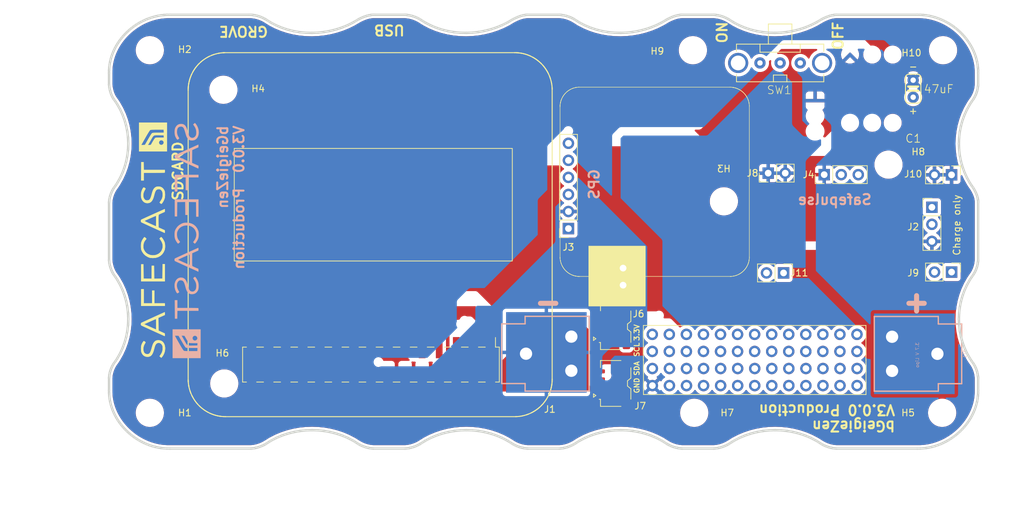
<source format=kicad_pcb>
(kicad_pcb (version 20230517) (generator pcbnew)
  (title_block (date "2022-03-31") (rev "V2.1.2"))
  (layers (0 "F.Cu" signal) (31 "B.Cu" signal) (34 "B.Paste" user) (35 "F.Paste" user) (36 "B.SilkS" user "B.Silkscreen") (37 "F.SilkS" user "F.Silkscreen") (38 "B.Mask" user) (39 "F.Mask" user) (44 "Edge.Cuts" user))
  (net 0 "")
  (net 1 "GND")
  (net 2 "/RX2")
  (net 3 "/TX2")
  (net 4 "3.3V")
  (net 5 "5V")
  (net 7 "/VBATT")
  (net 8 "/Reset")
  (net 10 "/GIO34")
  (net 11 "/GIO13")
  (net 12 "/GIO5")
  (net 20 "/GIO2 on Core and GIO32 on Core-2")
  (net 29 "/SDA")
  (net 30 "/SCL")
  (net 32 "Net-(J9-Pin_1)")
  (net 33 "/BAT")
  (net 35 "Net-(BT1--)")
  (footprint "bGeigieZen:LOGO" (layer "F.Cu") (at 91.1076 100.23 90)
    (fp_text reference "G***" hide)
    (fp_text value "LOGO" hide)
  )
  (footprint "MountingHole:MountingHole_3.2mm_M3" (layer "F.Cu") (at 90.6526 125.932)
    (fp_text reference "H1" (at 5.207 0) (layer "F.SilkS"))
    (fp_text value "MountingHole_Pad")
    (pad "" np_thru_hole circle (at 0 0) (size 3.2 3.2) (drill 3.2) (layers "*.Cu" "*.Mask"))
  )
  (footprint "Connector_PinHeader_2.54mm:PinHeader_2x15_P2.54mm_Vertical_SMD" (layer "F.Cu") (at 123.583 118.755 -90)
    (fp_text reference "J1" (at 6.653 -26.6326 180) (layer "F.SilkS"))
    (fp_text value "M5 2x15 pin")
    (pad "1" smd rect (at -2.525 -17.78 270) (size 3.15 1) (layers "F.Cu" "F.Paste" "F.Mask"))
    (pad "2" smd rect (at 2.525 -17.78 270) (size 3.15 1) (layers "F.Cu" "F.Paste" "F.Mask") (net 1 "GND"))
    (pad "3" smd rect (at -2.525 -15.24 270) (size 3.15 1) (layers "F.Cu" "F.Paste" "F.Mask"))
    (pad "4" smd rect (at 2.525 -15.24 270) (size 3.15 1) (layers "F.Cu" "F.Paste" "F.Mask") (net 1 "GND"))
    (pad "5" smd rect (at -2.525 -12.7 270) (size 3.15 1) (layers "F.Cu" "F.Paste" "F.Mask") (net 8 "/Reset"))
    (pad "6" smd rect (at 2.525 -12.7 270) (size 3.15 1) (layers "F.Cu" "F.Paste" "F.Mask") (net 1 "GND"))
    (pad "7" smd rect (at -2.525 -10.16 270) (size 3.15 1) (layers "F.Cu" "F.Paste" "F.Mask"))
    (pad "8" smd rect (at 2.525 -10.16 270) (size 3.15 1) (layers "F.Cu" "F.Paste" "F.Mask"))
    (pad "9" smd rect (at -2.525 -7.62 270) (size 3.15 1) (layers "F.Cu" "F.Paste" "F.Mask"))
    (pad "10" smd rect (at 2.525 -7.62 270) (size 3.15 1) (layers "F.Cu" "F.Paste" "F.Mask"))
    (pad "11" smd rect (at -2.525 -5.08 270) (size 3.15 1) (layers "F.Cu" "F.Paste" "F.Mask") (net 4 "3.3V"))
    (pad "12" smd rect (at 2.525 -5.08 270) (size 3.15 1) (layers "F.Cu" "F.Paste" "F.Mask"))
    (pad "13" smd rect (at -2.525 -2.54 270) (size 3.15 1) (layers "F.Cu" "F.Paste" "F.Mask"))
    (pad "14" smd rect (at 2.525 -2.54 270) (size 3.15 1) (layers "F.Cu" "F.Paste" "F.Mask"))
    (pad "15" smd rect (at -2.525 0 270) (size 3.15 1) (layers "F.Cu" "F.Paste" "F.Mask") (net 2 "/RX2"))
    (pad "16" smd rect (at 2.525 0 270) (size 3.15 1) (layers "F.Cu" "F.Paste" "F.Mask") (net 3 "/TX2"))
    (pad "17" smd rect (at -2.525 2.54 270) (size 3.15 1) (layers "F.Cu" "F.Paste" "F.Mask") (net 29 "/SDA"))
    (pad "18" smd rect (at 2.525 2.54 270) (size 3.15 1) (layers "F.Cu" "F.Paste" "F.Mask") (net 30 "/SCL"))
    (pad "19" smd rect (at -2.525 5.08 270) (size 3.15 1) (layers "F.Cu" "F.Paste" "F.Mask") (net 12 "/GIO5"))
    (pad "20" smd rect (at 2.525 5.08 270) (size 3.15 1) (layers "F.Cu" "F.Paste" "F.Mask") (net 20 "/GIO2 on Core and GIO32 on Core-2"))
    (pad "21" smd rect (at -2.525 7.62 270) (size 3.15 1) (layers "F.Cu" "F.Paste" "F.Mask") (net 11 "/GIO13"))
    (pad "22" smd rect (at 2.525 7.62 270) (size 3.15 1) (layers "F.Cu" "F.Paste" "F.Mask"))
    (pad "23" smd rect (at -2.525 10.16 270) (size 3.15 1) (layers "F.Cu" "F.Paste" "F.Mask"))
    (pad "24" smd rect (at 2.525 10.16 270) (size 3.15 1) (layers "F.Cu" "F.Paste" "F.Mask"))
    (pad "25" smd rect (at -2.525 12.7 270) (size 3.15 1) (layers "F.Cu" "F.Paste" "F.Mask") (net 10 "/GIO34"))
    (pad "26" smd rect (at 2.525 12.7 270) (size 3.15 1) (layers "F.Cu" "F.Paste" "F.Mask"))
    (pad "27" smd rect (at -2.525 15.24 270) (size 3.15 1) (layers "F.Cu" "F.Paste" "F.Mask") (net 5 "5V"))
    (pad "28" smd rect (at 2.525 15.24 270) (size 3.15 1) (layers "F.Cu" "F.Paste" "F.Mask"))
    (pad "29" smd rect (at -2.525 17.78 270) (size 3.15 1) (layers "F.Cu" "F.Paste" "F.Mask") (net 33 "/BAT"))
    (pad "30" smd rect (at 2.525 17.78 270) (size 3.15 1) (layers "F.Cu" "F.Paste" "F.Mask"))
  )
  (footprint "Connector_PinHeader_2.54mm:PinHeader_1x02_P2.54mm_Vertical" (layer "F.Cu") (at 210.033 90.499 -90)
    (fp_text reference "J10" (at -0.127 5.7154) (layer "F.SilkS"))
    (fp_text value "QI GND")
    (pad "1" thru_hole rect (at 0 0 270) (size 1.7 1.7) (drill 1) (layers "*.Cu" "*.Mask") (net 1 "GND"))
    (pad "2" thru_hole oval (at 0 2.54 270) (size 1.7 1.7) (drill 1) (layers "*.Cu" "*.Mask") (net 1 "GND"))
  )
  (footprint "Connector_PinSocket_2.54mm:PinSocket_1x06_P2.54mm_Vertical" (layer "F.Cu") (at 152.9846 98.5 180)
    (fp_text reference "J3" (at 0 -2.77 -180) (layer "F.SilkS"))
    (fp_text value "GPS")
    (pad "1" thru_hole rect (at 0 0 180) (size 1.7 1.7) (drill 1) (layers "*.Cu" "*.Mask"))
    (pad "2" thru_hole oval (at 0 2.54 180) (size 1.7 1.7) (drill 1) (layers "*.Cu" "*.Mask") (net 1 "GND"))
    (pad "3" thru_hole oval (at 0 5.08 180) (size 1.7 1.7) (drill 1) (layers "*.Cu" "*.Mask") (net 3 "/TX2"))
    (pad "4" thru_hole oval (at 0 7.62 180) (size 1.7 1.7) (drill 1) (layers "*.Cu" "*.Mask") (net 2 "/RX2"))
    (pad "5" thru_hole oval (at 0 10.16 180) (size 1.7 1.7) (drill 1) (layers "*.Cu" "*.Mask") (net 4 "3.3V"))
    (pad "6" thru_hole oval (at 0 12.7 180) (size 1.7 1.7) (drill 1) (layers "*.Cu" "*.Mask"))
  )
  (footprint "bGeigieZen:EG1206" (layer "F.Cu") (at 184.5056 73.838 180)
    (fp_text reference "SW1" (at 2.032 -3.326) (layer "F.SilkS") (effects (font (size 1.2065 1.2065) (thickness 0.09652)) (justify left top)))
    (fp_text value "SW_SPDT" hide)
    (pad "1" thru_hole circle (at -3 0 180) (size 1.6764 1.6764) (drill 0.8) (layers "*.Cu" "*.Mask"))
    (pad "2" thru_hole circle (at 0 0 180) (size 1.6764 1.6764) (drill 0.8) (layers "*.Cu" "*.Mask") (net 7 "/VBATT"))
    (pad "3" thru_hole circle (at 3 0 180) (size 1.6764 1.6764) (drill 0.8) (layers "*.Cu" "*.Mask") (net 33 "/BAT"))
    (pad "MT1" thru_hole circle (at -6.25 0 180) (size 3 3) (drill 2.2) (layers "*.Cu" "*.Mask"))
    (pad "MT2" thru_hole circle (at 6.25 0 180) (size 3 3) (drill 2.2) (layers "*.Cu" "*.Mask"))
  )
  (footprint "bGeigieZen:C025-024X044" (layer "F.Cu") (at 204.3176 77.672 90)
    (fp_text reference "C1" (at -8.128 1.27) (layer "F.SilkS") (effects (font (size 1.2065 1.2065) (thickness 0.12065)) (justify right bottom)))
    (fp_text value "47uF" (at -0.762 6.096) (layer "F.SilkS") (effects (font (size 1.2065 1.2065) (thickness 0.12065)) (justify right bottom)))
    (pad "1" thru_hole circle (at -1.27 0 90) (size 1.6764 1.6764) (drill 0.8128) (layers "*.Cu" "*.Mask") (net 8 "/Reset"))
    (pad "2" thru_hole circle (at 1.27 0 90) (size 1.6764 1.6764) (drill 0.8128) (layers "*.Cu" "*.Mask") (net 1 "GND"))
  )
  (footprint "MountingHole:MountingHole_3.2mm_M3" (layer "F.Cu") (at 200.645 88.98)
    (fp_text reference "H8" (at 4.4346 -1.91) (layer "F.SilkS"))
    (fp_text value "MountingHole_Pad")
    (pad "" np_thru_hole circle (at 0 0) (size 3.2 3.2) (drill 3.2) (layers "*.Cu" "*.Mask"))
  )
  (footprint "MountingHole:MountingHole_3.2mm_M3" (layer "F.Cu") (at 171.7176 125.932)
    (fp_text reference "H7" (at 4.914 0) (layer "F.SilkS"))
    (fp_text value "MountingHole_Pad")
    (pad "" np_thru_hole circle (at 0 0) (size 3.2 3.2) (drill 3.2) (layers "*.Cu" "*.Mask"))
  )
  (footprint "Connector_PinHeader_2.54mm:PinHeader_1x02_P2.54mm_Vertical" (layer "F.Cu") (at 210.0376 104.977 -90)
    (fp_text reference "J9" (at 0.127 5.72) (layer "F.SilkS"))
    (fp_text value "QI Plus")
    (pad "1" thru_hole rect (at 0 0 270) (size 1.7 1.7) (drill 1) (layers "*.Cu" "*.Mask") (net 32 "Net-(J9-Pin_1)"))
    (pad "2" thru_hole oval (at 0 2.54 270) (size 1.7 1.7) (drill 1) (layers "*.Cu" "*.Mask") (net 32 "Net-(J9-Pin_1)"))
  )
  (footprint "MountingHole:MountingHole_3.2mm_M3" (layer "F.Cu") (at 101.608 77.83)
    (fp_text reference "H4" (at 5.1736 -0.158) (layer "F.SilkS"))
    (fp_text value "MountingHole_Pad")
    (pad "" np_thru_hole circle (at 0 0) (size 3.2 3.2) (drill 3.2) (layers "*.Cu" "*.Mask"))
  )
  (footprint "MountingHole:MountingHole_3.2mm_M3" (layer "F.Cu") (at 171.5176 71.94)
    (fp_text reference "H9" (at -5.3 0.144) (layer "F.SilkS"))
    (fp_text value "MountingHole_Pad")
    (pad "" np_thru_hole circle (at 0 0) (size 3.2 3.2) (drill 3.2) (layers "*.Cu" "*.Mask"))
  )
  (footprint "Connector_PinHeader_2.54mm:PinHeader_1x02_P2.54mm_Vertical" (layer "F.Cu") (at 161.1216 106.925 180)
    (fp_text reference "J5" (at 0 -2.33 180) (layer "F.SilkS"))
    (fp_text value "Extra support header")
    (pad "1" thru_hole rect (at 0 0 180) (size 1.7 1.7) (drill 1) (layers "*.Cu" "*.Mask"))
    (pad "2" thru_hole oval (at 0 2.54 180) (size 1.7 1.7) (drill 1) (layers "*.Cu" "*.Mask"))
  )
  (footprint "Connector_PinHeader_2.54mm:PinHeader_1x03_P2.54mm_Vertical" (layer "F.Cu") (at 191.0676 90.47 90)
    (fp_text reference "J4" (at 0 -2.33 -180) (layer "F.SilkS"))
    (fp_text value "Geiger 2")
    (pad "1" thru_hole rect (at 0 0 90) (size 1.7 1.7) (drill 1) (layers "*.Cu" "*.Mask") (net 1 "GND"))
    (pad "2" thru_hole oval (at 0 2.54 90) (size 1.7 1.7) (drill 1) (layers "*.Cu" "*.Mask") (net 20 "/GIO2 on Core and GIO32 on Core-2"))
    (pad "3" thru_hole oval (at 0 5.08 90) (size 1.7 1.7) (drill 1) (layers "*.Cu" "*.Mask") (net 4 "3.3V"))
  )
  (footprint "Connector_PinHeader_2.54mm:PinHeader_1x03_P2.54mm_Vertical" (layer "F.Cu") (at 207.108 95.33)
    (fp_text reference "J2" (at -2.7904 2.916) (layer "F.SilkS"))
    (fp_text value "Geiger")
    (pad "1" thru_hole rect (at 0 0) (size 1.7 1.7) (drill 1) (layers "*.Cu" "*.Mask") (net 4 "3.3V"))
    (pad "2" thru_hole oval (at 0 2.54) (size 1.7 1.7) (drill 1) (layers "*.Cu" "*.Mask") (net 20 "/GIO2 on Core and GIO32 on Core-2"))
    (pad "3" thru_hole oval (at 0 5.08) (size 1.7 1.7) (drill 1) (layers "*.Cu" "*.Mask") (net 1 "GND"))
  )
  (footprint "Connector_PinHeader_2.54mm:PinHeader_1x02_P2.54mm_Vertical" (layer "F.Cu") (at 185.0186 105.104 -90)
    (fp_text reference "J11" (at 0 -2.33) (layer "F.SilkS"))
    (fp_text value "QI charger Plus")
    (pad "1" thru_hole rect (at 0 0 270) (size 1.7 1.7) (drill 1) (layers "*.Cu" "*.Mask") (net 7 "/VBATT"))
    (pad "2" thru_hole oval (at 0 2.54 270) (size 1.7 1.7) (drill 1) (layers "*.Cu" "*.Mask") (net 7 "/VBATT"))
  )
  (footprint "bGeigieZen:PinHeader_2x13_P2.54mm_Vertical" (layer "F.Cu") (at 165.4706 116.793 90)
    (fp_text reference "sea of pads 1" hide)
    (fp_text value "PinHeader_2x13_P2.54mm_Vertical" hide)
    (pad "1" thru_hole circle (at 0 0 90) (size 1.7 1.7) (drill 1) (layers "*.Cu" "*.Mask") (net 30 "/SCL"))
    (pad "2" thru_hole oval (at 2.54 0 90) (size 1.7 1.7) (drill 1) (layers "*.Cu" "*.Mask") (net 4 "3.3V"))
    (pad "3" thru_hole oval (at 0 2.54 90) (size 1.7 1.7) (drill 1) (layers "*.Cu" "*.Mask"))
    (pad "4" thru_hole oval (at 2.54 2.54 90) (size 1.7 1.7) (drill 1) (layers "*.Cu" "*.Mask"))
    (pad "5" thru_hole oval (at 0 5.08 90) (size 1.7 1.7) (drill 1) (layers "*.Cu" "*.Mask"))
    (pad "6" thru_hole oval (at 2.54 5.08 90) (size 1.7 1.7) (drill 1) (layers "*.Cu" "*.Mask"))
    (pad "7" thru_hole oval (at 0 7.62 90) (size 1.7 1.7) (drill 1) (layers "*.Cu" "*.Mask"))
    (pad "8" thru_hole oval (at 2.54 7.62 90) (size 1.7 1.7) (drill 1) (layers "*.Cu" "*.Mask"))
    (pad "9" thru_hole oval (at 0 10.16 90) (size 1.7 1.7) (drill 1) (layers "*.Cu" "*.Mask"))
    (pad "10" thru_hole oval (at 2.54 10.16 90) (size 1.7 1.7) (drill 1) (layers "*.Cu" "*.Mask"))
    (pad "11" thru_hole oval (at 0 12.7 90) (size 1.7 1.7) (drill 1) (layers "*.Cu" "*.Mask"))
    (pad "12" thru_hole oval (at 2.54 12.7 90) (size 1.7 1.7) (drill 1) (layers "*.Cu" "*.Mask"))
    (pad "13" thru_hole oval (at 0 15.24 90) (size 1.7 1.7) (drill 1) (layers "*.Cu" "*.Mask"))
    (pad "14" thru_hole oval (at 2.54 15.24 90) (size 1.7 1.7) (drill 1) (layers "*.Cu" "*.Mask"))
    (pad "15" thru_hole oval (at 0 17.78 90) (size 1.7 1.7) (drill 1) (layers "*.Cu" "*.Mask"))
    (pad "16" thru_hole oval (at 2.54 17.78 90) (size 1.7 1.7) (drill 1) (layers "*.Cu" "*.Mask"))
    (pad "17" thru_hole oval (at 0 20.32 90) (size 1.7 1.7) (drill 1) (layers "*.Cu" "*.Mask"))
    (pad "18" thru_hole oval (at 2.54 20.32 90) (size 1.7 1.7) (drill 1) (layers "*.Cu" "*.Mask"))
    (pad "19" thru_hole oval (at 0 22.86 90) (size 1.7 1.7) (drill 1) (layers "*.Cu" "*.Mask"))
    (pad "20" thru_hole oval (at 2.54 22.86 90) (size 1.7 1.7) (drill 1) (layers "*.Cu" "*.Mask"))
    (pad "21" thru_hole oval (at 0 25.4 90) (size 1.7 1.7) (drill 1) (layers "*.Cu" "*.Mask"))
    (pad "22" thru_hole oval (at 2.54 25.4 90) (size 1.7 1.7) (drill 1) (layers "*.Cu" "*.Mask"))
    (pad "23" thru_hole oval (at 0 27.94 90) (size 1.7 1.7) (drill 1) (layers "*.Cu" "*.Mask"))
    (pad "24" thru_hole oval (at 2.54 27.94 90) (size 1.7 1.7) (drill 1) (layers "*.Cu" "*.Mask"))
    (pad "25" thru_hole oval (at 0 30.48 90) (size 1.7 1.7) (drill 1) (layers "*.Cu" "*.Mask"))
    (pad "26" thru_hole oval (at 2.54 30.48 90) (size 1.7 1.7) (drill 1) (layers "*.Cu" "*.Mask"))
  )
  (footprint "bGeigieZen:LOGO" (layer "F.Cu") (at 91.1076 100.23 90)
    (fp_text reference "G***" hide)
    (fp_text value "LOGO" hide)
  )
  (footprint "MountingHole:MountingHole_3.2mm_M3" (layer "F.Cu") (at 208.7676 71.94)
    (fp_text reference "H10" (at -4.704 0.398) (layer "F.SilkS"))
    (fp_text value "MountingHole_Pad")
    (pad "" np_thru_hole circle (at 0 0) (size 3.2 3.2) (drill 3.2) (layers "*.Cu" "*.Mask"))
  )
  (footprint "MountingHole:MountingHole_3.2mm_M3" (layer "F.Cu") (at 90.6526 71.94)
    (fp_text reference "H2" (at 5.207 -0.11) (layer "F.SilkS"))
    (fp_text value "MountingHole_Pad")
    (pad "" np_thru_hole circle (at 0 0) (size 3.2 3.2) (drill 3.2) (layers "*.Cu" "*.Mask"))
  )
  (footprint "Connector_JST:JST_ACH_BM04B-ACHSS-A-GAN-ETF_1x04-1MP_P1.20mm_Vertical" (layer "F.Cu") (at 159.8676 113.105 90)
    (fp_text reference "J6" (at 1.905 3.556 -180) (layer "F.SilkS"))
    (fp_text value "Grove")
    (pad "1" smd roundrect (at -1.8 -1.875 90) (size 0.6 0.85) (layers "F.Cu" "F.Paste" "F.Mask") (net 1 "GND"))
    (pad "2" smd roundrect (at -0.6 -1.875 90) (size 0.6 0.85) (layers "F.Cu" "F.Paste" "F.Mask") (net 4 "3.3V"))
    (pad "3" smd roundrect (at 0.6 -1.875 90) (size 0.6 0.85) (layers "F.Cu" "F.Paste" "F.Mask") (net 30 "/SCL"))
    (pad "4" smd roundrect (at 1.8 -1.875 90) (size 0.6 0.85) (layers "F.Cu" "F.Paste" "F.Mask") (net 29 "/SDA"))
    (pad "MP" smd roundrect (at -2.975 1.75 90) (size 0.75 1.1) (layers "F.Cu" "F.Paste" "F.Mask"))
    (pad "MP" smd roundrect (at 2.975 1.75 90) (size 0.75 1.1) (layers "F.Cu" "F.Paste" "F.Mask"))
  )
  (footprint "MountingHole:MountingHole_3.2mm_M3" (layer "F.Cu") (at 101.7376 121.56)
    (fp_text reference "H6" (at -0.29 -4.518) (layer "F.SilkS"))
    (fp_text value "MountingHole_Pad")
    (pad "" np_thru_hole circle (at 0 0) (size 3.2 3.2) (drill 3.2) (layers "*.Cu" "*.Mask"))
  )
  (footprint "MountingHole:MountingHole_3.2mm_M3" (layer "F.Cu") (at 208.636 125.932)
    (fp_text reference "H5" (at -5.0804 0) (layer "F.SilkS"))
    (fp_text value "MountingHole_Pad")
    (pad "" np_thru_hole circle (at 0 0) (size 3.2 3.2) (drill 3.2) (layers "*.Cu" "*.Mask"))
  )
  (footprint "bGeigieZen:PinHeader_2x13_P2.54mm_Vertical" (layer "F.Cu") (at 165.4856 121.878 90)
    (fp_text reference "sea of pads 2" hide)
    (fp_text value "PinHeader_2x13_P2.54mm_Vertical")
    (pad "1" thru_hole circle (at 0 0 90) (size 1.7 1.7) (drill 1) (layers "*.Cu" "*.Mask") (net 1 "GND"))
    (pad "2" thru_hole oval (at 2.54 0 90) (size 1.7 1.7) (drill 1) (layers "*.Cu" "*.Mask") (net 29 "/SDA"))
    (pad "3" thru_hole oval (at 0 2.54 90) (size 1.7 1.7) (drill 1) (layers "*.Cu" "*.Mask"))
    (pad "4" thru_hole oval (at 2.54 2.54 90) (size 1.7 1.7) (drill 1) (layers "*.Cu" "*.Mask"))
    (pad "5" thru_hole oval (at 0 5.08 90) (size 1.7 1.7) (drill 1) (layers "*.Cu" "*.Mask"))
    (pad "6" thru_hole oval (at 2.54 5.08 90) (size 1.7 1.7) (drill 1) (layers "*.Cu" "*.Mask"))
    (pad "7" thru_hole oval (at 0 7.62 90) (size 1.7 1.7) (drill 1) (layers "*.Cu" "*.Mask"))
    (pad "8" thru_hole oval (at 2.54 7.62 90) (size 1.7 1.7) (drill 1) (layers "*.Cu" "*.Mask"))
    (pad "9" thru_hole oval (at 0 10.16 90) (size 1.7 1.7) (drill 1) (layers "*.Cu" "*.Mask"))
    (pad "10" thru_hole oval (at 2.54 10.16 90) (size 1.7 1.7) (drill 1) (layers "*.Cu" "*.Mask"))
    (pad "11" thru_hole oval (at 0 12.7 90) (size 1.7 1.7) (drill 1) (layers "*.Cu" "*.Mask"))
    (pad "12" thru_hole oval (at 2.54 12.7 90) (size 1.7 1.7) (drill 1) (layers "*.Cu" "*.Mask"))
    (pad "13" thru_hole oval (at 0 15.24 90) (size 1.7 1.7) (drill 1) (layers "*.Cu" "*.Mask"))
    (pad "14" thru_hole oval (at 2.54 15.24 90) (size 1.7 1.7) (drill 1) (layers "*.Cu" "*.Mask"))
    (pad "15" thru_hole oval (at 0 17.78 90) (size 1.7 1.7) (drill 1) (layers "*.Cu" "*.Mask"))
    (pad "16" thru_hole oval (at 2.54 17.78 90) (size 1.7 1.7) (drill 1) (layers "*.Cu" "*.Mask"))
    (pad "17" thru_hole oval (at 0 20.32 90) (size 1.7 1.7) (drill 1) (layers "*.Cu" "*.Mask"))
    (pad "18" thru_hole oval (at 2.54 20.32 90) (size 1.7 1.7) (drill 1) (layers "*.Cu" "*.Mask"))
    (pad "19" thru_hole oval (at 0 22.86 90) (size 1.7 1.7) (drill 1) (layers "*.Cu" "*.Mask"))
    (pad "20" thru_hole oval (at 2.54 22.86 90) (size 1.7 1.7) (drill 1) (layers "*.Cu" "*.Mask"))
    (pad "21" thru_hole oval (at 0 25.4 90) (size 1.7 1.7) (drill 1) (layers "*.Cu" "*.Mask"))
    (pad "22" thru_hole oval (at 2.54 25.4 90) (size 1.7 1.7) (drill 1) (layers "*.Cu" "*.Mask"))
    (pad "23" thru_hole oval (at 0 27.94 90) (size 1.7 1.7) (drill 1) (layers "*.Cu" "*.Mask"))
    (pad "24" thru_hole oval (at 2.54 27.94 90) (size 1.7 1.7) (drill 1) (layers "*.Cu" "*.Mask"))
    (pad "25" thru_hole oval (at 0 30.48 90) (size 1.7 1.7) (drill 1) (layers "*.Cu" "*.Mask"))
    (pad "26" thru_hole oval (at 2.54 30.48 90) (size 1.7 1.7) (drill 1) (layers "*.Cu" "*.Mask"))
  )
  (footprint "Connector_JST:JST_ACH_BM04B-ACHSS-A-GAN-ETF_1x04-1MP_P1.20mm_Vertical" (layer "F.Cu") (at 159.8676 121.56 90)
    (fp_text reference "J7" (at -3.356 3.81 -180) (layer "F.SilkS"))
    (fp_text value "Grove")
    (pad "1" smd roundrect (at -1.8 -1.875 90) (size 0.6 0.85) (layers "F.Cu" "F.Paste" "F.Mask") (net 1 "GND"))
    (pad "2" smd roundrect (at -0.6 -1.875 90) (size 0.6 0.85) (layers "F.Cu" "F.Paste" "F.Mask") (net 4 "3.3V"))
    (pad "3" smd roundrect (at 0.6 -1.875 90) (size 0.6 0.85) (layers "F.Cu" "F.Paste" "F.Mask") (net 30 "/SCL"))
    (pad "4" smd roundrect (at 1.8 -1.875 90) (size 0.6 0.85) (layers "F.Cu" "F.Paste" "F.Mask") (net 29 "/SDA"))
    (pad "MP" smd roundrect (at -2.975 1.75 90) (size 0.75 1.1) (layers "F.Cu" "F.Paste" "F.Mask"))
    (pad "MP" smd roundrect (at 2.975 1.75 90) (size 0.75 1.1) (layers "F.Cu" "F.Paste" "F.Mask"))
  )
  (footprint "Connector_PinHeader_2.54mm:PinHeader_1x02_P2.54mm_Vertical" (layer "F.Cu") (at 182.7276 90.245 90)
    (fp_text reference "J8" (at 0 -2.33 -180) (layer "F.SilkS"))
    (fp_text value "QI charger ground")
    (pad "1" thru_hole rect (at 0 0 90) (size 1.7 1.7) (drill 1) (layers "*.Cu" "*.Mask") (net 1 "GND"))
    (pad "2" thru_hole oval (at 0 2.54 90) (size 1.7 1.7) (drill 1) (layers "*.Cu" "*.Mask") (net 35 "Net-(BT1--)"))
  )
  (footprint "Library:BATTERY_18650-HOLDER" (layer "B.Cu") (at 177.2976 117.14 180)
    (fp_text reference "BT1" (at -34.7218 0 -270) (layer "B.SilkS") (effects (font (size 0.48 0.48) (thickness 0.05)) (justify mirror)))
    (fp_text value " 3.7 V Lipo" (at -27.6352 0 -270) (layer "B.SilkS") (effects (font (size 0.48 0.48) (thickness 0.05)) (justify mirror)))
    (fp_text user "-" (at 27.336 7.718) (layer "B.SilkS") (effects (font (size 3 3) (thickness 0.75) bold) (justify mirror)))
    (fp_text user "+" (at -27.528 7.718) (layer "B.SilkS") (effects (font (size 3 3) (thickness 0.75) bold) (justify mirror)))
    (pad "1" thru_hole circle (at -30.628 -0.01 180) (size 2.7432 2.7432) (drill 1.8288) (layers "*.Cu" "*.Mask") (net 7 "/VBATT"))
    (pad "1" smd rect (at -27.2 -0.01 180) (size 12 12) (layers "B.Cu" "B.Paste" "B.Mask") (net 7 "/VBATT"))
    (pad "2" smd rect (at 27.6 0.2) (size 12 12) (layers "B.Cu" "B.Paste" "B.Mask") (net 35 "Net-(BT1--)"))
    (pad "2" thru_hole circle (at 30.628 0.01) (size 2.7432 2.7432) (drill 1.8288) (layers "*.Cu" "*.Mask") (net 35 "Net-(BT1--)"))
    (pad "GND@2" thru_hole circle (at 23.88 2.55 270) (size 2.7432 2.7432) (drill 1.8288) (layers "*.Cu" "*.Mask"))
    (pad "GND@3" thru_hole circle (at 23.88 -2.53 270) (size 2.7432 2.7432) (drill 1.8288) (layers "*.Cu" "*.Mask"))
    (pad "PWR@2" thru_hole circle (at -23.88 2.53 90) (size 2.7432 2.7432) (drill 1.8288) (layers "*.Cu" "*.Mask"))
    (pad "PWR@3" thru_hole circle (at -23.88 -2.55 90) (size 2.7432 2.7432) (drill 1.8288) (layers "*.Cu" "*.Mask"))
  )
  (footprint "MountingHole:MountingHole_3.2mm_M3" (layer "B.Cu") (at 176.134 94.441)
    (fp_text reference "H3" (at 0 -4.831) (layer "F.SilkS") (effects (justify mirror)))
    (fp_text value "MountingHole_Pad")
    (pad "" np_thru_hole circle (at 0 0) (size 3.2 3.2) (drill 3.2) (layers "*.Cu" "*.Mask"))
  )
  (footprint "bGeigieZen:LOGO" (layer "B.Cu") (at 96.1136 100.278 -90)
    (fp_text reference "G***" hide)
    (fp_text value "LOGO" hide)
  )
  (gr_line (start 177.473237 77.476896) (end 177.473237 77.476896) (stroke (width 0.078091)) (layer "F.SilkS"))
  (gr_line (start 153.19561 77.825565) (end 153.19561 77.825565) (stroke (width 0.078091)) (layer "F.SilkS"))
  (gr_line (start 179.918751 102.905457) (end 179.918751 102.905457) (stroke (width 0.078091)) (layer "F.SilkS"))
  (gr_line (start 179.31343 78.55841) (end 179.271456 78.505145) (stroke (width 0.078091)) (layer "F.SilkS"))
  (gr_line (start 145.85228 72.369967) (end 145.85228 72.369967) (stroke (width 0.150176)) (layer "F.SilkS"))
  (gr_line (start 146.619019 72.54381) (end 146.619019 72.54381) (stroke (width 0.150176)) (layer "F.SilkS"))
  (gr_line (start 178.80818 105.01683) (end 178.861453 104.974864) (stroke (width 0.078091)) (layer "F.SilkS"))
  (gr_line (start 97.270951 74.825427) (end 97.270951 74.825427) (stroke (width 0.150176)) (layer "F.SilkS"))
  (gr_line (start 96.755661 122.993884) (end 96.913956 123.357089) (stroke (width 0.150176)) (layer "F.SilkS"))
  (gr_line (start 152.574142 104.768248) (end 152.574142 104.768248) (stroke (width 0.078091)) (layer "F.SilkS"))
  (gr_line (start 153.565265 77.646395) (end 153.376391 77.728716) (stroke (width 0.078091)) (layer "F.SilkS"))
  (gr_line (start 101.337509 126.473742) (end 101.467881 126.486163) (stroke (width 0.150176)) (layer "F.SilkS"))
  (gr_line (start 178.346523 105.310615) (end 178.346523 105.310615) (stroke (width 0.078091)) (layer "F.SilkS"))
  (gr_line (start 147.590653 72.944247) (end 147.354721 72.826296) (stroke (width 0.150176)) (layer "F.SilkS"))
  (gr_line (start 150.545883 121.401415) (end 150.545883 121.401415) (stroke (width 0.150176)) (layer "F.SilkS"))
  (gr_line (start 148.720597 125.079943) (end 148.913056 124.89989) (stroke (width 0.150176)) (layer "F.SilkS"))
  (gr_line (start 152.230322 104.345319) (end 152.269058 104.401821) (stroke (width 0.078091)) (layer "F.SilkS"))
  (gr_line (start 152.698429 78.183914) (end 152.698429 78.183914) (stroke (width 0.078091)) (layer "F.SilkS"))
  (gr_line (start 147.705506 73.00635) (end 147.590653 72.944247) (stroke (width 0.150176)) (layer "F.SilkS"))
  (gr_line (start 150.21994 75.93674) (end 150.21994 75.93674) (stroke (width 0.150176)) (layer "F.SilkS"))
  (gr_line (start 145.591522 72.335818) (end 145.461136 72.323397) (stroke (width 0.150176)) (layer "F.SilkS"))
  (gr_line (start 177.938123 77.588282) (end 177.871941 77.567295) (stroke (width 0.078091)) (layer "F.SilkS"))
  (gr_line (start 98.667862 125.449343) (end 98.667862 125.449343) (stroke (width 0.150176)) (layer "F.SilkS"))
  (gr_line (start 153.532988 105.410694) (end 153.597543 105.43491) (stroke (width 0.078091)) (layer "F.SilkS"))
  (gr_line (start 97.066086 75.16379) (end 97.003983 75.278643) (stroke (width 0.150176)) (layer "F.SilkS"))
  (gr_line (start 145.461136 72.323397) (end 145.461136 72.323397) (stroke (width 0.150176)) (layer "F.SilkS"))
  (gr_line (start 96.535263 76.501711) (end 96.504196 76.628985) (stroke (width 0.150176)) (layer "F.SilkS"))
  (gr_line (start 152.672595 104.861868) (end 152.672595 104.861868) (stroke (width 0.078091)) (layer "F.SilkS"))
  (gr_line (start 153.166553 105.228294) (end 153.166553 105.228294) (stroke (width 0.078091)) (layer "F.SilkS"))
  (gr_line (start 149.471817 74.555361) (end 149.471817 74.555361) (stroke (width 0.150176)) (layer "F.SilkS"))
  (gr_line (start 153.286 105.294476) (end 153.286 105.294476) (stroke (width 0.078091)) (layer "F.SilkS"))
  (gr_line (start 179.778317 103.641531) (end 179.778317 103.641531) (stroke (width 0.078091)) (layer "F.SilkS"))
  (gr_line (start 177.675013 77.515641) (end 177.675013 77.515641) (stroke (width 0.078091)) (layer "F.SilkS"))
  (gr_line (start 154.427245 77.449459) (end 154.291659 77.462376) (stroke (width 0.078091)) (layer "F.SilkS"))
  (gr_line (start 148.670929 73.68616) (end 148.571595 73.602358) (stroke (width 0.150176)) (layer "F.SilkS"))
  (gr_line (start 150.558304 77.603716) (end 150.552094 77.47333) (stroke (width 0.150176)) (layer "F.SilkS"))
  (gr_line (start 179.92198 102.836045) (end 179.923599 102.734348) (stroke (width 0.078091)) (layer "F.SilkS"))
  (gr_line (start 149.956085 75.337618) (end 149.956085 75.337618) (stroke (width 0.150176)) (layer "F.SilkS"))
  (gr_line (start 101.731736 126.501681) (end 101.731736 126.501681) (stroke (width 0.150176)) (layer "F.SilkS"))
  (gr_line (start 151.7396 102.80214) (end 151.742822 102.871552) (stroke (width 0.078091)) (layer "F.SilkS"))
  (gr_line (start 154.022074 77.507571) (end 154.022074 77.507571) (stroke (width 0.078091)) (layer "F.SilkS"))
  (gr_line (start 98.615097 73.397463) (end 98.615097 73.397463) (stroke (width 0.150176)) (layer "F.SilkS"))
  (gr_line (start 152.993834 105.118527) (end 153.050328 105.155653) (stroke (width 0.078091)) (layer "F.SilkS"))
  (gr_line (start 179.652411 103.957914) (end 179.652411 103.957914) (stroke (width 0.078091)) (layer "F.SilkS"))
  (gr_line (start 152.551545 78.327585) (end 152.504731 78.37601) (stroke (width 0.078091)) (layer "F.SilkS"))
  (gr_line (start 179.111654 104.742421) (end 179.111654 104.742421) (stroke (width 0.078091)) (layer "F.SilkS"))
  (gr_line (start 99.338364 125.865313) (end 99.574295 125.983279) (stroke (width 0.150176)) (layer "F.SilkS"))
  (gr_line (start 96.373825 77.538531) (end 96.3676 77.672) (stroke (width 0.150176)) (layer "F.SilkS"))
  (gr_line (start 152.480514 104.668161) (end 152.574142 104.768248) (stroke (width 0.078091)) (layer "F.SilkS"))
  (gr_line (start 153.079384 77.894977) (end 153.021271 77.933721) (stroke (width 0.078091)) (layer "F.SilkS"))
  (gr_line (start 148.099747 125.561099) (end 148.099747 125.561099) (stroke (width 0.150176)) (layer "F.SilkS"))
  (gr_line (start 177.507133 105.588262) (end 177.507133 105.588262) (stroke (width 0.078091)) (layer "F.SilkS"))
  (gr_line (start 100.058548 126.181948) (end 100.058548 126.181948) (stroke (width 0.150176)) (layer "F.SilkS"))
  (gr_line (start 152.104416 78.929684) (end 152.072122 78.989408) (stroke (width 0.078091)) (layer "F.SilkS"))
  (gr_line (start 151.836449 103.47688) (end 151.836449 103.47688) (stroke (width 0.078091)) (layer "F.SilkS"))
  (gr_line (start 177.54103 77.488195) (end 177.54103 77.488195) (stroke (width 0.078091)) (layer "F.SilkS"))
  (gr_line (start 101.011551 72.379275) (end 101.011551 72.379275) (stroke (width 0.150176)) (layer "F.SilkS"))
  (gr_line (start 179.227872 78.453491) (end 179.227872 78.453491) (stroke (width 0.078091)) (layer "F.SilkS"))
  (gr_line (start 98.996903 125.669741) (end 99.108658 125.73804) (stroke (width 0.150176)) (layer "F.SilkS"))
  (gr_line (start 152.698429 78.183914) (end 152.598359 78.277542) (stroke (width 0.078091)) (layer "F.SilkS"))
  (gr_line (start 177.235945 105.620547) (end 177.235945 105.620547) (stroke (width 0.078091)) (layer "F.SilkS"))
  (gr_line (start 153.286 105.294476) (end 153.408685 105.355818) (stroke (width 0.078091)) (layer "F.SilkS"))
  (gr_line (start 147.416809 125.95534) (end 147.531678 125.89635) (stroke (width 0.150176)) (layer "F.SilkS"))
  (gr_line (start 145.591522 72.335818) (end 145.591522 72.335818) (stroke (width 0.150176)) (layer "F.SilkS"))
  (gr_line (start 179.111654 104.742421) (end 179.158468 104.693988) (stroke (width 0.078091)) (layer "F.SilkS"))
  (gr_line (start 179.652411 103.957914) (end 179.679849 103.896572) (stroke (width 0.078091)) (layer "F.SilkS"))
  (gr_line (start 98.065628 124.943347) (end 98.065628 124.943347) (stroke (width 0.150176)) (layer "F.SilkS"))
  (gr_line (start 153.470019 105.383256) (end 153.532988 105.410694) (stroke (width 0.078091)) (layer "F.SilkS"))
  (gr_line (start 148.20839 125.48659) (end 148.313935 125.412097) (stroke (width 0.150176)) (layer "F.SilkS"))
  (gr_line (start 100.561447 126.334048) (end 100.561447 126.334048) (stroke (width 0.150176)) (layer "F.SilkS"))
  (gr_line (start 148.621262 125.166857) (end 148.720597 125.079943) (stroke (width 0.150176)) (layer "F.SilkS"))
  (gr_line (start 154.291659 77.462376) (end 154.291659 77.462376) (stroke (width 0.078091)) (layer "F.SilkS"))
  (gr_line (start 151.791254 103.278334) (end 151.791254 103.278334) (stroke (width 0.078091)) (layer "F.SilkS"))
  (gr_line (start 178.130219 77.659304) (end 178.065647 77.635096) (stroke (width 0.078091)) (layer "F.SilkS"))
  (gr_line (start 150.043 123.295001) (end 150.043 123.295001) (stroke (width 0.150176)) (layer "F.SilkS"))
  (gr_line (start 154.325556 105.610859) (end 154.393349 105.617318) (stroke (width 0.078091)) (layer "F.SilkS"))
  (gr_line (start 179.06484 104.792456) (end 179.06484 104.792456) (stroke (width 0.078091)) (layer "F.SilkS"))
  (gr_line (start 152.435319 104.616507) (end 152.480514 104.668161) (stroke (width 0.078091)) (layer "F.SilkS"))
  (gr_line (start 152.122158 104.170989) (end 152.156054 104.229102) (stroke (width 0.078091)) (layer "F.SilkS"))
  (gr_line (start 152.307795 104.456705) (end 152.349769 104.511588) (stroke (width 0.078091)) (layer "F.SilkS"))
  (gr_line (start 149.58667 124.092791) (end 149.58667 124.092791) (stroke (width 0.150176)) (layer "F.SilkS"))
  (gr_line (start 154.56445 77.443) (end 154.56445 77.443) (stroke (width 0.078091)) (layer "F.SilkS"))
  (gr_line (start 149.862946 123.645785) (end 149.925034 123.530917) (stroke (width 0.150176)) (layer "F.SilkS"))
  (gr_line (start 178.03498 105.447828) (end 178.097933 105.423611) (stroke (width 0.078091)) (layer "F.SilkS"))
  (gr_line (start 96.709091 122.87282) (end 96.709091 122.87282) (stroke (width 0.150176)) (layer "F.SilkS"))
  (gr_line (start 96.3676 77.672) (end 96.3676 77.672) (stroke (width 0.150176)) (layer "F.SilkS"))
  (gr_line (start 148.770264 73.776187) (end 148.770264 73.776187) (stroke (width 0.150176)) (layer "F.SilkS"))
  (gr_line (start 153.988178 105.554365) (end 154.055971 105.568885) (stroke (width 0.078091)) (layer "F.SilkS"))
  (gr_line (start 149.620819 74.769549) (end 149.620819 74.769549) (stroke (width 0.150176)) (layer "F.SilkS"))
  (gr_line (start 151.896181 103.673817) (end 151.896181 103.673817) (stroke (width 0.078091)) (layer "F.SilkS"))
  (gr_line (start 151.74928 80.096749) (end 151.74444 80.16455) (stroke (width 0.078091)) (layer "F.SilkS"))
  (gr_line (start 100.309983 126.26575) (end 100.434189 126.299899) (stroke (width 0.150176)) (layer "F.SilkS"))
  (gr_line (start 150.561402 121.13756) (end 150.561402 121.13756) (stroke (width 0.150176)) (layer "F.SilkS"))
  (gr_line (start 153.889726 77.539849) (end 153.889726 77.539849) (stroke (width 0.078091)) (layer "F.SilkS"))
  (gr_line (start 148.571595 73.602358) (end 148.469147 73.518542) (stroke (width 0.150176)) (layer "F.SilkS"))
  (gr_line (start 96.376938 121.33623) (end 96.401779 121.596987) (stroke (width 0.150176)) (layer "F.SilkS"))
  (gr_line (start 179.271456 78.505145) (end 179.271456 78.505145) (stroke (width 0.078091)) (layer "F.SilkS"))
  (gr_line (start 178.669357 77.951479) (end 178.669357 77.951479) (stroke (width 0.078091)) (layer "F.SilkS"))
  (gr_line (start 179.92198 102.836045) (end 179.92198 102.836045) (stroke (width 0.078091)) (layer "F.SilkS"))
  (gr_line (start 179.755719 103.706094) (end 179.778317 103.641531) (stroke (width 0.078091)) (layer "F.SilkS"))
  (gr_line (start 152.801738 78.095142) (end 152.750099 78.138719) (stroke (width 0.078091)) (layer "F.SilkS"))
  (gr_line (start 179.374764 104.429259) (end 179.374764 104.429259) (stroke (width 0.078091)) (layer "F.SilkS"))
  (gr_line (start 98.357437 125.207217) (end 98.459885 125.291033) (stroke (width 0.150176)) (layer "F.SilkS"))
  (gr_line (start 147.416809 125.95534) (end 147.416809 125.95534) (stroke (width 0.150176)) (layer "F.SilkS"))
  (gr_line (start 96.972946 123.471942) (end 96.972946 123.471942) (stroke (width 0.150176)) (layer "F.SilkS"))
  (gr_line (start 148.313935 125.412097) (end 148.313935 125.412097) (stroke (width 0.150176)) (layer "F.SilkS"))
  (gr_line (start 149.509064 124.201434) (end 149.58667 124.092791) (stroke (width 0.150176)) (layer "F.SilkS"))
  (gr_line (start 98.307785 73.642703) (end 98.20842 73.729617) (stroke (width 0.150176)) (layer "F.SilkS"))
  (gr_line (start 179.720204 79.268665) (end 179.637883 79.079807) (stroke (width 0.078091)) (layer "F.SilkS"))
  (gr_line (start 178.938934 78.161317) (end 178.88728 78.11774) (stroke (width 0.078091)) (layer "F.SilkS"))
  (gr_line (start 146.991532 72.674197) (end 146.870468 72.627627) (stroke (width 0.150176)) (layer "F.SilkS"))
  (gr_line (start 149.862946 123.645785) (end 149.862946 123.645785) (stroke (width 0.150176)) (layer "F.SilkS"))
  (gr_line (start 179.884854 79.859465) (end 179.871944 79.791664) (stroke (width 0.078091)) (layer "F.SilkS"))
  (gr_line (start 146.494858 72.509661) (end 146.494858 72.509661) (stroke (width 0.150176)) (layer "F.SilkS"))
  (gr_line (start 150.499329 121.792544) (end 150.499329 121.792544) (stroke (width 0.150176)) (layer "F.SilkS"))
  (gr_line (start 179.834819 103.444595) (end 179.850958 103.378412) (stroke (width 0.078091)) (layer "F.SilkS"))
  (gr_line (start 99.875412 72.695925) (end 99.875412 72.695925) (stroke (width 0.150176)) (layer "F.SilkS"))
  (gr_line (start 152.269058 104.401821) (end 152.269058 104.401821) (stroke (width 0.078091)) (layer "F.SilkS"))
  (gr_line (start 101.663437 72.310992) (end 101.533066 72.317202) (stroke (width 0.150176)) (layer "F.SilkS"))
  (gr_line (start 96.463852 121.988116) (end 96.488694 122.115389) (stroke (width 0.150176)) (layer "F.SilkS"))
  (gr_line (start 178.834007 78.074155) (end 178.780743 78.032189) (stroke (width 0.078091)) (layer "F.SilkS"))
  (gr_line (start 152.750099 78.138719) (end 152.698429 78.183914) (stroke (width 0.078091)) (layer "F.SilkS"))
  (gr_line (start 179.039013 78.254944) (end 178.990588 78.20813) (stroke (width 0.078091)) (layer "F.SilkS"))
  (gr_line (start 152.055983 104.049923) (end 152.088261 104.111265) (stroke (width 0.078091)) (layer "F.SilkS"))
  (gr_line (start 98.720627 73.32297) (end 98.720627 73.32297) (stroke (width 0.150176)) (layer "F.SilkS"))
  (gr_line (start 148.521927 125.250674) (end 148.521927 125.250674) (stroke (width 0.150176)) (layer "F.SilkS"))
  (gr_line (start 98.996903 125.669741) (end 98.996903 125.669741) (stroke (width 0.150176)) (layer "F.SilkS"))
  (gr_line (start 99.81334 126.088809) (end 99.81334 126.088809) (stroke (width 0.150176)) (layer "F.SilkS"))
  (gr_line (start 151.763801 79.961163) (end 151.763801 79.961163) (stroke (width 0.078091)) (layer "F.SilkS"))
  (gr_line (start 100.688706 126.3651) (end 100.688706 126.3651) (stroke (width 0.150176)) (layer "F.SilkS"))
  (gr_line (start 150.555191 121.271044) (end 150.561402 121.13756) (stroke (width 0.150176)) (layer "F.SilkS"))
  (gr_line (start 145.461136 72.323397) (end 145.330765 72.314089) (stroke (width 0.150176)) (layer "F.SilkS"))
  (gr_line (start 179.524886 104.200045) (end 179.524886 104.200045) (stroke (width 0.078091)) (layer "F.SilkS"))
  (gr_line (start 178.002695 77.61088) (end 177.938123 77.588282) (stroke (width 0.078091)) (layer "F.SilkS"))
  (gr_line (start 101.927292 126.504778) (end 145.132096 126.504778) (stroke (width 0.150176)) (layer "F.SilkS"))
  (gr_line (start 177.905845 105.491404) (end 177.905845 105.491404) (stroke (width 0.078091)) (layer "F.SilkS"))
  (gr_line (start 179.91714 80.130645) (end 179.91714 80.130645) (stroke (width 0.078091)) (layer "F.SilkS"))
  (gr_line (start 97.618637 124.462191) (end 97.618637 124.462191) (stroke (width 0.150176)) (layer "F.SilkS"))
  (gr_line (start 146.429673 126.31853) (end 146.429673 126.31853) (stroke (width 0.150176)) (layer "F.SilkS"))
  (gr_line (start 145.132096 126.504778) (end 145.265579 126.498568) (stroke (width 0.150176)) (layer "F.SilkS"))
  (gr_line (start 154.291659 77.462376) (end 154.156058 77.481736) (stroke (width 0.078091)) (layer "F.SilkS"))
  (gr_line (start 178.130219 77.659304) (end 178.130219 77.659304) (stroke (width 0.078091)) (layer "F.SilkS"))
  (gr_line (start 179.471622 78.782784) (end 179.432877 78.724679) (stroke (width 0.078091)) (layer "F.SilkS"))
  (gr_line (start 149.183121 124.611193) (end 149.183121 124.611193) (stroke (width 0.150176)) (layer "F.SilkS"))
  (gr_line (start 179.06484 104.792456) (end 179.111654 104.742421) (stroke (width 0.078091)) (layer "F.SilkS"))
  (gr_line (start 145.265579 126.498568) (end 145.265579 126.498568) (stroke (width 0.150176)) (layer "F.SilkS"))
  (gr_line (start 96.488694 122.115389) (end 96.488694 122.115389) (stroke (width 0.150176)) (layer "F.SilkS"))
  (gr_line (start 149.350754 124.409426) (end 149.431458 124.306979) (stroke (width 0.150176)) (layer "F.SilkS"))
  (gr_line (start 97.342331 74.716769) (end 97.342331 74.716769) (stroke (width 0.150176)) (layer "F.SilkS"))
  (gr_line (start 152.191569 104.287214) (end 152.191569 104.287214) (stroke (width 0.078091)) (layer "F.SilkS"))
  (gr_line (start 177.269842 77.45268) (end 177.202049 77.44784) (stroke (width 0.078091)) (layer "F.SilkS"))
  (gr_line (start 153.532988 105.410694) (end 153.532988 105.410694) (stroke (width 0.078091)) (layer "F.SilkS"))
  (gr_line (start 98.459885 125.291033) (end 98.562302 125.371737) (stroke (width 0.150176)) (layer "F.SilkS"))
  (gr_line (start 177.54103 77.488195) (end 177.473237 77.476896) (stroke (width 0.078091)) (layer "F.SilkS"))
  (gr_line (start 178.03498 105.447828) (end 178.03498 105.447828) (stroke (width 0.078091)) (layer "F.SilkS"))
  (gr_line (start 150.148545 123.055972) (end 150.148545 123.055972) (stroke (width 0.150176)) (layer "F.SilkS"))
  (gr_line (start 152.85501 78.053168) (end 152.85501 78.053168) (stroke (width 0.078091)) (layer "F.SilkS"))
  (gr_line (start 153.725068 105.481724) (end 153.791242 105.502703) (stroke (width 0.078091)) (layer "F.SilkS"))
  (gr_line (start 179.637883 79.079807) (end 179.637883 79.079807) (stroke (width 0.078091)) (layer "F.SilkS"))
  (gr_line (start 178.583807 105.175021) (end 178.583807 105.175021) (stroke (width 0.078091)) (layer "F.SilkS"))
  (gr_line (start 152.328774 78.585856) (end 152.328774 78.585856) (stroke (width 0.078091)) (layer "F.SilkS"))
  (gr_line (start 179.826741 79.593126) (end 179.826741 79.593126) (stroke (width 0.078091)) (layer "F.SilkS"))
  (gr_line (start 179.799304 103.575349) (end 179.799304 103.575349) (stroke (width 0.078091)) (layer "F.SilkS"))
  (gr_line (start 98.667862 125.449343) (end 98.776505 125.526949) (stroke (width 0.150176)) (layer "F.SilkS"))
  (gr_line (start 151.896181 103.673817) (end 151.918779 103.73838) (stroke (width 0.078091)) (layer "F.SilkS"))
  (gr_line (start 152.457917 78.427664) (end 152.457917 78.427664) (stroke (width 0.078091)) (layer "F.SilkS"))
  (gr_line (start 152.624178 104.815054) (end 152.624178 104.815054) (stroke (width 0.078091)) (layer "F.SilkS"))
  (gr_line (start 101.076737 126.439593) (end 101.076737 126.439593) (stroke (width 0.150176)) (layer "F.SilkS"))
  (gr_line (start 177.269842 77.45268) (end 177.269842 77.45268) (stroke (width 0.078091)) (layer "F.SilkS"))
  (gr_line (start 148.959626 73.95624) (end 148.863388 73.866213) (stroke (width 0.150176)) (layer "F.SilkS"))
  (gr_line (start 179.374764 104.429259) (end 179.41512 104.372765) (stroke (width 0.078091)) (layer "F.SilkS"))
  (gr_line (start 98.357437 125.207217) (end 98.357437 125.207217) (stroke (width 0.150176)) (layer "F.SilkS"))
  (gr_line (start 100.561447 126.334048) (end 100.688706 126.3651) (stroke (width 0.150176)) (layer "F.SilkS"))
  (gr_line (start 100.120652 72.605898) (end 100.120652 72.605898) (stroke (width 0.150176)) (layer "F.SilkS"))
  (gr_line (start 96.643906 76.122988) (end 96.643906 76.122988) (stroke (width 0.150176)) (layer "F.SilkS"))
  (gr_line (start 153.855829 105.520461) (end 153.922004 105.538218) (stroke (width 0.078091)) (layer "F.SilkS"))
  (gr_line (start 96.395554 77.277773) (end 96.395554 77.277773) (stroke (width 0.150176)) (layer "F.SilkS"))
  (gr_line (start 149.828812 75.1048) (end 149.763611 74.993044) (stroke (width 0.150176)) (layer "F.SilkS"))
  (gr_line (start 147.531678 125.89635) (end 147.649628 125.834261) (stroke (width 0.150176)) (layer "F.SilkS"))
  (gr_line (start 150.095764 123.177035) (end 150.148545 123.055972) (stroke (width 0.150176)) (layer "F.SilkS"))
  (gr_line (start 178.065647 77.635096) (end 178.002695 77.61088) (stroke (width 0.078091)) (layer "F.SilkS"))
  (gr_line (start 179.292443 104.537415) (end 179.292443 104.537415) (stroke (width 0.078091)) (layer "F.SilkS"))
  (gr_line (start 153.316675 77.759383) (end 153.316675 77.759383) (stroke (width 0.078091)) (layer "F.SilkS"))
  (gr_line (start 152.370748 78.532591) (end 152.370748 78.532591) (stroke (width 0.078091)) (layer "F.SilkS"))
  (gr_line (start 150.325486 122.559298) (end 150.325486 122.559298) (stroke (width 0.150176)) (layer "F.SilkS"))
  (gr_line (start 149.266938 124.511859) (end 149.350754 124.409426) (stroke (width 0.150176)) (layer "F.SilkS"))
  (gr_line (start 177.641116 105.562435) (end 177.773481 105.530149) (stroke (width 0.078091)) (layer "F.SilkS"))
  (gr_line (start 148.26117 73.360232) (end 148.26117 73.360232) (stroke (width 0.150176)) (layer "F.SilkS"))
  (gr_line (start 179.57493 78.958741) (end 179.541033 78.899009) (stroke (width 0.078091)) (layer "F.SilkS"))
  (gr_line (start 152.072122 78.989408) (end 152.072122 78.989408) (stroke (width 0.078091)) (layer "F.SilkS"))
  (gr_line (start 148.41948 125.331378) (end 148.41948 125.331378) (stroke (width 0.150176)) (layer "F.SilkS"))
  (gr_line (start 150.303757 76.185092) (end 150.263397 76.060916) (stroke (width 0.150176)) (layer "F.SilkS"))
  (gr_line (start 96.370713 121.205844) (end 96.376938 121.33623) (stroke (width 0.150176)) (layer "F.SilkS"))
  (gr_line (start 97.578263 74.400149) (end 97.578263 74.400149) (stroke (width 0.150176)) (layer "F.SilkS"))
  (gr_line (start 179.850958 103.378412) (end 179.865486 103.310619) (stroke (width 0.078091)) (layer "F.SilkS"))
  (gr_line (start 154.393349 105.617318) (end 154.461142 105.622158) (stroke (width 0.078091)) (layer "F.SilkS"))
  (gr_line (start 150.452759 122.050204) (end 150.477585 121.92293) (stroke (width 0.150176)) (layer "F.SilkS"))
  (gr_line (start 152.937339 105.078172) (end 152.937339 105.078172) (stroke (width 0.078091)) (layer "F.SilkS"))
  (gr_line (start 146.80838 126.203677) (end 146.932556 126.16022) (stroke (width 0.150176)) (layer "F.SilkS"))
  (gr_line (start 146.619019 72.54381) (end 146.494858 72.509661) (stroke (width 0.150176)) (layer "F.SilkS"))
  (gr_line (start 150.241669 122.810732) (end 150.241669 122.810732) (stroke (width 0.150176)) (layer "F.SilkS"))
  (gr_line (start 149.58667 124.092791) (end 149.658066 123.984149) (stroke (width 0.150176)) (layer "F.SilkS"))
  (gr_line (start 98.258103 125.1234) (end 98.357437 125.207217) (stroke (width 0.150176)) (layer "F.SilkS"))
  (gr_line (start 152.964777 77.972458) (end 152.909902 78.011194) (stroke (width 0.078091)) (layer "F.SilkS"))
  (gr_line (start 100.819077 126.393023) (end 100.819077 126.393023) (stroke (width 0.150176)) (layer "F.SilkS"))
  (gr_line (start 177.473237 77.476896) (end 177.405436 77.467216) (stroke (width 0.078091)) (layer "F.SilkS"))
  (gr_line (start 179.878395 103.244437) (end 179.878395 103.244437) (stroke (width 0.078091)) (layer "F.SilkS"))
  (gr_line (start 97.969406 124.853335) (end 97.969406 124.853335) (stroke (width 0.150176)) (layer "F.SilkS"))
  (gr_line (start 99.338364 125.865313) (end 99.338364 125.865313) (stroke (width 0.150176)) (layer "F.SilkS"))
  (gr_line (start 178.861453 104.974864) (end 178.861453 104.974864) (stroke (width 0.078091)) (layer "F.SilkS"))
  (gr_line (start 154.495038 77.446229) (end 154.427245 77.449459) (stroke (width 0.078091)) (layer "F.SilkS"))
  (gr_line (start 151.778337 103.210541) (end 151.791254 103.278334) (stroke (width 0.078091)) (layer "F.SilkS"))
  (gr_line (start 153.757345 77.578594) (end 153.69279 77.599581) (stroke (width 0.078091)) (layer "F.SilkS"))
  (gr_line (start 100.88118 72.404116) (end 100.88118 72.404116) (stroke (width 0.150176)) (layer "F.SilkS"))
  (gr_line (start 97.925949 74.005908) (end 97.835923 74.099032) (stroke (width 0.150176)) (layer "F.SilkS"))
  (gr_line (start 153.889726 77.539849) (end 153.757345 77.578594) (stroke (width 0.078091)) (layer "F.SilkS"))
  (gr_line (start 177.202049 77.44784) (end 177.132637 77.444619) (stroke (width 0.078091)) (layer "F.SilkS"))
  (gr_line (start 145.656708 126.467532) (end 145.656708 126.467532) (stroke (width 0.150176)) (layer "F.SilkS"))
  (gr_line (start 179.591069 104.08059) (end 179.591069 104.08059) (stroke (width 0.078091)) (layer "F.SilkS"))
  (gr_line (start 100.182724 126.225405) (end 100.182724 126.225405) (stroke (width 0.150176)) (layer "F.SilkS"))
  (gr_line (start 97.131272 75.048922) (end 97.131272 75.048922) (stroke (width 0.150176)) (layer "F.SilkS"))
  (gr_line (start 97.835923 74.099032) (end 97.745896 74.198367) (stroke (width 0.150176)) (layer "F.SilkS"))
  (gr_line (start 153.565265 77.646395) (end 153.565265 77.646395) (stroke (width 0.078091)) (layer "F.SilkS"))
  (gr_line (start 149.310395 74.347369) (end 149.226578 74.248034) (stroke (width 0.150176)) (layer "F.SilkS"))
  (gr_line (start 154.088265 77.494654) (end 154.022074 77.507571) (stroke (width 0.078091)) (layer "F.SilkS"))
  (gr_line (start 98.307785 73.642703) (end 98.307785 73.642703) (stroke (width 0.150176)) (layer "F.SilkS"))
  (gr_line (start 148.621262 125.166857) (end 148.621262 125.166857) (stroke (width 0.150176)) (layer "F.SilkS"))
  (gr_line (start 98.562302 125.371737) (end 98.562302 125.371737) (stroke (width 0.150176)) (layer "F.SilkS"))
  (gr_line (start 96.972946 123.471942) (end 97.035019 123.589907) (stroke (width 0.150176)) (layer "F.SilkS"))
  (gr_line (start 150.533463 121.531787) (end 150.533463 121.531787) (stroke (width 0.150176)) (layer "F.SilkS"))
  (gr_line (start 99.223496 125.803225) (end 99.223496 125.803225) (stroke (width 0.150176)) (layer "F.SilkS"))
  (gr_line (start 179.679849 103.896572) (end 179.707294 103.833619) (stroke (width 0.078091)) (layer "F.SilkS"))
  (gr_line (start 149.471817 74.555361) (end 149.391114 74.449801) (stroke (width 0.150176)) (layer "F.SilkS"))
  (gr_line (start 149.956085 75.337618) (end 149.893997 75.219668) (stroke (width 0.150176)) (layer "F.SilkS"))
  (gr_line (start 96.709091 122.87282) (end 96.755661 122.993884) (stroke (width 0.150176)) (layer "F.SilkS"))
  (gr_line (start 153.791242 105.502703) (end 153.791242 105.502703) (stroke (width 0.078091)) (layer "F.SilkS"))
  (gr_line (start 100.244797 72.565539) (end 100.120652 72.605898) (stroke (width 0.150176)) (layer "F.SilkS"))
  (gr_line (start 150.564514 77.7372) (end 150.558304 77.603716) (stroke (width 0.150176)) (layer "F.SilkS"))
  (gr_line (start 99.05278 73.105685) (end 99.05278 73.105685) (stroke (width 0.150176)) (layer "F.SilkS"))
  (gr_line (start 151.784795 79.825561) (end 151.773497 79.893362) (stroke (width 0.078091)) (layer "F.SilkS"))
  (gr_line (start 177.607212 77.501113) (end 177.607212 77.501113) (stroke (width 0.078091)) (layer "F.SilkS"))
  (gr_line (start 152.349769 104.511588) (end 152.391742 104.564853) (stroke (width 0.078091)) (layer "F.SilkS"))
  (gr_line (start 150.499329 121.792544) (end 150.517945 121.662173) (stroke (width 0.150176)) (layer "F.SilkS"))
  (gr_line (start 96.3676 77.672) (end 96.364517 77.867587) (stroke (width 0.150176)) (layer "F.SilkS"))
  (gr_line (start 179.91391 102.97325) (end 179.91391 102.97325) (stroke (width 0.078091)) (layer "F.SilkS"))
  (gr_line (start 179.292443 104.537415) (end 179.334409 104.484142) (stroke (width 0.078091)) (layer "F.SilkS"))
  (gr_line (start 98.509537 73.478182) (end 98.40709 73.558901) (stroke (width 0.150176)) (layer "F.SilkS"))
  (gr_line (start 146.047837 126.405444) (end 146.047837 126.405444) (stroke (width 0.150176)) (layer "F.SilkS"))
  (gr_line (start 149.431458 124.306979) (end 149.431458 124.306979) (stroke (width 0.150176)) (layer "F.SilkS"))
  (gr_line (start 149.695328 74.881289) (end 149.620819 74.769549) (stroke (width 0.150176)) (layer "F.SilkS"))
  (gr_line (start 149.828812 75.1048) (end 149.828812 75.1048) (stroke (width 0.150176)) (layer "F.SilkS"))
  (gr_line (start 178.496637 77.841712) (end 178.496637 77.841712) (stroke (width 0.078091)) (layer "F.SilkS"))
  (gr_line (start 96.550766 122.369937) (end 96.62526 122.624484) (stroke (width 0.150176)) (layer "F.SilkS"))
  (gr_line (start 148.770264 73.776187) (end 148.670929 73.68616) (stroke (width 0.150176)) (layer "F.SilkS"))
  (gr_line (start 147.987992 125.635592) (end 147.987992 125.635592) (stroke (width 0.150176)) (layer "F.SilkS"))
  (gr_line (start 96.488694 122.115389) (end 96.550766 122.369937) (stroke (width 0.150176)) (layer "F.SilkS"))
  (gr_line (start 97.382706 124.148669) (end 97.457199 124.254214) (stroke (width 0.150176)) (layer "F.SilkS"))
  (gr_line (start 179.850958 103.378412) (end 179.850958 103.378412) (stroke (width 0.078091)) (layer "F.SilkS"))
  (gr_line (start 179.637883 79.079807) (end 179.607215 79.020075) (stroke (width 0.078091)) (layer "F.SilkS"))
  (gr_line (start 179.541033 78.899009) (end 179.507129 78.840897) (stroke (width 0.078091)) (layer "F.SilkS"))
  (gr_line (start 152.173827 78.81184) (end 152.138312 78.869953) (stroke (width 0.078091)) (layer "F.SilkS"))
  (gr_line (start 96.550766 122.369937) (end 96.550766 122.369937) (stroke (width 0.150176)) (layer "F.SilkS"))
  (gr_line (start 150.527252 77.212588) (end 150.490006 76.95183) (stroke (width 0.150176)) (layer "F.SilkS"))
  (gr_line (start 179.817061 103.510777) (end 179.817061 103.510777) (stroke (width 0.078091)) (layer "F.SilkS"))
  (gr_line (start 177.371539 105.60763) (end 177.371539 105.60763) (stroke (width 0.078091)) (layer "F.SilkS"))
  (gr_line (start 96.364517 121.07236) (end 96.370713 121.205844) (stroke (width 0.150176)) (layer "F.SilkS"))
  (gr_line (start 150.452759 122.050204) (end 150.452759 122.050204) (stroke (width 0.150176)) (layer "F.SilkS"))
  (gr_line (start 150.490006 76.95183) (end 150.490006 76.95183) (stroke (width 0.150176)) (layer "F.SilkS"))
  (gr_line (start 177.905845 105.491404) (end 177.970409 105.470425) (stroke (width 0.078091)) (layer "F.SilkS"))
  (gr_line (start 179.271456 78.505145) (end 179.227872 78.453491) (stroke (width 0.078091)) (layer "F.SilkS"))
  (gr_line (start 179.41512 104.372765) (end 179.41512 104.372765) (stroke (width 0.078091)) (layer "F.SilkS"))
  (gr_line (start 153.166553 105.228294) (end 153.226269 105.262191) (stroke (width 0.078091)) (layer "F.SilkS"))
  (gr_line (start 148.043869 73.211215) (end 147.932114 73.139819) (stroke (width 0.150176)) (layer "F.SilkS"))
  (gr_line (start 151.931696 79.300951) (end 151.90748 79.363904) (stroke (width 0.078091)) (layer "F.SilkS"))
  (gr_line (start 179.182676 78.401837) (end 179.182676 78.401837) (stroke (width 0.078091)) (layer "F.SilkS"))
  (gr_line (start 152.672595 104.861868) (end 152.724264 104.908682) (stroke (width 0.078091)) (layer "F.SilkS"))
  (gr_line (start 150.46518 76.821444) (end 150.46518 76.821444) (stroke (width 0.150176)) (layer "F.SilkS"))
  (gr_line (start 151.741203 80.233953) (end 151.7396 80.335659) (stroke (width 0.078091)) (layer "F.SilkS"))
  (gr_line (start 97.308213 124.040011) (end 97.382706 124.148669) (stroke (width 0.150176)) (layer "F.SilkS"))
  (gr_line (start 178.698414 105.09754) (end 178.698414 105.09754) (stroke (width 0.078091)) (layer "F.SilkS"))
  (gr_line (start 154.461142 105.622158) (end 154.461142 105.622158) (stroke (width 0.078091)) (layer "F.SilkS"))
  (gr_line (start 99.996475 72.649355) (end 99.996475 72.649355) (stroke (width 0.150176)) (layer "F.SilkS"))
  (gr_line (start 149.431458 124.306979) (end 149.509064 124.201434) (stroke (width 0.150176)) (layer "F.SilkS"))
  (gr_line (start 149.620819 74.769549) (end 149.546326 74.660891) (stroke (width 0.150176)) (layer "F.SilkS"))
  (gr_line (start 179.778317 103.641531) (end 179.799304 103.575349) (stroke (width 0.078091)) (layer "F.SilkS"))
  (gr_line (start 179.471622 78.782784) (end 179.471622 78.782784) (stroke (width 0.078091)) (layer "F.SilkS"))
  (gr_line (start 96.364517 77.867587) (end 96.364517 77.867587) (stroke (width 0.150176)) (layer "F.SilkS"))
  (gr_line (start 154.122161 105.581803) (end 154.122161 105.581803) (stroke (width 0.078091)) (layer "F.SilkS"))
  (gr_line (start 148.152512 73.282626) (end 148.152512 73.282626) (stroke (width 0.150176)) (layer "F.SilkS"))
  (gr_line (start 153.376391 77.728716) (end 153.376391 77.728716) (stroke (width 0.078091)) (layer "F.SilkS"))
  (gr_line (start 99.937485 126.135378) (end 100.058548 126.181948) (stroke (width 0.150176)) (layer "F.SilkS"))
  (gr_line (start 149.391114 74.449801) (end 149.310395 74.347369) (stroke (width 0.150176)) (layer "F.SilkS"))
  (gr_line (start 147.932114 73.139819) (end 147.820359 73.071536) (stroke (width 0.150176)) (layer "F.SilkS"))
  (gr_line (start 151.758976 103.074947) (end 151.778337 103.210541) (stroke (width 0.078091)) (layer "F.SilkS"))
  (gr_line (start 97.19957 74.937167) (end 97.19957 74.937167) (stroke (width 0.150176)) (layer "F.SilkS"))
  (gr_line (start 96.370713 121.205844) (end 96.370713 121.205844) (stroke (width 0.150176)) (layer "F.SilkS"))
  (gr_line (start 151.755739 80.028956) (end 151.74928 80.096749) (stroke (width 0.078091)) (layer "F.SilkS"))
  (gr_line (start 96.665634 122.74866) (end 96.709091 122.87282) (stroke (width 0.150176)) (layer "F.SilkS"))
  (gr_line (start 179.767018 79.39619) (end 179.74442 79.331618) (stroke (width 0.078091)) (layer "F.SilkS"))
  (gr_line (start 179.91714 80.130645) (end 179.904222 79.995059) (stroke (width 0.078091)) (layer "F.SilkS"))
  (gr_line (start 96.62526 122.624484) (end 96.665634 122.74866) (stroke (width 0.150176)) (layer "F.SilkS"))
  (gr_line (start 100.688706 126.3651) (end 100.819077 126.393023) (stroke (width 0.150176)) (layer "F.SilkS"))
  (gr_line (start 179.607215 79.020075) (end 179.57493 78.958741) (stroke (width 0.078091)) (layer "F.SilkS"))
  (gr_line (start 146.429673 126.31853) (end 146.68422 126.244021) (stroke (width 0.150176)) (layer "F.SilkS"))
  (gr_line (start 100.819077 126.393023) (end 100.946366 126.417864) (stroke (width 0.150176)) (layer "F.SilkS"))
  (gr_line (start 151.804172 103.344516) (end 151.836449 103.47688) (stroke (width 0.078091)) (layer "F.SilkS"))
  (gr_line (start 149.925034 123.530917) (end 150.043 123.295001) (stroke (width 0.150176)) (layer "F.SilkS"))
  (gr_line (start 146.932556 126.16022) (end 147.05362 126.11365) (stroke (width 0.150176)) (layer "F.SilkS"))
  (gr_line (start 98.158737 125.033373) (end 98.158737 125.033373) (stroke (width 0.150176)) (layer "F.SilkS"))
  (gr_line (start 98.40709 73.558901) (end 98.40709 73.558901) (stroke (width 0.150176)) (layer "F.SilkS"))
  (gr_line (start 150.555191 121.271044) (end 150.555191 121.271044) (stroke (width 0.150176)) (layer "F.SilkS"))
  (gr_line (start 179.731503 103.769055) (end 179.755719 103.706094) (stroke (width 0.078091)) (layer "F.SilkS"))
  (gr_line (start 98.065628 124.943347) (end 98.158737 125.033373) (stroke (width 0.150176)) (layer "F.SilkS"))
  (gr_line (start 150.558304 77.603716) (end 150.558304 77.603716) (stroke (width 0.150176)) (layer "F.SilkS"))
  (gr_line (start 150.552094 77.47333) (end 150.527252 77.212588) (stroke (width 0.150176)) (layer "F.SilkS"))
  (gr_line (start 101.076737 126.439593) (end 101.207138 126.458224) (stroke (width 0.150176)) (layer "F.SilkS"))
  (gr_line (start 150.359635 122.435122) (end 150.359635 122.435122) (stroke (width 0.150176)) (layer "F.SilkS"))
  (gr_line (start 97.233689 123.928271) (end 97.308213 124.040011) (stroke (width 0.150176)) (layer "F.SilkS"))
  (gr_line (start 146.991532 72.674197) (end 146.991532 72.674197) (stroke (width 0.150176)) (layer "F.SilkS"))
  (gr_line (start 98.562302 125.371737) (end 98.667862 125.449343) (stroke (width 0.150176)) (layer "F.SilkS"))
  (gr_line (start 151.791254 103.278334) (end 151.804172 103.344516) (stroke (width 0.078091)) (layer "F.SilkS"))
  (gr_line (start 179.205274 104.642334) (end 179.205274 104.642334) (stroke (width 0.078091)) (layer "F.SilkS"))
  (gr_line (start 179.524886 104.200045) (end 179.558783 104.140322) (stroke (width 0.078091)) (layer "F.SilkS"))
  (gr_line (start 154.156058 77.481736) (end 154.156058 77.481736) (stroke (width 0.078091)) (layer "F.SilkS"))
  (gr_line (start 145.395951 126.492373) (end 145.656708 126.467532) (stroke (width 0.150176)) (layer "F.SilkS"))
  (gr_line (start 97.835923 74.099032) (end 97.835923 74.099032) (stroke (width 0.150176)) (layer "F.SilkS"))
  (gr_line (start 152.288434 78.640739) (end 152.288434 78.640739) (stroke (width 0.078091)) (layer "F.SilkS"))
  (gr_line (start 178.286792 105.34129) (end 178.286792 105.34129) (stroke (width 0.078091)) (layer "F.SilkS"))
  (gr_line (start 177.371539 105.60763) (end 177.507133 105.588262) (stroke (width 0.078091)) (layer "F.SilkS"))
  (gr_line (start 153.021271 77.933721) (end 152.964777 77.972458) (stroke (width 0.078091)) (layer "F.SilkS"))
  (gr_line (start 179.904222 79.995059) (end 179.904222 79.995059) (stroke (width 0.078091)) (layer "F.SilkS"))
  (gr_line (start 151.983334 79.173427) (end 151.983334 79.173427) (stroke (width 0.078091)) (layer "F.SilkS"))
  (gr_line (start 179.923599 102.734348) (end 179.923599 80.267858) (stroke (width 0.078091)) (layer "F.SilkS"))
  (gr_line (start 148.26117 73.360232) (end 148.152512 73.282626) (stroke (width 0.150176)) (layer "F.SilkS"))
  (gr_line (start 151.875186 103.609245) (end 151.875186 103.609245) (stroke (width 0.078091)) (layer "F.SilkS"))
  (gr_line (start 147.764481 125.769076) (end 147.764481 125.769076) (stroke (width 0.150176)) (layer "F.SilkS"))
  (gr_line (start 96.383133 77.408145) (end 96.383133 77.408145) (stroke (width 0.150176)) (layer "F.SilkS"))
  (gr_line (start 178.990588 78.20813) (end 178.990588 78.20813) (stroke (width 0.078091)) (layer "F.SilkS"))
  (gr_line (start 150.564514 120.941989) (end 150.564514 77.7372) (stroke (width 0.150176)) (layer "F.SilkS"))
  (gr_line (start 152.072122 78.989408) (end 152.010788 79.112084) (stroke (width 0.078091)) (layer "F.SilkS"))
  (gr_line (start 98.015976 73.90967) (end 97.925949 74.005908) (stroke (width 0.150176)) (layer "F.SilkS"))
  (gr_line (start 154.257763 105.60279) (end 154.257763 105.60279) (stroke (width 0.078091)) (layer "F.SilkS"))
  (gr_line (start 146.175125 126.380618) (end 146.429673 126.31853) (stroke (width 0.150176)) (layer "F.SilkS"))
  (gr_line (start 153.376391 77.728716) (end 153.316675 77.759383) (stroke (width 0.078091)) (layer "F.SilkS"))
  (gr_line (start 178.913107 104.931279) (end 178.964761 104.886084) (stroke (width 0.078091)) (layer "F.SilkS"))
  (gr_line (start 146.746292 72.58417) (end 146.619019 72.54381) (stroke (width 0.150176)) (layer "F.SilkS"))
  (gr_line (start 100.946366 126.417864) (end 100.946366 126.417864) (stroke (width 0.150176)) (layer "F.SilkS"))
  (gr_line (start 178.641919 105.136285) (end 178.698414 105.09754) (stroke (width 0.078091)) (layer "F.SilkS"))
  (gr_line (start 146.68422 126.244021) (end 146.68422 126.244021) (stroke (width 0.150176)) (layer "F.SilkS"))
  (gr_line (start 178.583807 105.175021) (end 178.641919 105.136285) (stroke (width 0.078091)) (layer "F.SilkS"))
  (gr_line (start 152.435319 104.616507) (end 152.435319 104.616507) (stroke (width 0.078091)) (layer "F.SilkS"))
  (gr_line (start 96.439011 121.857745) (end 96.463852 121.988116) (stroke (width 0.150176)) (layer "F.SilkS"))
  (gr_line (start 96.569382 76.374438) (end 96.569382 76.374438) (stroke (width 0.150176)) (layer "F.SilkS"))
  (gr_line (start 100.434189 126.299899) (end 100.434189 126.299899) (stroke (width 0.150176)) (layer "F.SilkS"))
  (gr_line (start 151.74928 80.096749) (end 151.74928 80.096749) (stroke (width 0.078091)) (layer "F.SilkS"))
  (gr_line (start 154.189954 105.593102) (end 154.189954 105.593102) (stroke (width 0.078091)) (layer "F.SilkS"))
  (gr_line (start 152.775918 104.952266) (end 152.829191 104.995851) (stroke (width 0.078091)) (layer "F.SilkS"))
  (gr_line (start 97.16539 123.816516) (end 97.233689 123.928271) (stroke (width 0.150176)) (layer "F.SilkS"))
  (gr_line (start 151.74444 80.16455) (end 151.741203 80.233953) (stroke (width 0.078091)) (layer "F.SilkS"))
  (gr_line (start 146.240311 72.444476) (end 146.240311 72.444476) (stroke (width 0.150176)) (layer "F.SilkS"))
  (gr_line (start 179.923599 80.267858) (end 179.923599 80.267858) (stroke (width 0.078091)) (layer "F.SilkS"))
  (gr_line (start 152.504731 78.37601) (end 152.504731 78.37601) (stroke (width 0.078091)) (layer "F.SilkS"))
  (gr_line (start 98.258103 125.1234) (end 98.258103 125.1234) (stroke (width 0.150176)) (layer "F.SilkS"))
  (gr_line (start 147.05362 126.11365) (end 147.416809 125.95534) (stroke (width 0.150176)) (layer "F.SilkS"))
  (gr_line (start 178.407858 105.278329) (end 178.467581 105.244433) (stroke (width 0.078091)) (layer "F.SilkS"))
  (gr_line (start 149.546326 74.660891) (end 149.471817 74.555361) (stroke (width 0.150176)) (layer "F.SilkS"))
  (gr_line (start 153.69279 77.599581) (end 153.69279 77.599581) (stroke (width 0.078091)) (layer "F.SilkS"))
  (gr_line (start 101.272324 72.342043) (end 101.272324 72.342043) (stroke (width 0.150176)) (layer "F.SilkS"))
  (gr_line (start 179.558783 104.140322) (end 179.558783 104.140322) (stroke (width 0.078091)) (layer "F.SilkS"))
  (gr_line (start 96.833237 75.632525) (end 96.780472 75.753588) (stroke (width 0.150176)) (layer "F.SilkS"))
  (gr_line (start 97.16539 123.816516) (end 97.16539 123.816516) (stroke (width 0.150176)) (layer "F.SilkS"))
  (gr_line (start 100.499375 72.49103) (end 100.499375 72.49103) (stroke (width 0.150176)) (layer "F.SilkS"))
  (gr_line (start 154.632243 105.626998) (end 154.632243 105.626998) (stroke (width 0.078091)) (layer "F.SilkS"))
  (gr_line (start 152.41434 78.479318) (end 152.41434 78.479318) (stroke (width 0.078091)) (layer "F.SilkS"))
  (gr_line (start 179.607215 79.020075) (end 179.607215 79.020075) (stroke (width 0.078091)) (layer "F.SilkS"))
  (gr_line (start 179.489379 104.258158) (end 179.524886 104.200045) (stroke (width 0.078091)) (layer "F.SilkS"))
  (gr_line (start 179.558783 104.140322) (end 179.591069 104.08059) (stroke (width 0.078091)) (layer "F.SilkS"))
  (gr_line (start 147.05362 126.11365) (end 147.05362 126.11365) (stroke (width 0.150176)) (layer "F.SilkS"))
  (gr_line (start 152.104416 78.929684) (end 152.104416 78.929684) (stroke (width 0.078091)) (layer "F.SilkS"))
  (gr_line (start 152.210945 78.753735) (end 152.210945 78.753735) (stroke (width 0.078091)) (layer "F.SilkS"))
  (gr_line (start 101.731736 126.501681) (end 101.927292 126.504778) (stroke (width 0.150176)) (layer "F.SilkS"))
  (gr_line (start 179.394141 78.668177) (end 179.394141 78.668177) (stroke (width 0.078091)) (layer "F.SilkS"))
  (gr_line (start 153.050328 105.155653) (end 153.10844 105.192779) (stroke (width 0.078091)) (layer "F.SilkS"))
  (gr_line (start 101.533066 72.317202) (end 101.533066 72.317202) (stroke (width 0.150176)) (layer "F.SilkS"))
  (gr_line (start 97.382706 124.148669) (end 97.382706 124.148669) (stroke (width 0.150176)) (layer "F.SilkS"))
  (gr_line (start 179.859027 79.72549) (end 179.859027 79.72549) (stroke (width 0.078091)) (layer "F.SilkS"))
  (gr_line (start 96.364517 77.867587) (end 96.364517 121.07236) (stroke (width 0.150176)) (layer "F.SilkS"))
  (gr_rect locked (start 156.032971 101.130344) (end 164.414971 110.020344) (stroke (width 0.12)) (fill solid) (layer "F.SilkS"))
  (gr_line (start 177.641116 105.562435) (end 177.641116 105.562435) (stroke (width 0.078091)) (layer "F.SilkS"))
  (gr_line (start 97.035019 123.589907) (end 97.035019 123.589907) (stroke (width 0.150176)) (layer "F.SilkS"))
  (gr_line (start 153.021271 77.933721) (end 153.021271 77.933721) (stroke (width 0.078091)) (layer "F.SilkS"))
  (gr_line (start 146.932556 126.16022) (end 146.932556 126.16022) (stroke (width 0.150176)) (layer "F.SilkS"))
  (gr_line (start 148.670929 73.68616) (end 148.670929 73.68616) (stroke (width 0.150176)) (layer "F.SilkS"))
  (gr_line (start 177.607212 77.501113) (end 177.54103 77.488195) (stroke (width 0.078091)) (layer "F.SilkS"))
  (gr_line (start 151.836449 103.47688) (end 151.875186 103.609245) (stroke (width 0.078091)) (layer "F.SilkS"))
  (gr_line (start 96.401779 121.596987) (end 96.439011 121.857745) (stroke (width 0.150176)) (layer "F.SilkS"))
  (gr_line (start 179.74442 79.331618) (end 179.74442 79.331618) (stroke (width 0.078091)) (layer "F.SilkS"))
  (gr_line (start 149.729477 123.872393) (end 149.729477 123.872393) (stroke (width 0.150176)) (layer "F.SilkS"))
  (gr_line (start 147.236771 72.773532) (end 147.236771 72.773532) (stroke (width 0.150176)) (layer "F.SilkS"))
  (gr_line (start 177.03094 77.443) (end 154.56445 77.443) (stroke (width 0.078091)) (layer "F.SilkS"))
  (gr_line (start 149.893997 75.219668) (end 149.893997 75.219668) (stroke (width 0.150176)) (layer "F.SilkS"))
  (gr_line (start 152.055983 104.049923) (end 152.055983 104.049923) (stroke (width 0.078091)) (layer "F.SilkS"))
  (gr_line (start 178.753297 105.058804) (end 178.753297 105.058804) (stroke (width 0.078091)) (layer "F.SilkS"))
  (gr_line (start 151.955897 79.236379) (end 151.931696 79.300951) (stroke (width 0.078091)) (layer "F.SilkS"))
  (gr_line (start 96.665634 122.74866) (end 96.665634 122.74866) (stroke (width 0.150176)) (layer "F.SilkS"))
  (gr_line (start 151.931696 79.300951) (end 151.931696 79.300951) (stroke (width 0.078091)) (layer "F.SilkS"))
  (gr_line (start 96.780472 75.753588) (end 96.733933 75.877764) (stroke (width 0.150176)) (layer "F.SilkS"))
  (gr_line (start 151.746059 102.939353) (end 151.746059 102.939353) (stroke (width 0.078091)) (layer "F.SilkS"))
  (gr_line (start 97.789353 124.660861) (end 97.969406 124.853335) (stroke (width 0.150176)) (layer "F.SilkS"))
  (gr_line (start 178.55475 77.877219) (end 178.55475 77.877219) (stroke (width 0.078091)) (layer "F.SilkS"))
  (gr_line (start 150.015061 75.452487) (end 149.956085 75.337618) (stroke (width 0.150176)) (layer "F.SilkS"))
  (gr_line (start 96.439011 121.857745) (end 96.439011 121.857745) (stroke (width 0.150176)) (layer "F.SilkS"))
  (gr_line (start 178.286792 105.34129) (end 178.346523 105.310615) (stroke (width 0.078091)) (layer "F.SilkS"))
  (gr_line (start 147.354721 72.826296) (end 147.354721 72.826296) (stroke (width 0.150176)) (layer "F.SilkS"))
  (gr_line (start 149.729477 123.872393) (end 149.79776 123.760638) (stroke (width 0.150176)) (layer "F.SilkS"))
  (gr_line (start 178.641919 105.136285) (end 178.641919 105.136285) (stroke (width 0.078091)) (layer "F.SilkS"))
  (gr_line (start 148.313935 125.412097) (end 148.41948 125.331378) (stroke (width 0.150176)) (layer "F.SilkS"))
  (gr_line (start 177.970409 105.470425) (end 177.970409 105.470425) (stroke (width 0.078091)) (layer "F.SilkS"))
  (gr_line (start 177.773481 105.530149) (end 177.905845 105.491404) (stroke (width 0.078091)) (layer "F.SilkS"))
  (gr_line (start 152.750099 78.138719) (end 152.750099 78.138719) (stroke (width 0.078091)) (layer "F.SilkS"))
  (gr_line (start 151.778337 103.210541) (end 151.778337 103.210541) (stroke (width 0.078091)) (layer "F.SilkS"))
  (gr_line (start 178.254506 77.714188) (end 178.193172 77.68675) (stroke (width 0.078091)) (layer "F.SilkS"))
  (gr_line (start 178.55475 77.877219) (end 178.496637 77.841712) (stroke (width 0.078091)) (layer "F.SilkS"))
  (gr_line (start 148.469147 73.518542) (end 148.366715 73.437838) (stroke (width 0.150176)) (layer "F.SilkS"))
  (gr_line (start 97.066086 75.16379) (end 97.066086 75.16379) (stroke (width 0.150176)) (layer "F.SilkS"))
  (gr_line (start 177.132637 77.444619) (end 177.132637 77.444619) (stroke (width 0.078091)) (layer "F.SilkS"))
  (gr_line (start 179.248859 104.59068) (end 179.292443 104.537415) (stroke (width 0.078091)) (layer "F.SilkS"))
  (gr_line (start 150.440338 76.694186) (end 150.440338 76.694186) (stroke (width 0.150176)) (layer "F.SilkS"))
  (gr_line (start 150.564514 77.7372) (end 150.564514 77.7372) (stroke (width 0.150176)) (layer "F.SilkS"))
  (gr_line (start 150.477585 121.92293) (end 150.477585 121.92293) (stroke (width 0.150176)) (layer "F.SilkS"))
  (gr_line (start 154.122161 105.581803) (end 154.189954 105.593102) (stroke (width 0.078091)) (layer "F.SilkS"))
  (gr_line (start 150.285126 122.686572) (end 150.325486 122.559298) (stroke (width 0.150176)) (layer "F.SilkS"))
  (gr_line (start 152.598359 78.277542) (end 152.551545 78.327585) (stroke (width 0.078091)) (layer "F.SilkS"))
  (gr_line (start 178.964761 104.886084) (end 178.964761 104.886084) (stroke (width 0.078091)) (layer "F.SilkS"))
  (gr_line (start 179.74442 79.331618) (end 179.720204 79.268665) (stroke (width 0.078091)) (layer "F.SilkS"))
  (gr_line (start 151.955897 79.236379) (end 151.955897 79.236379) (stroke (width 0.078091)) (layer "F.SilkS"))
  (gr_line (start 99.81334 126.088809) (end 99.937485 126.135378) (stroke (width 0.150176)) (layer "F.SilkS"))
  (gr_line (start 96.62526 122.624484) (end 96.62526 122.624484) (stroke (width 0.150176)) (layer "F.SilkS"))
  (gr_line (start 153.079384 77.894977) (end 153.079384 77.894977) (stroke (width 0.078091)) (layer "F.SilkS"))
  (gr_line (start 152.307795 104.456705) (end 152.307795 104.456705) (stroke (width 0.078091)) (layer "F.SilkS"))
  (gr_line (start 97.662094 74.297701) (end 97.578263 74.400149) (stroke (width 0.150176)) (layer "F.SilkS"))
  (gr_line (start 96.451432 76.88663) (end 96.429703 77.017016) (stroke (width 0.150176)) (layer "F.SilkS"))
  (gr_line (start 98.509537 73.478182) (end 98.509537 73.478182) (stroke (width 0.150176)) (layer "F.SilkS"))
  (gr_line (start 147.590653 72.944247) (end 147.590653 72.944247) (stroke (width 0.150176)) (layer "F.SilkS"))
  (gr_line (start 153.922004 105.538218) (end 153.988178 105.554365) (stroke (width 0.078091)) (layer "F.SilkS"))
  (gr_line (start 97.745896 74.198367) (end 97.662094 74.297701) (stroke (width 0.150176)) (layer "F.SilkS"))
  (gr_line (start 96.504196 76.628985) (end 96.476242 76.759371) (stroke (width 0.150176)) (layer "F.SilkS"))
  (gr_line (start 147.705506 73.00635) (end 147.705506 73.00635) (stroke (width 0.150176)) (layer "F.SilkS"))
  (gr_line (start 178.407858 105.278329) (end 178.407858 105.278329) (stroke (width 0.078091)) (layer "F.SilkS"))
  (gr_line (start 150.359635 122.435122) (end 150.393784 122.307849) (stroke (width 0.150176)) (layer "F.SilkS"))
  (gr_line (start 152.230322 104.345319) (end 152.230322 104.345319) (stroke (width 0.078091)) (layer "F.SilkS"))
  (gr_rect (start 103.2256 86.562) (end 144.6276 103.326) (stroke (width 0.12)) (fill none) (layer "F.SilkS"))
  (gr_line (start 150.477585 121.92293) (end 150.499329 121.792544) (stroke (width 0.150176)) (layer "F.SilkS"))
  (gr_line (start 151.942995 103.801333) (end 151.942995 103.801333) (stroke (width 0.078091)) (layer "F.SilkS"))
  (gr_line (start 150.527252 77.212588) (end 150.527252 77.212588) (stroke (width 0.150176)) (layer "F.SilkS"))
  (gr_line (start 177.773481 105.530149) (end 177.773481 105.530149) (stroke (width 0.078091)) (layer "F.SilkS"))
  (gr_line (start 150.173371 75.815676) (end 150.173371 75.815676) (stroke (width 0.150176)) (layer "F.SilkS"))
  (gr_line (start 154.189954 105.593102) (end 154.257763 105.60279) (stroke (width 0.078091)) (layer "F.SilkS"))
  (gr_line (start 177.938123 77.588282) (end 177.938123 77.588282) (stroke (width 0.078091)) (layer "F.SilkS"))
  (gr_line (start 152.775918 104.952266) (end 152.775918 104.952266) (stroke (width 0.078091)) (layer "F.SilkS"))
  (gr_line (start 150.490006 76.95183) (end 150.46518 76.821444) (stroke (width 0.150176)) (layer "F.SilkS"))
  (gr_line (start 145.395951 126.492373) (end 145.395951 126.492373) (stroke (width 0.150176)) (layer "F.SilkS"))
  (gr_line (start 153.137497 77.85947) (end 153.137497 77.85947) (stroke (width 0.078091)) (layer "F.SilkS"))
  (gr_line (start 151.828388 79.625403) (end 151.828388 79.625403) (stroke (width 0.078091)) (layer "F.SilkS"))
  (gr_line (start 96.411057 77.147402) (end 96.395554 77.277773) (stroke (width 0.150176)) (layer "F.SilkS"))
  (gr_line (start 178.525694 105.210536) (end 178.583807 105.175021) (stroke (width 0.078091)) (layer "F.SilkS"))
  (gr_line (start 151.755739 80.028956) (end 151.755739 80.028956) (stroke (width 0.078091)) (layer "F.SilkS"))
  (gr_line (start 177.337643 77.459139) (end 177.269842 77.45268) (stroke (width 0.078091)) (layer "F.SilkS"))
  (gr_line (start 97.003983 75.278643) (end 97.003983 75.278643) (stroke (width 0.150176)) (layer "F.SilkS"))
  (gr_line (start 179.57493 78.958741) (end 179.57493 78.958741) (stroke (width 0.078091)) (layer "F.SilkS"))
  (gr_line (start 99.996475 72.649355) (end 99.875412 72.695925) (stroke (width 0.150176)) (layer "F.SilkS"))
  (gr_line (start 146.367584 72.475512) (end 146.367584 72.475512) (stroke (width 0.150176)) (layer "F.SilkS"))
  (gr_line (start 96.451432 76.88663) (end 96.451432 76.88663) (stroke (width 0.150176)) (layer "F.SilkS"))
  (gr_line (start 154.156058 77.481736) (end 154.088265 77.494654) (stroke (width 0.078091)) (layer "F.SilkS"))
  (gr_line (start 178.496637 77.841712) (end 178.436914 77.807816) (stroke (width 0.078091)) (layer "F.SilkS"))
  (gr_line (start 152.248063 78.697233) (end 152.248063 78.697233) (stroke (width 0.078091)) (layer "F.SilkS"))
  (gr_line (start 179.731503 103.769055) (end 179.731503 103.769055) (stroke (width 0.078091)) (layer "F.SilkS"))
  (gr_line (start 178.525694 105.210536) (end 178.525694 105.210536) (stroke (width 0.078091)) (layer "F.SilkS"))
  (gr_line (start 178.467581 105.244433) (end 178.467581 105.244433) (stroke (width 0.078091)) (layer "F.SilkS"))
  (gr_line (start 178.612863 77.914345) (end 178.612863 77.914345) (stroke (width 0.078091)) (layer "F.SilkS"))
  (gr_line (start 177.574926 105.575344) (end 177.574926 105.575344) (stroke (width 0.078091)) (layer "F.SilkS"))
  (gr_line (start 152.391742 104.564853) (end 152.391742 104.564853) (stroke (width 0.078091)) (layer "F.SilkS"))
  (gr_line (start 151.74444 80.16455) (end 151.74444 80.16455) (stroke (width 0.078091)) (layer "F.SilkS"))
  (gr_line (start 97.035019 123.589907) (end 97.100205 123.70476) (stroke (width 0.150176)) (layer "F.SilkS"))
  (gr_line (start 154.495038 77.446229) (end 154.495038 77.446229) (stroke (width 0.078091)) (layer "F.SilkS"))
  (gr_line (start 152.138312 78.869953) (end 152.104416 78.929684) (stroke (width 0.078091)) (layer "F.SilkS"))
  (gr_line (start 151.746059 102.939353) (end 151.758976 103.074947) (stroke (width 0.078091)) (layer "F.SilkS"))
  (gr_line (start 178.097933 105.423611) (end 178.286792 105.34129) (stroke (width 0.078091)) (layer "F.SilkS"))
  (gr_line (start 145.982651 72.391696) (end 145.982651 72.391696) (stroke (width 0.150176)) (layer "F.SilkS"))
  (gr_line (start 177.235945 105.620547) (end 177.371539 105.60763) (stroke (width 0.078091)) (layer "F.SilkS"))
  (gr_line (start 96.383133 77.408145) (end 96.373825 77.538531) (stroke (width 0.150176)) (layer "F.SilkS"))
  (gr_line (start 145.330765 72.314089) (end 145.330765 72.314089) (stroke (width 0.150176)) (layer "F.SilkS"))
  (gr_line (start 147.876236 125.70389) (end 147.876236 125.70389) (stroke (width 0.150176)) (layer "F.SilkS"))
  (gr_line (start 179.755719 103.706094) (end 179.755719 103.706094) (stroke (width 0.078091)) (layer "F.SilkS"))
  (gr_line (start 147.764481 125.769076) (end 147.876236 125.70389) (stroke (width 0.150176)) (layer "F.SilkS"))
  (gr_line (start 179.089056 78.301758) (end 179.039013 78.254944) (stroke (width 0.078091)) (layer "F.SilkS"))
  (gr_line (start 152.829191 104.995851) (end 152.829191 104.995851) (stroke (width 0.078091)) (layer "F.SilkS"))
  (gr_line (start 179.907452 103.041042) (end 179.91391 102.97325) (stroke (width 0.078091)) (layer "F.SilkS"))
  (gr_line (start 96.535263 76.501711) (end 96.535263 76.501711) (stroke (width 0.150176)) (layer "F.SilkS"))
  (gr_line (start 97.003983 75.278643) (end 96.886032 75.514559) (stroke (width 0.150176)) (layer "F.SilkS"))
  (gr_line (start 99.108658 125.73804) (end 99.108658 125.73804) (stroke (width 0.150176)) (layer "F.SilkS"))
  (gr_line (start 152.882448 105.037817) (end 152.882448 105.037817) (stroke (width 0.078091)) (layer "F.SilkS"))
  (gr_line (start 179.767018 79.39619) (end 179.767018 79.39619) (stroke (width 0.078091)) (layer "F.SilkS"))
  (gr_line (start 153.408685 105.355818) (end 153.470019 105.383256) (stroke (width 0.078091)) (layer "F.SilkS"))
  (gr_line (start 148.863388 73.866213) (end 148.770264 73.776187) (stroke (width 0.150176)) (layer "F.SilkS"))
  (gr_line (start 97.308213 124.040011) (end 97.308213 124.040011) (stroke (width 0.150176)) (layer "F.SilkS"))
  (gr_line (start 96.476242 76.759371) (end 96.451432 76.88663) (stroke (width 0.150176)) (layer "F.SilkS"))
  (gr_line (start 177.337643 77.459139) (end 177.337643 77.459139) (stroke (width 0.078091)) (layer "F.SilkS"))
  (gr_line (start 101.796921 72.304782) (end 101.796921 72.304782) (stroke (width 0.150176)) (layer "F.SilkS"))
  (gr_line (start 179.871944 79.791664) (end 179.871944 79.791664) (stroke (width 0.078091)) (layer "F.SilkS"))
  (gr_line (start 149.226578 74.248034) (end 149.139664 74.148699) (stroke (width 0.150176)) (layer "F.SilkS"))
  (gr_line (start 96.411057 77.147402) (end 96.411057 77.147402) (stroke (width 0.150176)) (layer "F.SilkS"))
  (gr_line (start 153.19561 77.825565) (end 153.137497 77.85947) (stroke (width 0.078091)) (layer "F.SilkS"))
  (gr_line (start 146.240311 72.444476) (end 146.109925 72.416537) (stroke (width 0.150176)) (layer "F.SilkS"))
  (gr_line (start 179.089056 78.301758) (end 179.089056 78.301758) (stroke (width 0.078091)) (layer "F.SilkS"))
  (gr_line (start 179.907452 103.041042) (end 179.907452 103.041042) (stroke (width 0.078091)) (layer "F.SilkS"))
  (gr_line (start 96.780472 75.753588) (end 96.780472 75.753588) (stroke (width 0.150176)) (layer "F.SilkS"))
  (gr_line (start 154.325556 105.610859) (end 154.325556 105.610859) (stroke (width 0.078091)) (layer "F.SilkS"))
  (gr_line (start 148.720597 125.079943) (end 148.720597 125.079943) (stroke (width 0.150176)) (layer "F.SilkS"))
  (gr_line (start 97.789353 124.660861) (end 97.789353 124.660861) (stroke (width 0.150176)) (layer "F.SilkS"))
  (gr_line (start 178.834007 78.074155) (end 178.834007 78.074155) (stroke (width 0.078091)) (layer "F.SilkS"))
  (gr_line (start 177.741195 77.53178) (end 177.675013 77.515641) (stroke (width 0.078091)) (layer "F.SilkS"))
  (gr_line (start 153.316675 77.759383) (end 153.255341 77.791669) (stroke (width 0.078091)) (layer "F.SilkS"))
  (gr_line (start 98.82927 73.248477) (end 98.720627 73.32297) (stroke (width 0.150176)) (layer "F.SilkS"))
  (gr_line (start 179.158468 104.693988) (end 179.205274 104.642334) (stroke (width 0.078091)) (layer "F.SilkS"))
  (gr_line (start 152.391742 104.564853) (end 152.435319 104.616507) (stroke (width 0.078091)) (layer "F.SilkS"))
  (gr_line (start 147.932114 73.139819) (end 147.932114 73.139819) (stroke (width 0.150176)) (layer "F.SilkS"))
  (gr_line (start 151.758976 103.074947) (end 151.758976 103.074947) (stroke (width 0.078091)) (layer "F.SilkS"))
  (gr_line (start 149.093109 124.710528) (end 149.183121 124.611193) (stroke (width 0.150176)) (layer "F.SilkS"))
  (gr_line (start 96.569382 76.374438) (end 96.535263 76.501711) (stroke (width 0.150176)) (layer "F.SilkS"))
  (gr_line (start 153.470019 105.383256) (end 153.470019 105.383256) (stroke (width 0.078091)) (layer "F.SilkS"))
  (gr_line (start 97.457199 124.254214) (end 97.457199 124.254214) (stroke (width 0.150176)) (layer "F.SilkS"))
  (gr_line (start 146.175125 126.380618) (end 146.175125 126.380618) (stroke (width 0.150176)) (layer "F.SilkS"))
  (gr_line (start 149.139664 74.148699) (end 148.959626 73.95624) (stroke (width 0.150176)) (layer "F.SilkS"))
  (gr_line (start 152.598359 78.277542) (end 152.598359 78.277542) (stroke (width 0.078091)) (layer "F.SilkS"))
  (gr_line (start 154.632243 105.626998) (end 177.098741 105.626998) (stroke (width 0.078091)) (layer "F.SilkS"))
  (gr_line (start 152.801738 78.095142) (end 152.801738 78.095142) (stroke (width 0.078091)) (layer "F.SilkS"))
  (gr_line (start 150.195099 122.931811) (end 150.241669 122.810732) (stroke (width 0.150176)) (layer "F.SilkS"))
  (gr_line (start 178.913107 104.931279) (end 178.913107 104.931279) (stroke (width 0.078091)) (layer "F.SilkS"))
  (gr_line (start 146.109925 72.416537) (end 146.109925 72.416537) (stroke (width 0.150176)) (layer "F.SilkS"))
  (gr_line (start 148.959626 73.95624) (end 148.959626 73.95624) (stroke (width 0.150176)) (layer "F.SilkS"))
  (gr_line (start 177.807377 77.549537) (end 177.741195 77.53178) (stroke (width 0.078091)) (layer "F.SilkS"))
  (gr_line (start 96.643906 76.122988) (end 96.603531 76.250277) (stroke (width 0.150176)) (layer "F.SilkS"))
  (gr_line (start 178.065647 77.635096) (end 178.065647 77.635096) (stroke (width 0.078091)) (layer "F.SilkS"))
  (gr_line (start 151.875186 103.609245) (end 151.896181 103.673817) (stroke (width 0.078091)) (layer "F.SilkS"))
  (gr_line (start 149.695328 74.881289) (end 149.695328 74.881289) (stroke (width 0.150176)) (layer "F.SilkS"))
  (gr_line (start 153.628218 77.622178) (end 153.565265 77.646395) (stroke (width 0.078091)) (layer "F.SilkS"))
  (gr_line (start 96.395554 77.277773) (end 96.383133 77.408145) (stroke (width 0.150176)) (layer "F.SilkS"))
  (gr_line (start 98.776505 125.526949) (end 98.776505 125.526949) (stroke (width 0.150176)) (layer "F.SilkS"))
  (gr_line (start 178.002695 77.61088) (end 178.002695 77.61088) (stroke (width 0.078091)) (layer "F.SilkS"))
  (gr_line (start 147.820359 73.071536) (end 147.820359 73.071536) (stroke (width 0.150176)) (layer "F.SilkS"))
  (gr_line (start 149.350754 124.409426) (end 149.350754 124.409426) (stroke (width 0.150176)) (layer "F.SilkS"))
  (gr_line (start 178.88728 78.11774) (end 178.834007 78.074155) (stroke (width 0.078091)) (layer "F.SilkS"))
  (gr_line (start 178.861453 104.974864) (end 178.913107 104.931279) (stroke (width 0.078091)) (layer "F.SilkS"))
  (gr_line (start 100.946366 126.417864) (end 101.076737 126.439593) (stroke (width 0.150176)) (layer "F.SilkS"))
  (gr_line (start 152.909902 78.011194) (end 152.85501 78.053168) (stroke (width 0.078091)) (layer "F.SilkS"))
  (gr_line (start 179.834819 103.444595) (end 179.834819 103.444595) (stroke (width 0.078091)) (layer "F.SilkS"))
  (gr_line (start 99.574295 125.983279) (end 99.574295 125.983279) (stroke (width 0.150176)) (layer "F.SilkS"))
  (gr_line (start 150.37825 76.439639) (end 150.303757 76.185092) (stroke (width 0.150176)) (layer "F.SilkS"))
  (gr_line (start 177.405436 77.467216) (end 177.405436 77.467216) (stroke (width 0.078091)) (layer "F.SilkS"))
  (gr_line (start 178.346523 105.310615) (end 178.407858 105.278329) (stroke (width 0.078091)) (layer "F.SilkS"))
  (gr_line (start 99.937485 126.135378) (end 99.937485 126.135378) (stroke (width 0.150176)) (layer "F.SilkS"))
  (gr_line (start 178.436914 77.807816) (end 178.37719 77.775522) (stroke (width 0.078091)) (layer "F.SilkS"))
  (gr_line (start 98.20842 73.729617) (end 98.20842 73.729617) (stroke (width 0.150176)) (layer "F.SilkS"))
  (gr_line (start 152.41434 78.479318) (end 152.370748 78.532591) (stroke (width 0.078091)) (layer "F.SilkS"))
  (gr_line (start 97.497544 74.502581) (end 97.497544 74.502581) (stroke (width 0.150176)) (layer "F.SilkS"))
  (gr_line (start 151.784795 79.825561) (end 151.784795 79.825561) (stroke (width 0.078091)) (layer "F.SilkS"))
  (gr_line (start 149.093109 124.710528) (end 149.093109 124.710528) (stroke (width 0.150176)) (layer "F.SilkS"))
  (gr_line (start 96.401779 121.596987) (end 96.401779 121.596987) (stroke (width 0.150176)) (layer "F.SilkS"))
  (gr_line (start 149.546326 74.660891) (end 149.546326 74.660891) (stroke (width 0.150176)) (layer "F.SilkS"))
  (gr_line (start 101.207138 126.458224) (end 101.337509 126.473742) (stroke (width 0.150176)) (layer "F.SilkS"))
  (gr_line (start 152.551545 78.327585) (end 152.551545 78.327585) (stroke (width 0.078091)) (layer "F.SilkS"))
  (gr_line (start 151.983334 79.173427) (end 151.955897 79.236379) (stroke (width 0.078091)) (layer "F.SilkS"))
  (gr_line (start 178.436914 77.807816) (end 178.436914 77.807816) (stroke (width 0.078091)) (layer "F.SilkS"))
  (gr_line (start 153.628218 77.622178) (end 153.628218 77.622178) (stroke (width 0.078091)) (layer "F.SilkS"))
  (gr_line (start 179.591069 104.08059) (end 179.652411 103.957914) (stroke (width 0.078091)) (layer "F.SilkS"))
  (gr_line (start 97.19957 74.937167) (end 97.131272 75.048922) (stroke (width 0.150176)) (layer "F.SilkS"))
  (gr_line (start 98.82927 73.248477) (end 98.82927 73.248477) (stroke (width 0.150176)) (layer "F.SilkS"))
  (gr_line (start 151.918779 103.73838) (end 151.918779 103.73838) (stroke (width 0.078091)) (layer "F.SilkS"))
  (gr_line (start 146.68422 126.244021) (end 146.80838 126.203677) (stroke (width 0.150176)) (layer "F.SilkS"))
  (gr_line (start 153.137497 77.85947) (end 153.079384 77.894977) (stroke (width 0.078091)) (layer "F.SilkS"))
  (gr_line (start 99.512192 72.854235) (end 99.512192 72.854235) (stroke (width 0.150176)) (layer "F.SilkS"))
  (gr_line (start 153.226269 105.262191) (end 153.286 105.294476) (stroke (width 0.078091)) (layer "F.SilkS"))
  (gr_line (start 98.615097 73.397463) (end 98.509537 73.478182) (stroke (width 0.150176)) (layer "F.SilkS"))
  (gr_line (start 150.043 123.295001) (end 150.095764 123.177035) (stroke (width 0.150176)) (layer "F.SilkS"))
  (gr_line (start 179.91391 102.97325) (end 179.918751 102.905457) (stroke (width 0.078091)) (layer "F.SilkS"))
  (gr_line (start 151.90748 79.363904) (end 151.884882 79.428467) (stroke (width 0.078091)) (layer "F.SilkS"))
  (gr_line (start 152.457917 78.427664) (end 152.41434 78.479318) (stroke (width 0.078091)) (layer "F.SilkS"))
  (gr_line (start 179.826741 79.593126) (end 179.788005 79.460761) (stroke (width 0.078091)) (layer "F.SilkS"))
  (gr_line (start 147.236771 72.773532) (end 147.115708 72.720751) (stroke (width 0.150176)) (layer "F.SilkS"))
  (gr_line (start 150.42482 122.180575) (end 150.452759 122.050204) (stroke (width 0.150176)) (layer "F.SilkS"))
  (gr_line (start 152.138312 78.869953) (end 152.138312 78.869953) (stroke (width 0.078091)) (layer "F.SilkS"))
  (gr_line (start 149.183121 124.611193) (end 149.266938 124.511859) (stroke (width 0.150176)) (layer "F.SilkS"))
  (gr_line (start 96.463852 121.988116) (end 96.463852 121.988116) (stroke (width 0.150176)) (layer "F.SilkS"))
  (gr_line (start 151.828388 79.625403) (end 151.812233 79.691586) (stroke (width 0.078091)) (layer "F.SilkS"))
  (gr_line (start 179.865486 103.310619) (end 179.878395 103.244437) (stroke (width 0.078091)) (layer "F.SilkS"))
  (gr_line (start 153.10844 105.192779) (end 153.166553 105.228294) (stroke (width 0.078091)) (layer "F.SilkS"))
  (gr_line (start 152.724264 104.908682) (end 152.724264 104.908682) (stroke (width 0.078091)) (layer "F.SilkS"))
  (gr_line (start 152.724264 104.908682) (end 152.775918 104.952266) (stroke (width 0.078091)) (layer "F.SilkS"))
  (gr_line (start 147.115708 72.720751) (end 146.991532 72.674197) (stroke (width 0.150176)) (layer "F.SilkS"))
  (gr_line (start 178.254506 77.714188) (end 178.254506 77.714188) (stroke (width 0.078091)) (layer "F.SilkS"))
  (gr_line (start 177.168152 105.623769) (end 177.168152 105.623769) (stroke (width 0.078091)) (layer "F.SilkS"))
  (gr_line (start 179.394141 78.668177) (end 179.355396 78.613301) (stroke (width 0.078091)) (layer "F.SilkS"))
  (gr_line (start 152.269058 104.401821) (end 152.307795 104.456705) (stroke (width 0.078091)) (layer "F.SilkS"))
  (gr_line (start 96.733933 75.877764) (end 96.733933 75.877764) (stroke (width 0.150176)) (layer "F.SilkS"))
  (gr_line (start 154.257763 105.60279) (end 154.325556 105.610859) (stroke (width 0.078091)) (layer "F.SilkS"))
  (gr_line (start 153.725068 105.481724) (end 153.725068 105.481724) (stroke (width 0.078091)) (layer "F.SilkS"))
  (gr_line (start 97.233689 123.928271) (end 97.233689 123.928271) (stroke (width 0.150176)) (layer "F.SilkS"))
  (gr_line (start 96.376938 121.33623) (end 96.376938 121.33623) (stroke (width 0.150176)) (layer "F.SilkS"))
  (gr_line (start 179.248859 104.59068) (end 179.248859 104.59068) (stroke (width 0.078091)) (layer "F.SilkS"))
  (gr_line (start 179.31343 78.55841) (end 179.31343 78.55841) (stroke (width 0.078091)) (layer "F.SilkS"))
  (gr_line (start 152.370748 78.532591) (end 152.328774 78.585856) (stroke (width 0.078091)) (layer "F.SilkS"))
  (gr_line (start 178.669357 77.951479) (end 178.612863 77.914345) (stroke (width 0.078091)) (layer "F.SilkS"))
  (gr_line (start 149.226578 74.248034) (end 149.226578 74.248034) (stroke (width 0.150176)) (layer "F.SilkS"))
  (gr_line (start 179.541033 78.899009) (end 179.541033 78.899009) (stroke (width 0.078091)) (layer "F.SilkS"))
  (gr_line (start 179.788005 79.460761) (end 179.788005 79.460761) (stroke (width 0.078091)) (layer "F.SilkS"))
  (gr_line (start 150.195099 122.931811) (end 150.195099 122.931811) (stroke (width 0.150176)) (layer "F.SilkS"))
  (gr_line (start 152.480514 104.668161) (end 152.480514 104.668161) (stroke (width 0.078091)) (layer "F.SilkS"))
  (gr_line (start 96.913956 123.357089) (end 96.913956 123.357089) (stroke (width 0.150176)) (layer "F.SilkS"))
  (gr_line (start 179.923599 80.267858) (end 179.920369 80.198446) (stroke (width 0.078091)) (layer "F.SilkS"))
  (gr_line (start 177.202049 77.44784) (end 177.202049 77.44784) (stroke (width 0.078091)) (layer "F.SilkS"))
  (gr_line (start 97.702439 124.561526) (end 97.702439 124.561526) (stroke (width 0.150176)) (layer "F.SilkS"))
  (gr_line (start 179.41512 104.372765) (end 179.452245 104.316271) (stroke (width 0.078091)) (layer "F.SilkS"))
  (gr_line (start 97.925949 74.005908) (end 97.925949 74.005908) (stroke (width 0.150176)) (layer "F.SilkS"))
  (gr_line (start 99.692246 126.036044) (end 99.81334 126.088809) (stroke (width 0.150176)) (layer "F.SilkS"))
  (gr_line (start 97.131272 75.048922) (end 97.066086 75.16379) (stroke (width 0.150176)) (layer "F.SilkS"))
  (gr_line (start 179.707294 103.833619) (end 179.731503 103.769055) (stroke (width 0.078091)) (layer "F.SilkS"))
  (gr_line (start 97.969406 124.853335) (end 98.065628 124.943347) (stroke (width 0.150176)) (layer "F.SilkS"))
  (gr_line (start 152.010788 79.112084) (end 152.010788 79.112084) (stroke (width 0.078091)) (layer "F.SilkS"))
  (gr_line (start 151.918779 103.73838) (end 151.942995 103.801333) (stroke (width 0.078091)) (layer "F.SilkS"))
  (gr_line (start 177.807377 77.549537) (end 177.807377 77.549537) (stroke (width 0.078091)) (layer "F.SilkS"))
  (gr_line (start 153.597543 105.43491) (end 153.597543 105.43491) (stroke (width 0.078091)) (layer "F.SilkS"))
  (gr_line (start 148.469147 73.518542) (end 148.469147 73.518542) (stroke (width 0.150176)) (layer "F.SilkS"))
  (gr_line (start 179.817061 103.510777) (end 179.834819 103.444595) (stroke (width 0.078091)) (layer "F.SilkS"))
  (gr_line (start 153.660496 105.459127) (end 153.660496 105.459127) (stroke (width 0.078091)) (layer "F.SilkS"))
  (gr_line (start 97.457199 124.254214) (end 97.537918 124.359759) (stroke (width 0.150176)) (layer "F.SilkS"))
  (gr_line (start 150.241669 122.810732) (end 150.285126 122.686572) (stroke (width 0.150176)) (layer "F.SilkS"))
  (gr_line (start 151.863887 79.494658) (end 151.84613 79.559221) (stroke (width 0.078091)) (layer "F.SilkS"))
  (gr_line (start 178.990588 78.20813) (end 178.938934 78.161317) (stroke (width 0.078091)) (layer "F.SilkS"))
  (gr_line (start 152.288434 78.640739) (end 152.248063 78.697233) (stroke (width 0.078091)) (layer "F.SilkS"))
  (gr_line (start 178.612863 77.914345) (end 178.55475 77.877219) (stroke (width 0.078091)) (layer "F.SilkS"))
  (gr_line (start 101.337509 126.473742) (end 101.337509 126.473742) (stroke (width 0.150176)) (layer "F.SilkS"))
  (gr_line (start 148.366715 73.437838) (end 148.26117 73.360232) (stroke (width 0.150176)) (layer "F.SilkS"))
  (gr_line (start 150.46518 76.821444) (end 150.440338 76.694186) (stroke (width 0.150176)) (layer "F.SilkS"))
  (gr_line (start 146.870468 72.627627) (end 146.746292 72.58417) (stroke (width 0.150176)) (layer "F.SilkS"))
  (gr_line (start 154.427245 77.449459) (end 154.427245 77.449459) (stroke (width 0.078091)) (layer "F.SilkS"))
  (gr_line (start 152.829191 104.995851) (end 152.882448 105.037817) (stroke (width 0.078091)) (layer "F.SilkS"))
  (gr_line (start 145.265579 126.498568) (end 145.395951 126.492373) (stroke (width 0.150176)) (layer "F.SilkS"))
  (gr_line (start 96.687363 75.998828) (end 96.643906 76.122988) (stroke (width 0.150176)) (layer "F.SilkS"))
  (gr_line (start 146.109925 72.416537) (end 145.982651 72.391696) (stroke (width 0.150176)) (layer "F.SilkS"))
  (gr_line (start 179.158468 104.693988) (end 179.158468 104.693988) (stroke (width 0.078091)) (layer "F.SilkS"))
  (gr_line (start 150.440338 76.694186) (end 150.37825 76.439639) (stroke (width 0.150176)) (layer "F.SilkS"))
  (gr_line (start 146.80838 126.203677) (end 146.80838 126.203677) (stroke (width 0.150176)) (layer "F.SilkS"))
  (gr_line (start 179.889702 103.176636) (end 179.889702 103.176636) (stroke (width 0.078091)) (layer "F.SilkS"))
  (gr_line (start 178.88728 78.11774) (end 178.88728 78.11774) (stroke (width 0.078091)) (layer "F.SilkS"))
  (gr_line (start 153.597543 105.43491) (end 153.660496 105.459127) (stroke (width 0.078091)) (layer "F.SilkS"))
  (gr_line (start 146.746292 72.58417) (end 146.746292 72.58417) (stroke (width 0.150176)) (layer "F.SilkS"))
  (gr_line (start 148.521927 125.250674) (end 148.621262 125.166857) (stroke (width 0.150176)) (layer "F.SilkS"))
  (gr_line (start 153.660496 105.459127) (end 153.725068 105.481724) (stroke (width 0.078091)) (layer "F.SilkS"))
  (gr_line (start 177.675013 77.515641) (end 177.607212 77.501113) (stroke (width 0.078091)) (layer "F.SilkS"))
  (gr_line (start 145.197281 72.307894) (end 145.001709 72.304782) (stroke (width 0.150176)) (layer "F.SilkS"))
  (gr_line (start 96.364517 121.07236) (end 96.364517 121.07236) (stroke (width 0.150176)) (layer "F.SilkS"))
  (gr_line (start 149.139664 74.148699) (end 149.139664 74.148699) (stroke (width 0.150176)) (layer "F.SilkS"))
  (gr_line (start 150.21994 75.93674) (end 150.173371 75.815676) (stroke (width 0.150176)) (layer "F.SilkS"))
  (gr_line (start 178.725859 77.991834) (end 178.725859 77.991834) (stroke (width 0.078091)) (layer "F.SilkS"))
  (gr_line (start 153.855829 105.520461) (end 153.855829 105.520461) (stroke (width 0.078091)) (layer "F.SilkS"))
  (gr_line (start 150.37825 76.439639) (end 150.37825 76.439639) (stroke (width 0.150176)) (layer "F.SilkS"))
  (gr_line (start 178.964761 104.886084) (end 179.06484 104.792456) (stroke (width 0.078091)) (layer "F.SilkS"))
  (gr_line (start 178.780743 78.032189) (end 178.725859 77.991834) (stroke (width 0.078091)) (layer "F.SilkS"))
  (gr_line (start 151.804172 103.344516) (end 151.804172 103.344516) (stroke (width 0.078091)) (layer "F.SilkS"))
  (gr_line (start 152.504731 78.37601) (end 152.457917 78.427664) (stroke (width 0.078091)) (layer "F.SilkS"))
  (gr_line (start 178.467581 105.244433) (end 178.525694 105.210536) (stroke (width 0.078091)) (layer "F.SilkS"))
  (gr_line (start 151.84613 79.559221) (end 151.828388 79.625403) (stroke (width 0.078091)) (layer "F.SilkS"))
  (gr_line (start 98.158737 125.033373) (end 98.258103 125.1234) (stroke (width 0.150176)) (layer "F.SilkS"))
  (gr_line (start 153.255341 77.791669) (end 153.19561 77.825565) (stroke (width 0.078091)) (layer "F.SilkS"))
  (gr_line (start 146.047837 126.405444) (end 146.175125 126.380618) (stroke (width 0.150176)) (layer "F.SilkS"))
  (gr_line (start 179.889702 103.176636) (end 179.899382 103.108843) (stroke (width 0.078091)) (layer "F.SilkS"))
  (gr_line (start 150.533463 121.531787) (end 150.545883 121.401415) (stroke (width 0.150176)) (layer "F.SilkS"))
  (gr_line (start 178.80818 105.01683) (end 178.80818 105.01683) (stroke (width 0.078091)) (layer "F.SilkS"))
  (gr_line (start 145.721894 72.351351) (end 145.591522 72.335818) (stroke (width 0.150176)) (layer "F.SilkS"))
  (gr_line (start 179.355396 78.613301) (end 179.355396 78.613301) (stroke (width 0.078091)) (layer "F.SilkS"))
  (gr_line (start 177.03094 77.443) (end 177.03094 77.443) (stroke (width 0.078091)) (layer "F.SilkS"))
  (gr_line (start 99.512192 72.854235) (end 99.397354 72.91321) (stroke (width 0.150176)) (layer "F.SilkS"))
  (gr_line (start 179.904222 79.995059) (end 179.884854 79.859465) (stroke (width 0.078091)) (layer "F.SilkS"))
  (gr_line (start 177.405436 77.467216) (end 177.337643 77.459139) (stroke (width 0.078091)) (layer "F.SilkS"))
  (gr_line (start 149.003083 124.803668) (end 149.093109 124.710528) (stroke (width 0.150176)) (layer "F.SilkS"))
  (gr_line (start 147.531678 125.89635) (end 147.531678 125.89635) (stroke (width 0.150176)) (layer "F.SilkS"))
  (gr_line (start 152.122158 104.170989) (end 152.122158 104.170989) (stroke (width 0.078091)) (layer "F.SilkS"))
  (gr_line (start 152.882448 105.037817) (end 152.937339 105.078172) (stroke (width 0.078091)) (layer "F.SilkS"))
  (gr_line (start 152.088261 104.111265) (end 152.122158 104.170989) (stroke (width 0.078091)) (layer "F.SilkS"))
  (gr_line (start 101.533066 72.317202) (end 101.272324 72.342043) (stroke (width 0.150176)) (layer "F.SilkS"))
  (gr_line (start 98.885147 125.598345) (end 98.885147 125.598345) (stroke (width 0.150176)) (layer "F.SilkS"))
  (gr_line (start 179.884854 79.859465) (end 179.884854 79.859465) (stroke (width 0.078091)) (layer "F.SilkS"))
  (gr_line (start 101.796921 72.304782) (end 101.663437 72.310992) (stroke (width 0.150176)) (layer "F.SilkS"))
  (gr_line (start 150.015061 75.452487) (end 150.015061 75.452487) (stroke (width 0.150176)) (layer "F.SilkS"))
  (gr_line (start 179.355396 78.613301) (end 179.31343 78.55841) (stroke (width 0.078091)) (layer "F.SilkS"))
  (gr_line (start 97.419968 74.608126) (end 97.342331 74.716769) (stroke (width 0.150176)) (layer "F.SilkS"))
  (gr_line (start 179.507129 78.840897) (end 179.507129 78.840897) (stroke (width 0.078091)) (layer "F.SilkS"))
  (gr_line (start 150.517945 121.662173) (end 150.533463 121.531787) (stroke (width 0.150176)) (layer "F.SilkS"))
  (gr_line (start 151.742822 102.871552) (end 151.742822 102.871552) (stroke (width 0.078091)) (layer "F.SilkS"))
  (gr_line (start 150.325486 122.559298) (end 150.359635 122.435122) (stroke (width 0.150176)) (layer "F.SilkS"))
  (gr_line (start 179.859027 79.72549) (end 179.826741 79.593126) (stroke (width 0.078091)) (layer "F.SilkS"))
  (gr_line (start 147.876236 125.70389) (end 147.987992 125.635592) (stroke (width 0.150176)) (layer "F.SilkS"))
  (gr_line (start 101.467881 126.486163) (end 101.467881 126.486163) (stroke (width 0.150176)) (layer "F.SilkS"))
  (gr_line (start 101.598252 126.495471) (end 101.731736 126.501681) (stroke (width 0.150176)) (layer "F.SilkS"))
  (gr_line (start 99.108658 125.73804) (end 99.223496 125.803225) (stroke (width 0.150176)) (layer "F.SilkS"))
  (gr_line (start 150.552094 77.47333) (end 150.552094 77.47333) (stroke (width 0.150176)) (layer "F.SilkS"))
  (gr_line (start 151.741203 80.233953) (end 151.741203 80.233953) (stroke (width 0.078091)) (layer "F.SilkS"))
  (gr_line (start 145.85228 72.369967) (end 145.721894 72.351351) (stroke (width 0.150176)) (layer "F.SilkS"))
  (gr_line (start 97.537918 124.359759) (end 97.618637 124.462191) (stroke (width 0.150176)) (layer "F.SilkS"))
  (gr_line (start 151.763801 79.961163) (end 151.755739 80.028956) (stroke (width 0.078091)) (layer "F.SilkS"))
  (gr_line (start 146.367584 72.475512) (end 146.240311 72.444476) (stroke (width 0.150176)) (layer "F.SilkS"))
  (gr_line (start 179.679849 103.896572) (end 179.679849 103.896572) (stroke (width 0.078091)) (layer "F.SilkS"))
  (gr_line (start 152.156054 104.229102) (end 152.191569 104.287214) (stroke (width 0.078091)) (layer "F.SilkS"))
  (gr_line (start 97.342331 74.716769) (end 97.270951 74.825427) (stroke (width 0.150176)) (layer "F.SilkS"))
  (gr_line (start 179.452245 104.316271) (end 179.489379 104.258158) (stroke (width 0.078091)) (layer "F.SilkS"))
  (gr_line (start 100.88118 72.404116) (end 100.753891 72.428958) (stroke (width 0.150176)) (layer "F.SilkS"))
  (gr_line (start 177.871941 77.567295) (end 177.807377 77.549537) (stroke (width 0.078091)) (layer "F.SilkS"))
  (gr_line (start 154.56445 77.443) (end 154.495038 77.446229) (stroke (width 0.078091)) (layer "F.SilkS"))
  (gr_line (start 151.7396 102.80214) (end 151.7396 102.80214) (stroke (width 0.078091)) (layer "F.SilkS"))
  (gr_line (start 98.20842 73.729617) (end 98.015976 73.90967) (stroke (width 0.150176)) (layer "F.SilkS"))
  (gr_line (start 151.773497 79.893362) (end 151.773497 79.893362) (stroke (width 0.078091)) (layer "F.SilkS"))
  (gr_line (start 150.095764 123.177035) (end 150.095764 123.177035) (stroke (width 0.150176)) (layer "F.SilkS"))
  (gr_line (start 150.148545 123.055972) (end 150.195099 122.931811) (stroke (width 0.150176)) (layer "F.SilkS"))
  (gr_line (start 179.039013 78.254944) (end 179.039013 78.254944) (stroke (width 0.078091)) (layer "F.SilkS"))
  (gr_line (start 149.763611 74.993044) (end 149.695328 74.881289) (stroke (width 0.150176)) (layer "F.SilkS"))
  (gr_line (start 149.763611 74.993044) (end 149.763611 74.993044) (stroke (width 0.150176)) (layer "F.SilkS"))
  (gr_line (start 97.100205 123.70476) (end 97.16539 123.816516) (stroke (width 0.150176)) (layer "F.SilkS"))
  (gr_line (start 179.334409 104.484142) (end 179.334409 104.484142) (stroke (width 0.078091)) (layer "F.SilkS"))
  (gr_line (start 152.937339 105.078172) (end 152.993834 105.118527) (stroke (width 0.078091)) (layer "F.SilkS"))
  (gr_line (start 179.865486 103.310619) (end 179.865486 103.310619) (stroke (width 0.078091)) (layer "F.SilkS"))
  (gr_line (start 152.088261 104.111265) (end 152.088261 104.111265) (stroke (width 0.078091)) (layer "F.SilkS"))
  (gr_line (start 150.393784 122.307849) (end 150.393784 122.307849) (stroke (width 0.150176)) (layer "F.SilkS"))
  (gr_line (start 179.452245 104.316271) (end 179.452245 104.316271) (stroke (width 0.078091)) (layer "F.SilkS"))
  (gr_line (start 152.85501 78.053168) (end 152.801738 78.095142) (stroke (width 0.078091)) (layer "F.SilkS"))
  (gr_line (start 153.988178 105.554365) (end 153.988178 105.554365) (stroke (width 0.078091)) (layer "F.SilkS"))
  (gr_line (start 96.886032 75.514559) (end 96.886032 75.514559) (stroke (width 0.150176)) (layer "F.SilkS"))
  (gr_line (start 151.797697 79.759387) (end 151.797697 79.759387) (stroke (width 0.078091)) (layer "F.SilkS"))
  (gr_line (start 153.10844 105.192779) (end 153.10844 105.192779) (stroke (width 0.078091)) (layer "F.SilkS"))
  (gr_line (start 179.871944 79.791664) (end 179.859027 79.72549) (stroke (width 0.078091)) (layer "F.SilkS"))
  (gr_line (start 145.197281 72.307894) (end 145.197281 72.307894) (stroke (width 0.150176)) (layer "F.SilkS"))
  (gr_line (start 99.574295 125.983279) (end 99.692246 126.036044) (stroke (width 0.150176)) (layer "F.SilkS"))
  (gr_line (start 149.79776 123.760638) (end 149.862946 123.645785) (stroke (width 0.150176)) (layer "F.SilkS"))
  (gr_line (start 151.773497 79.893362) (end 151.763801 79.961163) (stroke (width 0.078091)) (layer "F.SilkS"))
  (gr_line (start 96.429703 77.017016) (end 96.429703 77.017016) (stroke (width 0.150176)) (layer "F.SilkS"))
  (gr_line (start 96.886032 75.514559) (end 96.833237 75.632525) (stroke (width 0.150176)) (layer "F.SilkS"))
  (gr_line (start 149.310395 74.347369) (end 149.310395 74.347369) (stroke (width 0.150176)) (layer "F.SilkS"))
  (gr_line (start 96.373825 77.538531) (end 96.373825 77.538531) (stroke (width 0.150176)) (layer "F.SilkS"))
  (gr_line (start 147.987992 125.635592) (end 148.099747 125.561099) (stroke (width 0.150176)) (layer "F.SilkS"))
  (gr_line (start 151.942995 103.801333) (end 152.025308 103.9902) (stroke (width 0.078091)) (layer "F.SilkS"))
  (gr_line (start 177.871941 77.567295) (end 177.871941 77.567295) (stroke (width 0.078091)) (layer "F.SilkS"))
  (gr_line (start 145.982651 72.391696) (end 145.85228 72.369967) (stroke (width 0.150176)) (layer "F.SilkS"))
  (gr_line (start 154.530554 105.625388) (end 154.632243 105.626998) (stroke (width 0.078091)) (layer "F.SilkS"))
  (gr_line (start 145.001709 72.304782) (end 145.001709 72.304782) (stroke (width 0.150176)) (layer "F.SilkS"))
  (gr_line (start 145.721894 72.351351) (end 145.721894 72.351351) (stroke (width 0.150176)) (layer "F.SilkS"))
  (gr_line (start 154.055971 105.568885) (end 154.055971 105.568885) (stroke (width 0.078091)) (layer "F.SilkS"))
  (gr_line (start 96.603531 76.250277) (end 96.603531 76.250277) (stroke (width 0.150176)) (layer "F.SilkS"))
  (gr_line (start 96.504196 76.628985) (end 96.504196 76.628985) (stroke (width 0.150176)) (layer "F.SilkS"))
  (gr_line (start 179.182676 78.401837) (end 179.089056 78.301758) (stroke (width 0.078091)) (layer "F.SilkS"))
  (gr_line (start 178.097933 105.423611) (end 178.097933 105.423611) (stroke (width 0.078091)) (layer "F.SilkS"))
  (gr_line (start 152.010788 79.112084) (end 151.983334 79.173427) (stroke (width 0.078091)) (layer "F.SilkS"))
  (gr_line (start 152.349769 104.511588) (end 152.349769 104.511588) (stroke (width 0.078091)) (layer "F.SilkS"))
  (gr_line (start 146.494858 72.509661) (end 146.367584 72.475512) (stroke (width 0.150176)) (layer "F.SilkS"))
  (gr_line (start 100.499375 72.49103) (end 100.244797 72.565539) (stroke (width 0.150176)) (layer "F.SilkS"))
  (gr_line (start 101.467881 126.486163) (end 101.598252 126.495471) (stroke (width 0.150176)) (layer "F.SilkS"))
  (gr_line (start 100.120652 72.605898) (end 99.996475 72.649355) (stroke (width 0.150176)) (layer "F.SilkS"))
  (gr_line (start 99.875412 72.695925) (end 99.512192 72.854235) (stroke (width 0.150176)) (layer "F.SilkS"))
  (gr_line (start 99.164536 73.040484) (end 99.164536 73.040484) (stroke (width 0.150176)) (layer "F.SilkS"))
  (gr_line (start 154.393349 105.617318) (end 154.393349 105.617318) (stroke (width 0.078091)) (layer "F.SilkS"))
  (gr_line (start 101.272324 72.342043) (end 101.011551 72.379275) (stroke (width 0.150176)) (layer "F.SilkS"))
  (gr_line (start 179.918751 102.905457) (end 179.92198 102.836045) (stroke (width 0.078091)) (layer "F.SilkS"))
  (gr_line (start 178.37719 77.775522) (end 178.254506 77.714188) (stroke (width 0.078091)) (layer "F.SilkS"))
  (gr_line (start 178.193172 77.68675) (end 178.193172 77.68675) (stroke (width 0.078091)) (layer "F.SilkS"))
  (gr_line (start 148.913056 124.89989) (end 148.913056 124.89989) (stroke (width 0.150176)) (layer "F.SilkS"))
  (gr_line (start 148.863388 73.866213) (end 148.863388 73.866213) (stroke (width 0.150176)) (layer "F.SilkS"))
  (gr_line (start 177.132637 77.444619) (end 177.03094 77.443) (stroke (width 0.078091)) (layer "F.SilkS"))
  (gr_line (start 178.725859 77.991834) (end 178.669357 77.951479) (stroke (width 0.078091)) (layer "F.SilkS"))
  (gr_line (start 147.649628 125.834261) (end 147.764481 125.769076) (stroke (width 0.150176)) (layer "F.SilkS"))
  (gr_line (start 178.698414 105.09754) (end 178.753297 105.058804) (stroke (width 0.078091)) (layer "F.SilkS"))
  (gr_line (start 96.687363 75.998828) (end 96.687363 75.998828) (stroke (width 0.150176)) (layer "F.SilkS"))
  (gr_line (start 154.088265 77.494654) (end 154.088265 77.494654) (stroke (width 0.078091)) (layer "F.SilkS"))
  (gr_line (start 145.656708 126.467532) (end 145.917465 126.430285) (stroke (width 0.150176)) (layer "F.SilkS"))
  (gr_line (start 178.753297 105.058804) (end 178.80818 105.01683) (stroke (width 0.078091)) (layer "F.SilkS"))
  (gr_line (start 148.152512 73.282626) (end 148.043869 73.211215) (stroke (width 0.150176)) (layer "F.SilkS"))
  (gr_line (start 179.205274 104.642334) (end 179.248859 104.59068) (stroke (width 0.078091)) (layer "F.SilkS"))
  (gr_line (start 150.517945 121.662173) (end 150.517945 121.662173) (stroke (width 0.150176)) (layer "F.SilkS"))
  (gr_line (start 152.191569 104.287214) (end 152.230322 104.345319) (stroke (width 0.078091)) (layer "F.SilkS"))
  (gr_line (start 151.797697 79.759387) (end 151.784795 79.825561) (stroke (width 0.078091)) (layer "F.SilkS"))
  (gr_line (start 101.598252 126.495471) (end 101.598252 126.495471) (stroke (width 0.150176)) (layer "F.SilkS"))
  (gr_line (start 153.226269 105.262191) (end 153.226269 105.262191) (stroke (width 0.078091)) (layer "F.SilkS"))
  (gr_line (start 97.578263 74.400149) (end 97.497544 74.502581) (stroke (width 0.150176)) (layer "F.SilkS"))
  (gr_line (start 96.833237 75.632525) (end 96.833237 75.632525) (stroke (width 0.150176)) (layer "F.SilkS"))
  (gr_line (start 153.408685 105.355818) (end 153.408685 105.355818) (stroke (width 0.078091)) (layer "F.SilkS"))
  (gr_line (start 178.938934 78.161317) (end 178.938934 78.161317) (stroke (width 0.078091)) (layer "F.SilkS"))
  (gr_line (start 101.927292 126.504778) (end 101.927292 126.504778) (stroke (width 0.150176)) (layer "F.SilkS"))
  (gr_line (start 96.476242 76.759371) (end 96.476242 76.759371) (stroke (width 0.150176)) (layer "F.SilkS"))
  (gr_line (start 97.618637 124.462191) (end 97.702439 124.561526) (stroke (width 0.150176)) (layer "F.SilkS"))
  (gr_line (start 148.043869 73.211215) (end 148.043869 73.211215) (stroke (width 0.150176)) (layer "F.SilkS"))
  (gr_line (start 151.90748 79.363904) (end 151.90748 79.363904) (stroke (width 0.078091)) (layer "F.SilkS"))
  (gr_line (start 100.309983 126.26575) (end 100.309983 126.26575) (stroke (width 0.150176)) (layer "F.SilkS"))
  (gr_line (start 98.885147 125.598345) (end 98.996903 125.669741) (stroke (width 0.150176)) (layer "F.SilkS"))
  (gr_line (start 152.173827 78.81184) (end 152.173827 78.81184) (stroke (width 0.078091)) (layer "F.SilkS"))
  (gr_line (start 150.263397 76.060916) (end 150.21994 75.93674) (stroke (width 0.150176)) (layer "F.SilkS"))
  (gr_line (start 147.820359 73.071536) (end 147.705506 73.00635) (stroke (width 0.150176)) (layer "F.SilkS"))
  (gr_line (start 149.658066 123.984149) (end 149.729477 123.872393) (stroke (width 0.150176)) (layer "F.SilkS"))
  (gr_line (start 146.870468 72.627627) (end 146.870468 72.627627) (stroke (width 0.150176)) (layer "F.SilkS"))
  (gr_line (start 148.366715 73.437838) (end 148.366715 73.437838) (stroke (width 0.150176)) (layer "F.SilkS"))
  (gr_line (start 179.799304 103.575349) (end 179.817061 103.510777) (stroke (width 0.078091)) (layer "F.SilkS"))
  (gr_line (start 96.603531 76.250277) (end 96.569382 76.374438) (stroke (width 0.150176)) (layer "F.SilkS"))
  (gr_line (start 97.419968 74.608126) (end 97.419968 74.608126) (stroke (width 0.150176)) (layer "F.SilkS"))
  (gr_line (start 151.84613 79.559221) (end 151.84613 79.559221) (stroke (width 0.078091)) (layer "F.SilkS"))
  (gr_line (start 97.662094 74.297701) (end 97.662094 74.297701) (stroke (width 0.150176)) (layer "F.SilkS"))
  (gr_line (start 99.05278 73.105685) (end 98.941025 73.173968) (stroke (width 0.150176)) (layer "F.SilkS"))
  (gr_line (start 179.707294 103.833619) (end 179.707294 103.833619) (stroke (width 0.078091)) (layer "F.SilkS"))
  (gr_line (start 151.884882 79.428467) (end 151.884882 79.428467) (stroke (width 0.078091)) (layer "F.SilkS"))
  (gr_line (start 177.168152 105.623769) (end 177.235945 105.620547) (stroke (width 0.078091)) (layer "F.SilkS"))
  (gr_line (start 145.917465 126.430285) (end 146.047837 126.405444) (stroke (width 0.150176)) (layer "F.SilkS"))
  (gr_line (start 177.741195 77.53178) (end 177.741195 77.53178) (stroke (width 0.078091)) (layer "F.SilkS"))
  (gr_line (start 153.757345 77.578594) (end 153.757345 77.578594) (stroke (width 0.078091)) (layer "F.SilkS"))
  (gr_line (start 152.624178 104.815054) (end 152.672595 104.861868) (stroke (width 0.078091)) (layer "F.SilkS"))
  (gr_line (start 153.050328 105.155653) (end 153.050328 105.155653) (stroke (width 0.078091)) (layer "F.SilkS"))
  (gr_line (start 151.884882 79.428467) (end 151.863887 79.494658) (stroke (width 0.078091)) (layer "F.SilkS"))
  (gr_line (start 149.925034 123.530917) (end 149.925034 123.530917) (stroke (width 0.150176)) (layer "F.SilkS"))
  (gr_line (start 97.100205 123.70476) (end 97.100205 123.70476) (stroke (width 0.150176)) (layer "F.SilkS"))
  (gr_line (start 148.099747 125.561099) (end 148.20839 125.48659) (stroke (width 0.150176)) (layer "F.SilkS"))
  (gr_line (start 152.156054 104.229102) (end 152.156054 104.229102) (stroke (width 0.078091)) (layer "F.SilkS"))
  (gr_line (start 150.285126 122.686572) (end 150.285126 122.686572) (stroke (width 0.150176)) (layer "F.SilkS"))
  (gr_line (start 149.003083 124.803668) (end 149.003083 124.803668) (stroke (width 0.150176)) (layer "F.SilkS"))
  (gr_line (start 98.720627 73.32297) (end 98.615097 73.397463) (stroke (width 0.150176)) (layer "F.SilkS"))
  (gr_line (start 98.941025 73.173968) (end 98.941025 73.173968) (stroke (width 0.150176)) (layer "F.SilkS"))
  (gr_line (start 99.164536 73.040484) (end 99.05278 73.105685) (stroke (width 0.150176)) (layer "F.SilkS"))
  (gr_line (start 179.720204 79.268665) (end 179.720204 79.268665) (stroke (width 0.078091)) (layer "F.SilkS"))
  (gr_line (start 149.658066 123.984149) (end 149.658066 123.984149) (stroke (width 0.150176)) (layer "F.SilkS"))
  (gr_line (start 151.812233 79.691586) (end 151.797697 79.759387) (stroke (width 0.078091)) (layer "F.SilkS"))
  (gr_line (start 99.279404 72.975298) (end 99.164536 73.040484) (stroke (width 0.150176)) (layer "F.SilkS"))
  (gr_line (start 97.270951 74.825427) (end 97.19957 74.937167) (stroke (width 0.150176)) (layer "F.SilkS"))
  (gr_line (start 148.41948 125.331378) (end 148.521927 125.250674) (stroke (width 0.150176)) (layer "F.SilkS"))
  (gr_line (start 149.893997 75.219668) (end 149.828812 75.1048) (stroke (width 0.150176)) (layer "F.SilkS"))
  (gr_line (start 151.742822 102.871552) (end 151.746059 102.939353) (stroke (width 0.078091)) (layer "F.SilkS"))
  (gr_line (start 97.497544 74.502581) (end 97.419968 74.608126) (stroke (width 0.150176)) (layer "F.SilkS"))
  (gr_line (start 99.279404 72.975298) (end 99.279404 72.975298) (stroke (width 0.150176)) (layer "F.SilkS"))
  (gr_line (start 150.545883 121.401415) (end 150.555191 121.271044) (stroke (width 0.150176)) (layer "F.SilkS"))
  (gr_line (start 98.941025 73.173968) (end 98.82927 73.248477) (stroke (width 0.150176)) (layer "F.SilkS"))
  (gr_line (start 100.753891 72.428958) (end 100.499375 72.49103) (stroke (width 0.150176)) (layer "F.SilkS"))
  (gr_line (start 152.574142 104.768248) (end 152.624178 104.815054) (stroke (width 0.078091)) (layer "F.SilkS"))
  (gr_line (start 150.42482 122.180575) (end 150.42482 122.180575) (stroke (width 0.150176)) (layer "F.SilkS"))
  (gr_line (start 96.733933 75.877764) (end 96.687363 75.998828) (stroke (width 0.150176)) (layer "F.SilkS"))
  (gr_line (start 179.507129 78.840897) (end 179.471622 78.782784) (stroke (width 0.078091)) (layer "F.SilkS"))
  (gr_line (start 97.702439 124.561526) (end 97.789353 124.660861) (stroke (width 0.150176)) (layer "F.SilkS"))
  (gr_line (start 150.561402 121.13756) (end 150.564514 120.941989) (stroke (width 0.150176)) (layer "F.SilkS"))
  (gr_line (start 150.303757 76.185092) (end 150.303757 76.185092) (stroke (width 0.150176)) (layer "F.SilkS"))
  (gr_line (start 98.015976 73.90967) (end 98.015976 73.90967) (stroke (width 0.150176)) (layer "F.SilkS"))
  (gr_line (start 179.920369 80.198446) (end 179.91714 80.130645) (stroke (width 0.078091)) (layer "F.SilkS"))
  (gr_line (start 97.537918 124.359759) (end 97.537918 124.359759) (stroke (width 0.150176)) (layer "F.SilkS"))
  (gr_line (start 151.7396 80.335659) (end 151.7396 102.80214) (stroke (width 0.078091)) (layer "F.SilkS"))
  (gr_line (start 152.328774 78.585856) (end 152.288434 78.640739) (stroke (width 0.078091)) (layer "F.SilkS"))
  (gr_line (start 177.098741 105.626998) (end 177.168152 105.623769) (stroke (width 0.078091)) (layer "F.SilkS"))
  (gr_line (start 147.354721 72.826296) (end 147.236771 72.773532) (stroke (width 0.150176)) (layer "F.SilkS"))
  (gr_line (start 145.132096 126.504778) (end 145.132096 126.504778) (stroke (width 0.150176)) (layer "F.SilkS"))
  (gr_line (start 150.263397 76.060916) (end 150.263397 76.060916) (stroke (width 0.150176)) (layer "F.SilkS"))
  (gr_line (start 152.210945 78.753735) (end 152.173827 78.81184) (stroke (width 0.078091)) (layer "F.SilkS"))
  (gr_line (start 179.334409 104.484142) (end 179.374764 104.429259) (stroke (width 0.078091)) (layer "F.SilkS"))
  (gr_line (start 101.011551 72.379275) (end 100.88118 72.404116) (stroke (width 0.150176)) (layer "F.SilkS"))
  (gr_line (start 179.923599 102.734348) (end 179.923599 102.734348) (stroke (width 0.078091)) (layer "F.SilkS"))
  (gr_line (start 179.899382 103.108843) (end 179.907452 103.041042) (stroke (width 0.078091)) (layer "F.SilkS"))
  (gr_line (start 99.397354 72.91321) (end 99.397354 72.91321) (stroke (width 0.150176)) (layer "F.SilkS"))
  (gr_line (start 96.429703 77.017016) (end 96.411057 77.147402) (stroke (width 0.150176)) (layer "F.SilkS"))
  (gr_line (start 178.193172 77.68675) (end 178.130219 77.659304) (stroke (width 0.078091)) (layer "F.SilkS"))
  (gr_line (start 145.330765 72.314089) (end 145.197281 72.307894) (stroke (width 0.150176)) (layer "F.SilkS"))
  (gr_line (start 177.507133 105.588262) (end 177.574926 105.575344) (stroke (width 0.078091)) (layer "F.SilkS"))
  (gr_line (start 147.115708 72.720751) (end 147.115708 72.720751) (stroke (width 0.150176)) (layer "F.SilkS"))
  (gr_line (start 178.780743 78.032189) (end 178.780743 78.032189) (stroke (width 0.078091)) (layer "F.SilkS"))
  (gr_line (start 151.812233 79.691586) (end 151.812233 79.691586) (stroke (width 0.078091)) (layer "F.SilkS"))
  (gr_line (start 145.917465 126.430285) (end 145.917465 126.430285) (stroke (width 0.150176)) (layer "F.SilkS"))
  (gr_line (start 179.920369 80.198446) (end 179.920369 80.198446) (stroke (width 0.078091)) (layer "F.SilkS"))
  (gr_line (start 154.495038 77.446229) (end 154.495038 77.446229) (stroke (width 0.078091)) (layer "F.SilkS"))
  (gr_line (start 153.69279 77.599581) (end 153.628218 77.622178) (stroke (width 0.078091)) (layer "F.SilkS"))
  (gr_line (start 96.755661 122.993884) (end 96.755661 122.993884) (stroke (width 0.150176)) (layer "F.SilkS"))
  (gr_line (start 177.970409 105.470425) (end 178.03498 105.447828) (stroke (width 0.078091)) (layer "F.SilkS"))
  (gr_line (start 101.207138 126.458224) (end 101.207138 126.458224) (stroke (width 0.150176)) (layer "F.SilkS"))
  (gr_line (start 152.993834 105.118527) (end 152.993834 105.118527) (stroke (width 0.078091)) (layer "F.SilkS"))
  (gr_line (start 179.432877 78.724679) (end 179.432877 78.724679) (stroke (width 0.078091)) (layer "F.SilkS"))
  (gr_line (start 179.227872 78.453491) (end 179.182676 78.401837) (stroke (width 0.078091)) (layer "F.SilkS"))
  (gr_line (start 100.434189 126.299899) (end 100.561447 126.334048) (stroke (width 0.150176)) (layer "F.SilkS"))
  (gr_line (start 177.098741 105.626998) (end 177.098741 105.626998) (stroke (width 0.078091)) (layer "F.SilkS"))
  (gr_line (start 148.20839 125.48659) (end 148.20839 125.48659) (stroke (width 0.150176)) (layer "F.SilkS"))
  (gr_line (start 152.025308 103.9902) (end 152.025308 103.9902) (stroke (width 0.078091)) (layer "F.SilkS"))
  (gr_line (start 151.863887 79.494658) (end 151.863887 79.494658) (stroke (width 0.078091)) (layer "F.SilkS"))
  (gr_line (start 97.745896 74.198367) (end 97.745896 74.198367) (stroke (width 0.150176)) (layer "F.SilkS"))
  (gr_line (start 150.173371 75.815676) (end 150.015061 75.452487) (stroke (width 0.150176)) (layer "F.SilkS"))
  (gr_line (start 149.79776 123.760638) (end 149.79776 123.760638) (stroke (width 0.150176)) (layer "F.SilkS"))
  (gr_line (start 98.40709 73.558901) (end 98.307785 73.642703) (stroke (width 0.150176)) (layer "F.SilkS"))
  (gr_line (start 100.182724 126.225405) (end 100.309983 126.26575) (stroke (width 0.150176)) (layer "F.SilkS"))
  (gr_line (start 99.397354 72.91321) (end 99.279404 72.975298) (stroke (width 0.150176)) (layer "F.SilkS"))
  (gr_line (start 152.248063 78.697233) (end 152.210945 78.753735) (stroke (width 0.078091)) (layer "F.SilkS"))
  (gr_line (start 152.025308 103.9902) (end 152.055983 104.049923) (stroke (width 0.078091)) (layer "F.SilkS"))
  (gr_line (start 149.391114 74.449801) (end 149.391114 74.449801) (stroke (width 0.150176)) (layer "F.SilkS"))
  (gr_line (start 150.393784 122.307849) (end 150.42482 122.180575) (stroke (width 0.150176)) (layer "F.SilkS"))
  (gr_line (start 101.663437 72.310992) (end 101.663437 72.310992) (stroke (width 0.150176)) (layer "F.SilkS"))
  (gr_line (start 178.37719 77.775522) (end 178.37719 77.775522) (stroke (width 0.078091)) (layer "F.SilkS"))
  (gr_line (start 154.461142 105.622158) (end 154.530554 105.625388) (stroke (width 0.078091)) (layer "F.SilkS"))
  (gr_line (start 149.266938 124.511859) (end 149.266938 124.511859) (stroke (width 0.150176)) (layer "F.SilkS"))
  (gr_line (start 145.001709 72.304782) (end 101.796921 72.304782) (stroke (width 0.150176)) (layer "F.SilkS"))
  (gr_line (start 148.913056 124.89989) (end 149.003083 124.803668) (stroke (width 0.150176)) (layer "F.SilkS"))
  (gr_line (start 152.964777 77.972458) (end 152.964777 77.972458) (stroke (width 0.078091)) (layer "F.SilkS"))
  (gr_line (start 151.7396 80.335659) (end 151.7396 80.335659) (stroke (width 0.078091)) (layer "F.SilkS"))
  (gr_line (start 153.255341 77.791669) (end 153.255341 77.791669) (stroke (width 0.078091)) (layer "F.SilkS"))
  (gr_line (start 98.776505 125.526949) (end 98.885147 125.598345) (stroke (width 0.150176)) (layer "F.SilkS"))
  (gr_line (start 153.922004 105.538218) (end 153.922004 105.538218) (stroke (width 0.078091)) (layer "F.SilkS"))
  (gr_line (start 100.753891 72.428958) (end 100.753891 72.428958) (stroke (width 0.150176)) (layer "F.SilkS"))
  (gr_line (start 100.244797 72.565539) (end 100.244797 72.565539) (stroke (width 0.150176)) (layer "F.SilkS"))
  (gr_line (start 101.663437 72.310992) (end 101.663437 72.310992) (stroke (width 0.150176)) (layer "F.SilkS"))
  (gr_line (start 154.530554 105.625388) (end 154.530554 105.625388) (stroke (width 0.078091)) (layer "F.SilkS"))
  (gr_line (start 150.564514 120.941989) (end 150.564514 120.941989) (stroke (width 0.150176)) (layer "F.SilkS"))
  (gr_line (start 177.574926 105.575344) (end 177.641116 105.562435) (stroke (width 0.078091)) (layer "F.SilkS"))
  (gr_line (start 179.489379 104.258158) (end 179.489379 104.258158) (stroke (width 0.078091)) (layer "F.SilkS"))
  (gr_line (start 96.913956 123.357089) (end 96.972946 123.471942) (stroke (width 0.150176)) (layer "F.SilkS"))
  (gr_line (start 147.649628 125.834261) (end 147.649628 125.834261) (stroke (width 0.150176)) (layer "F.SilkS"))
  (gr_line (start 179.432877 78.724679) (end 179.394141 78.668177) (stroke (width 0.078091)) (layer "F.SilkS"))
  (gr_line (start 99.223496 125.803225) (end 99.338364 125.865313) (stroke (width 0.150176)) (layer "F.SilkS"))
  (gr_line (start 99.692246 126.036044) (end 99.692246 126.036044) (stroke (width 0.150176)) (layer "F.SilkS"))
  (gr_line (start 154.022074 77.507571) (end 153.889726 77.539849) (stroke (width 0.078091)) (layer "F.SilkS"))
  (gr_line (start 149.509064 124.201434) (end 149.509064 124.201434) (stroke (width 0.150176)) (layer "F.SilkS"))
  (gr_line (start 148.571595 73.602358) (end 148.571595 73.602358) (stroke (width 0.150176)) (layer "F.SilkS"))
  (gr_line (start 153.791242 105.502703) (end 153.855829 105.520461) (stroke (width 0.078091)) (layer "F.SilkS"))
  (gr_line (start 100.058548 126.181948) (end 100.182724 126.225405) (stroke (width 0.150176)) (layer "F.SilkS"))
  (gr_line (start 154.055971 105.568885) (end 154.122161 105.581803) (stroke (width 0.078091)) (layer "F.SilkS"))
  (gr_line (start 179.878395 103.244437) (end 179.889702 103.176636) (stroke (width 0.078091)) (layer "F.SilkS"))
  (gr_line (start 179.788005 79.460761) (end 179.767018 79.39619) (stroke (width 0.078091)) (layer "F.SilkS"))
  (gr_line (start 152.909902 78.011194) (end 152.909902 78.011194) (stroke (width 0.078091)) (layer "F.SilkS"))
  (gr_line (start 98.459885 125.291033) (end 98.459885 125.291033) (stroke (width 0.150176)) (layer "F.SilkS"))
  (gr_line (start 179.899382 103.108843) (end 179.899382 103.108843) (stroke (width 0.078091)) (layer "F.SilkS"))
  (gr_line (start 174.598542 131.255408) (end 169.939415 131.255408) (stroke (width 0.358429)) (layer "Edge.Cuts"))
  (gr_line (start 206.704062 66.820288) (end 207.136872 66.916099) (stroke (width 0.358429)) (layer "Edge.Cuts"))
  (gr_line (start 213.353563 79.12514) (end 213.27604 79.248618) (stroke (width 0.358429)) (layer "Edge.Cuts"))
  (gr_line (start 175.634627 66.8298) (end 175.778594 66.871009) (stroke (width 0.358429)) (layer "Edge.Cuts"))
  (gr_line (start 212.77262 79.987178) (end 212.336322 80.760432) (stroke (width 0.358429)) (layer "Edge.Cuts"))
  (gr_line (start 86.387142 70.198077) (end 86.662948 69.864555) (stroke (width 0.358429)) (layer "Edge.Cuts"))
  (gr_line (start 123.523405 131.212382) (end 123.375121 131.188894) (stroke (width 0.358429)) (layer "Edge.Cuts"))
  (gr_line (start 166.893115 67.811427) (end 167.669785 67.351386) (stroke (width 0.358429)) (layer "Edge.Cuts"))
  (gr_line (start 192.923043 66.66561) (end 204.922097 66.66561) (stroke (width 0.358429)) (layer "Edge.Cuts"))
  (gr_line (start 140.505604 69.061518) (end 141.391117 68.838776) (stroke (width 0.358429)) (layer "Edge.Cuts"))
  (gr_line (start 129.95391 66.916514) (end 130.094916 66.966268) (stroke (width 0.358429)) (layer "Edge.Cuts"))
  (gr_line (start 157.165363 129.026995) (end 156.301191 129.316332) (stroke (width 0.358429)) (layer "Edge.Cuts"))
  (gr_line (start 87.583304 128.980165) (end 87.261905 128.686156) (stroke (width 0.358429)) (layer "Edge.Cuts"))
  (gr_line (start 168.621535 66.924171) (end 168.762967 66.875438) (stroke (width 0.358429)) (layer "Edge.Cuts"))
  (gr_line (start 213.276009 118.578193) (end 213.354436 118.701312) (stroke (width 0.358429)) (layer "Edge.Cuts"))
  (gr_line (start 145.492159 130.955261) (end 145.352834 130.901316) (stroke (width 0.358429)) (layer "Edge.Cuts"))
  (gr_line (start 89.774675 67.507295) (end 90.177112 67.329686) (stroke (width 0.358429)) (layer "Edge.Cuts"))
  (gr_line (start 123.972176 131.255408) (end 123.822067 131.245687) (stroke (width 0.358429)) (layer "Edge.Cuts"))
  (gr_line (start 86.127973 70.543379) (end 86.387142 70.198077) (stroke (width 0.358429)) (layer "Edge.Cuts"))
  (gr_line (start 213.29852 72.028294) (end 213.463673 72.422114) (stroke (width 0.358429)) (layer "Edge.Cuts"))
  (gr_line (start 192.033341 66.79081) (end 192.17861 66.755634) (stroke (width 0.358429)) (layer "Edge.Cuts"))
  (gr_line (start 85.27214 72.028521) (end 85.457527 71.643031) (stroke (width 0.358429)) (layer "Edge.Cuts"))
  (gr_line (start 84.663449 74.066829) (end 84.740345 73.646696) (stroke (width 0.358429)) (layer "Edge.Cuts"))
  (gr_line (start 162.603864 128.641225) (end 161.693141 128.544777) (stroke (width 0.358429)) (layer "Edge.Cuts"))
  (gr_line (start 213.946806 77.5044) (end 213.922224 77.646438) (stroke (width 0.358429)) (layer "Edge.Cuts"))
  (gr_line (start 213.353533 105.24985) (end 213.276009 105.373328) (stroke (width 0.358429)) (layer "Edge.Cuts"))
  (gr_line (start 204.922081 131.255561) (end 192.923043 131.255561) (stroke (width 0.358429)) (layer "Edge.Cuts"))
  (gr_line (start 106.82717 131.049689) (end 106.683397 131.091393) (stroke (width 0.358429)) (layer "Edge.Cuts"))
  (gr_line (start 176.200503 130.899278) (end 176.061266 130.953528) (stroke (width 0.358429)) (layer "Edge.Cuts"))
  (gr_line (start 213.557367 92.962764) (end 213.621388 93.093924) (stroke (width 0.358429)) (layer "Edge.Cuts"))
  (gr_line (start 129.66739 66.8298) (end 129.811357 66.871009) (stroke (width 0.358429)) (layer "Edge.Cuts"))
  (gr_line (start 122.654293 66.924171) (end 122.795725 66.875438) (stroke (width 0.358429)) (layer "Edge.Cuts"))
  (gr_line (start 85.009775 104.86657) (end 84.950368 104.734601) (stroke (width 0.358429)) (layer "Edge.Cuts"))
  (gr_line (start 85.272291 125.893244) (end 85.107133 125.49942) (stroke (width 0.358429)) (layer "Edge.Cuts"))
  (gr_line (start 87.308439 113.725364) (end 87.409126 112.852984) (stroke (width 0.358429)) (layer "Edge.Cuts"))
  (gr_line (start 187.358372 68.838776) (end 188.224201 68.555756) (stroke (width 0.358429)) (layer "Edge.Cuts"))
  (gr_line (start 117.521987 69.061518) (end 118.407501 68.838776) (stroke (width 0.358429)) (layer "Edge.Cuts"))
  (gr_line (start 87.409132 111.098306) (end 87.308451 110.225919) (stroke (width 0.358429)) (layer "Edge.Cuts"))
  (gr_line (start 168.903313 131.091657) (end 168.759342 131.050479) (stroke (width 0.358429)) (layer "Edge.Cuts"))
  (gr_line (start 213.77755 78.204902) (end 213.730043 78.341454) (stroke (width 0.358429)) (layer "Edge.Cuts"))
  (gr_line (start 189.876736 67.811425) (end 190.653405 67.351386) (stroke (width 0.358429)) (layer "Edge.Cuts"))
  (gr_line (start 165.253242 129.316349) (end 164.389088 129.027012) (stroke (width 0.358429)) (layer "Edge.Cuts"))
  (gr_line (start 183.748394 69.361712) (end 184.662852 69.323622) (stroke (width 0.358429)) (layer "Edge.Cuts"))
  (gr_line (start 106.827736 66.871009) (end 106.970289 66.916514) (stroke (width 0.358429)) (layer "Edge.Cuts"))
  (gr_line (start 175.921147 66.916514) (end 176.062152 66.966268) (stroke (width 0.358429)) (layer "Edge.Cuts"))
  (gr_line (start 146.955803 131.255408) (end 146.805694 131.245687) (stroke (width 0.358429)) (layer "Edge.Cuts"))
  (gr_line (start 85.554864 92.08868) (end 85.79818 91.714752) (stroke (width 0.358429)) (layer "Edge.Cuts"))
  (gr_line (start 161.693141 128.544777) (end 160.777242 128.512626) (stroke (width 0.358429)) (layer "Edge.Cuts"))
  (gr_line (start 107.523686 67.140555) (end 107.657161 67.206834) (stroke (width 0.358429)) (layer "Edge.Cuts"))
  (gr_line (start 153.216892 130.899278) (end 153.077656 130.953528) (stroke (width 0.358429)) (layer "Edge.Cuts"))
  (gr_line (start 123.672432 131.231329) (end 123.523405 131.212382) (stroke (width 0.358429)) (layer "Edge.Cuts"))
  (gr_line (start 159.850701 69.336985) (end 160.764771 69.361718) (stroke (width 0.358429)) (layer "Edge.Cuts"))
  (gr_line (start 213.981704 103.343018) (end 213.966639 103.486355) (stroke (width 0.358429)) (layer "Edge.Cuts"))
  (gr_line (start 192.772931 131.245839) (end 192.623294 131.231481) (stroke (width 0.358429)) (layer "Edge.Cuts"))
  (gr_line (start 213.730325 73.231941) (end 213.830376 73.646562) (stroke (width 0.358429)) (layer "Edge.Cuts"))
  (gr_line (start 84.840469 124.689592) (end 84.740408 124.274973) (stroke (width 0.358429)) (layer "Edge.Cuts"))
  (gr_line (start 189.075135 129.670135) (end 188.236851 129.316502) (stroke (width 0.358429)) (layer "Edge.Cuts"))
  (gr_line (start 213.562798 119.084326) (end 213.623275 119.21607) (stroke (width 0.358429)) (layer "Edge.Cuts"))
  (gr_line (start 84.610445 123.42979) (end 84.581989 123.000613) (stroke (width 0.358429)) (layer "Edge.Cuts"))
  (gr_line (start 212.336305 90.941603) (end 212.77261 91.71488) (stroke (width 0.358429)) (layer "Edge.Cuts"))
  (gr_line (start 213.991936 94.62757) (end 213.991936 103.199225) (stroke (width 0.358429)) (layer "Edge.Cuts"))
  (gr_line (start 112.076547 69.096503) (end 112.974788 69.248789) (stroke (width 0.358429)) (layer "Edge.Cuts"))
  (gr_line (start 210.987496 68.941403) (end 211.308898 69.235412) (stroke (width 0.358429)) (layer "Edge.Cuts"))
  (gr_line (start 213.607885 125.09784) (end 213.463729 125.499263) (stroke (width 0.358429)) (layer "Edge.Cuts"))
  (gr_line (start 152.35937 66.760462) (end 152.505761 66.792936) (stroke (width 0.358429)) (layer "Edge.Cuts"))
  (gr_line (start 211.430129 114.587896) (end 211.665057 115.435509) (stroke (width 0.358429)) (layer "Edge.Cuts"))
  (gr_line (start 191.746596 66.875443) (end 191.889329 66.830867) (stroke (width 0.358429)) (layer "Edge.Cuts"))
  (gr_line (start 133.315026 68.597101) (end 134.177366 68.879485) (stroke (width 0.358429)) (layer "Edge.Cuts"))
  (gr_line (start 93.648639 66.66561) (end 105.647683 66.66561) (stroke (width 0.358429)) (layer "Edge.Cuts"))
  (gr_line (start 176.201476 67.020224) (end 176.338984 67.078336) (stroke (width 0.358429)) (layer "Edge.Cuts"))
  (gr_line (start 158.050228 128.801956) (end 157.165363 129.026995) (stroke (width 0.358429)) (layer "Edge.Cuts"))
  (gr_line (start 213.426947 78.999409) (end 213.353563 79.12514) (stroke (width 0.358429)) (layer "Edge.Cuts"))
  (gr_line (start 213.426917 105.12412) (end 213.353533 105.24985) (stroke (width 0.358429)) (layer "Edge.Cuts"))
  (gr_line (start 211.665072 89.310803) (end 211.967126 90.138592) (stroke (width 0.358429)) (layer "Edge.Cuts"))
  (gr_line (start 84.845153 104.465406) (end 84.799171 104.328502) (stroke (width 0.358429)) (layer "Edge.Cuts"))
  (gr_line (start 84.648607 94.055482) (end 84.677874 93.914286) (stroke (width 0.358429)) (layer "Edge.Cuts"))
  (gr_line (start 159.861341 128.544771) (end 158.950612 128.641215) (stroke (width 0.358429)) (layer "Edge.Cuts"))
  (gr_line (start 130.771601 130.643361) (end 130.640043 130.712984) (stroke (width 0.358429)) (layer "Edge.Cuts"))
  (gr_line (start 93.648643 131.255439) (end 93.19701 131.252545) (stroke (width 0.358429)) (layer "Edge.Cuts"))
  (gr_line (start 153.355365 67.078336) (end 153.490923 67.140555) (stroke (width 0.358429)) (layer "Edge.Cuts"))
  (gr_line (start 116.636616 128.641225) (end 115.725893 128.544777) (stroke (width 0.358429)) (layer "Edge.Cuts"))
  (gr_line (start 211.309164 128.685977) (end 210.98778 128.98) (stroke (width 0.358429)) (layer "Edge.Cuts"))
  (gr_line (start 106.683397 131.091393) (end 106.538345 131.128722) (stroke (width 0.358429)) (layer "Edge.Cuts"))
  (gr_line (start 84.632041 103.627324) (end 84.610561 103.484881) (stroke (width 0.358429)) (layer "Edge.Cuts"))
  (gr_line (start 152.063686 66.708876) (end 152.211967 66.732427) (stroke (width 0.358429)) (layer "Edge.Cuts"))
  (gr_line (start 213.922224 77.646438) (end 213.892958 77.787635) (stroke (width 0.358429)) (layer "Edge.Cuts"))
  (gr_line (start 212.336322 80.760432) (end 211.967146 81.563424) (stroke (width 0.358429)) (layer "Edge.Cuts"))
  (gr_line (start 151.76503 66.675421) (end 151.914663 66.689859) (stroke (width 0.358429)) (layer "Edge.Cuts"))
  (gr_line (start 153.078532 66.966268) (end 153.217856 67.020224) (stroke (width 0.358429)) (layer "Edge.Cuts"))
  (gr_line (start 174.598542 66.66561) (end 174.74865 66.675421) (stroke (width 0.358429)) (layer "Edge.Cuts"))
  (gr_line (start 89.381999 130.218005) (end 88.99911 130.003707) (stroke (width 0.358429)) (layer "Edge.Cuts"))
  (gr_line (start 208.796087 130.414242) (end 208.393653 130.591828) (stroke (width 0.358429)) (layer "Edge.Cuts"))
  (gr_line (start 204.922173 66.665717) (end 205.373796 66.668673) (stroke (width 0.358429)) (layer "Edge.Cuts"))
  (gr_line (start 85.074671 92.830378) (end 85.143863 92.702523) (stroke (width 0.358429)) (layer "Edge.Cuts"))
  (gr_line (start 212.772594 106.111891) (end 212.3363 106.885145) (stroke (width 0.358429)) (layer "Edge.Cuts"))
  (gr_line (start 129.811357 66.871009) (end 129.95391 66.916514) (stroke (width 0.358429)) (layer "Edge.Cuts"))
  (gr_line (start 84.663492 123.854808) (end 84.610445 123.42979) (stroke (width 0.358429)) (layer "Edge.Cuts"))
  (gr_line (start 84.578853 103.199073) (end 84.578853 94.627387) (stroke (width 0.358429)) (layer "Edge.Cuts"))
  (gr_line (start 84.610561 103.484881) (end 84.592861 103.342077) (stroke (width 0.358429)) (layer "Edge.Cuts"))
  (gr_line (start 151.61493 131.255408) (end 146.955807 131.255408) (stroke (width 0.358429)) (layer "Edge.Cuts"))
  (gr_line (start 107.917321 67.351386) (end 108.688176 67.833688) (stroke (width 0.358429)) (layer "Edge.Cuts"))
  (gr_line (start 211.161654 86.728327) (end 211.262336 87.600714) (stroke (width 0.358429)) (layer "Edge.Cuts"))
  (gr_line (start 153.217856 67.020224) (end 153.355365 67.078336) (stroke (width 0.358429)) (layer "Edge.Cuts"))
  (gr_line (start 107.110412 130.953542) (end 106.969547 131.003706) (stroke (width 0.358429)) (layer "Edge.Cuts"))
  (gr_line (start 129.953167 131.003694) (end 129.81079 131.049678) (stroke (width 0.358429)) (layer "Edge.Cuts"))
  (gr_line (start 113.883453 69.33698) (end 114.797523 69.361712) (stroke (width 0.358429)) (layer "Edge.Cuts"))
  (gr_line (start 213.496113 104.996265) (end 213.426917 105.12412) (stroke (width 0.358429)) (layer "Edge.Cuts"))
  (gr_line (start 151.914663 66.689859) (end 152.063686 66.708876) (stroke (width 0.358429)) (layer "Edge.Cuts"))
  (gr_line (start 105.647683 66.66561) (end 105.797791 66.675421) (stroke (width 0.358429)) (layer "Edge.Cuts"))
  (gr_line (start 213.015934 92.08882) (end 213.27604 92.453467) (stroke (width 0.358429)) (layer "Edge.Cuts"))
  (gr_line (start 169.939423 131.255408) (end 169.789314 131.245687) (stroke (width 0.358429)) (layer "Edge.Cuts"))
  (gr_line (start 84.892572 78.478011) (end 84.843961 78.34212) (stroke (width 0.358429)) (layer "Edge.Cuts"))
  (gr_line (start 175.920401 131.003694) (end 175.778024 131.049678) (stroke (width 0.358429)) (layer "Edge.Cuts"))
  (gr_line (start 211.907576 69.86432) (end 212.183405 70.197834) (stroke (width 0.358429)) (layer "Edge.Cuts"))
  (gr_line (start 167.798671 130.644407) (end 167.669777 130.570136) (stroke (width 0.358429)) (layer "Edge.Cuts"))
  (gr_line (start 87.261905 128.686156) (end 86.954974 128.378285) (stroke (width 0.358429)) (layer "Edge.Cuts"))
  (gr_line (start 86.603668 107.688037) (end 86.234492 106.885022) (stroke (width 0.358429)) (layer "Edge.Cuts"))
  (gr_line (start 191.047009 130.781145) (end 190.913542 130.714861) (stroke (width 0.358429)) (layer "Edge.Cuts"))
  (gr_line (start 92.305327 131.174673) (end 91.866723 131.101081) (stroke (width 0.358429)) (layer "Edge.Cuts"))
  (gr_line (start 167.669777 67.351386) (end 167.934656 67.217566) (stroke (width 0.358429)) (layer "Edge.Cuts"))
  (gr_line (start 213.920831 120.180557) (end 213.945357 120.322656) (stroke (width 0.358429)) (layer "Edge.Cuts"))
  (gr_line (start 213.945675 94.051703) (end 213.96862 94.19384) (stroke (width 0.358429)) (layer "Edge.Cuts"))
  (gr_line (start 121.962678 130.714709) (end 121.831431 130.644407) (stroke (width 0.358429)) (layer "Edge.Cuts"))
  (gr_line (start 145.359037 67.032668) (end 145.497802 66.976702) (stroke (width 0.358429)) (layer "Edge.Cuts"))
  (gr_line (start 213.859058 77.927864) (end 213.820572 78.066996) (stroke (width 0.358429)) (layer "Edge.Cuts"))
  (gr_line (start 146.955796 66.66561) (end 151.614922 66.66561) (stroke (width 0.358429)) (layer "Edge.Cuts"))
  (gr_line (start 87.140629 88.46313) (end 87.308438 87.600662) (stroke (width 0.358429)) (layer "Edge.Cuts"))
  (gr_line (start 211.262335 110.225973) (end 211.161649 111.098353) (stroke (width 0.358429)) (layer "Edge.Cuts"))
  (gr_line (start 84.711775 93.774058) (end 84.75026 93.634928) (stroke (width 0.358429)) (layer "Edge.Cuts"))
  (gr_line (start 169.489205 66.701367) (end 169.638115 66.683002) (stroke (width 0.358429)) (layer "Edge.Cuts"))
  (gr_line (start 185.587471 128.641378) (end 184.676747 128.54493) (stroke (width 0.358429)) (layer "Edge.Cuts"))
  (gr_line (start 146.211357 66.755631) (end 146.357862 66.725697) (stroke (width 0.358429)) (layer "Edge.Cuts"))
  (gr_line (start 106.244728 66.732427) (end 106.392131 66.760462) (stroke (width 0.358429)) (layer "Edge.Cuts"))
  (gr_line (start 191.889329 66.830867) (end 192.033341 66.79081) (stroke (width 0.358429)) (layer "Edge.Cuts"))
  (gr_line (start 152.359375 131.161573) (end 152.212114 131.189864) (stroke (width 0.358429)) (layer "Edge.Cuts"))
  (gr_line (start 106.538345 131.128722) (end 106.392129 131.161579) (stroke (width 0.358429)) (layer "Edge.Cuts"))
  (gr_line (start 133.317569 129.316332) (end 132.479264 129.669968) (stroke (width 0.358429)) (layer "Edge.Cuts"))
  (gr_line (start 84.962952 125.097972) (end 84.840469 124.689592) (stroke (width 0.358429)) (layer "Edge.Cuts"))
  (gr_line (start 84.892726 93.225405) (end 84.949053 93.091947) (stroke (width 0.358429)) (layer "Edge.Cuts"))
  (gr_line (start 123.822067 131.245687) (end 123.672432 131.231329) (stroke (width 0.358429)) (layer "Edge.Cuts"))
  (gr_line (start 89.775017 130.414281) (end 89.381999 130.218005) (stroke (width 0.358429)) (layer "Edge.Cuts"))
  (gr_line (start 146.804569 66.670962) (end 146.955796 66.66561) (stroke (width 0.358429)) (layer "Edge.Cuts"))
  (gr_line (start 84.677874 93.914286) (end 84.711775 93.774058) (stroke (width 0.358429)) (layer "Edge.Cuts"))
  (gr_line (start 167.92992 130.714709) (end 167.798671 130.644407) (stroke (width 0.358429)) (layer "Edge.Cuts"))
  (gr_line (start 155.462885 129.669968) (end 154.655619 130.087902) (stroke (width 0.358429)) (layer "Edge.Cuts"))
  (gr_line (start 152.50559 131.128714) (end 152.359375 131.161573) (stroke (width 0.358429)) (layer "Edge.Cuts"))
  (gr_line (start 85.074673 118.955042) (end 85.143864 118.827187) (stroke (width 0.358429)) (layer "Edge.Cuts"))
  (gr_line (start 85.294767 79.248435) (end 85.213233 79.126453) (stroke (width 0.358429)) (layer "Edge.Cuts"))
  (gr_line (start 140.520612 128.80197) (end 139.620238 128.641225) (stroke (width 0.358429)) (layer "Edge.Cuts"))
  (gr_line (start 191.182563 130.843363) (end 191.047009 130.781145) (stroke (width 0.358429)) (layer "Edge.Cuts"))
  (gr_line (start 128.631302 66.66561) (end 128.781411 66.675421) (stroke (width 0.358429)) (layer "Edge.Cuts"))
  (gr_line (start 135.066605 128.801956) (end 134.18174 129.026995) (stroke (width 0.358429)) (layer "Edge.Cuts"))
  (gr_line (start 87.308451 110.225919) (end 87.140647 109.363441) (stroke (width 0.358429)) (layer "Edge.Cuts"))
  (gr_line (start 211.430158 83.238795) (end 211.262348 84.101264) (stroke (width 0.358429)) (layer "Edge.Cuts"))
  (gr_line (start 85.143863 92.702523) (end 85.217245 92.576793) (stroke (width 0.358429)) (layer "Edge.Cuts"))
  (gr_line (start 209.944037 129.771974) (end 209.572002 130.003622) (stroke (width 0.358429)) (layer "Edge.Cuts"))
  (gr_line (start 145.22164 67.091708) (end 145.359037 67.032668) (stroke (width 0.358429)) (layer "Edge.Cuts"))
  (gr_line (start 213.01594 79.613252) (end 212.77262 79.987178) (stroke (width 0.358429)) (layer "Edge.Cuts"))
  (gr_line (start 211.262336 87.600714) (end 211.430142 88.463192) (stroke (width 0.358429)) (layer "Edge.Cuts"))
  (gr_line (start 211.430142 88.463192) (end 211.665072 89.310803) (stroke (width 0.358429)) (layer "Edge.Cuts"))
  (gr_line (start 132.479264 129.669968) (end 131.671999 130.087902) (stroke (width 0.358429)) (layer "Edge.Cuts"))
  (gr_line (start 85.004509 78.744235) (end 84.945998 78.612121) (stroke (width 0.358429)) (layer "Edge.Cuts"))
  (gr_line (start 212.336285 117.066315) (end 212.772585 117.839598) (stroke (width 0.358429)) (layer "Edge.Cuts"))
  (gr_line (start 130.23424 67.020224) (end 130.371749 67.078336) (stroke (width 0.358429)) (layer "Edge.Cuts"))
  (gr_line (start 84.578853 77.074347) (end 84.578853 75.353476) (stroke (width 0.358429)) (layer "Edge.Cuts"))
  (gr_line (start 191.188892 67.091714) (end 191.32629 67.032675) (stroke (width 0.358429)) (layer "Edge.Cuts"))
  (gr_line (start 85.457527 71.643031) (end 85.662443 71.266548) (stroke (width 0.358429)) (layer "Edge.Cuts"))
  (gr_line (start 84.578849 75.353553) (end 84.581978 74.92095) (stroke (width 0.358429)) (layer "Edge.Cuts"))
  (gr_line (start 158.942036 69.248793) (end 159.850701 69.336985) (stroke (width 0.358429)) (layer "Edge.Cuts"))
  (gr_line (start 122.238023 67.091708) (end 122.375421 67.032668) (stroke (width 0.358429)) (layer "Edge.Cuts"))
  (gr_line (start 186.472859 69.061518) (end 187.358372 68.838776) (stroke (width 0.358429)) (layer "Edge.Cuts"))
  (gr_line (start 85.662443 71.266548) (end 85.886166 70.899767) (stroke (width 0.358429)) (layer "Edge.Cuts"))
  (gr_line (start 136.877717 128.544771) (end 135.966988 128.641215) (stroke (width 0.358429)) (layer "Edge.Cuts"))
  (gr_line (start 86.603646 90.138503) (end 86.905698 89.310729) (stroke (width 0.358429)) (layer "Edge.Cuts"))
  (gr_line (start 213.991936 103.199225) (end 213.981704 103.343018) (stroke (width 0.358429)) (layer "Edge.Cuts"))
  (gr_line (start 84.589098 120.608289) (end 84.604172 120.464952) (stroke (width 0.358429)) (layer "Edge.Cuts"))
  (gr_line (start 85.143864 118.827187) (end 85.217245 118.701457) (stroke (width 0.358429)) (layer "Edge.Cuts"))
  (gr_line (start 213.879879 93.771265) (end 213.915937 93.910835) (stroke (width 0.358429)) (layer "Edge.Cuts"))
  (gr_line (start 86.234493 80.760319) (end 85.798192 79.98704) (stroke (width 0.358429)) (layer "Edge.Cuts"))
  (gr_line (start 86.954974 128.378285) (end 86.663234 128.057244) (stroke (width 0.358429)) (layer "Edge.Cuts"))
  (gr_line (start 205.37385 131.252682) (end 204.922158 131.255591) (stroke (width 0.358429)) (layer "Edge.Cuts"))
  (gr_line (start 213.96862 94.19384) (end 213.984296 94.337217) (stroke (width 0.358429)) (layer "Edge.Cuts"))
  (gr_line (start 152.937527 66.916514) (end 153.078532 66.966268) (stroke (width 0.358429)) (layer "Edge.Cuts"))
  (gr_line (start 106.244867 131.189868) (end 106.096675 131.213492) (stroke (width 0.358429)) (layer "Edge.Cuts"))
  (gr_line (start 168.342661 67.032668) (end 168.481425 66.976702) (stroke (width 0.358429)) (layer "Edge.Cuts"))
  (gr_line (start 189.882375 130.088064) (end 189.075135 129.670135) (stroke (width 0.358429)) (layer "Edge.Cuts"))
  (gr_line (start 209.571675 67.917837) (end 209.943716 68.149473) (stroke (width 0.358429)) (layer "Edge.Cuts"))
  (gr_line (start 192.472831 66.701369) (end 192.62174 66.683003) (stroke (width 0.358429)) (layer "Edge.Cuts"))
  (gr_line (start 135.966988 128.641215) (end 135.066605 128.801956) (stroke (width 0.358429)) (layer "Edge.Cuts"))
  (gr_line (start 143.90948 67.811425) (end 144.68615 67.351386) (stroke (width 0.358429)) (layer "Edge.Cuts"))
  (gr_line (start 129.522144 66.792936) (end 129.66739 66.8298) (stroke (width 0.358429)) (layer "Edge.Cuts"))
  (gr_line (start 175.047306 66.708876) (end 175.195586 66.732427) (stroke (width 0.358429)) (layer "Edge.Cuts"))
  (gr_line (start 129.81079 131.049678) (end 129.667017 131.091383) (stroke (width 0.358429)) (layer "Edge.Cuts"))
  (gr_line (start 85.107133 125.49942) (end 84.962952 125.097972) (stroke (width 0.358429)) (layer "Edge.Cuts"))
  (gr_line (start 120.925867 67.811425) (end 121.702538 67.351386) (stroke (width 0.358429)) (layer "Edge.Cuts"))
  (gr_line (start 108.688176 67.833688) (end 109.494544 68.248714) (stroke (width 0.358429)) (layer "Edge.Cuts"))
  (gr_line (start 144.686154 67.351386) (end 144.951032 67.217566) (stroke (width 0.358429)) (layer "Edge.Cuts"))
  (gr_line (start 84.740408 124.274973) (end 84.663492 123.854808) (stroke (width 0.358429)) (layer "Edge.Cuts"))
  (gr_line (start 84.843961 78.34212) (end 84.799897 78.204661) (stroke (width 0.358429)) (layer "Edge.Cuts"))
  (gr_line (start 213.276009 105.373328) (end 213.015911 105.737963) (stroke (width 0.358429)) (layer "Edge.Cuts"))
  (gr_line (start 206.265464 66.746651) (end 206.704062 66.820288) (stroke (width 0.358429)) (layer "Edge.Cuts"))
  (gr_line (start 120.114459 68.213093) (end 120.925867 67.811425) (stroke (width 0.358429)) (layer "Edge.Cuts"))
  (gr_line (start 168.06339 130.780992) (end 167.92992 130.714709) (stroke (width 0.358429)) (layer "Edge.Cuts"))
  (gr_line (start 84.663741 77.643453) (end 84.638384 77.50138) (stroke (width 0.358429)) (layer "Edge.Cuts"))
  (gr_line (start 85.457702 126.278749) (end 85.272291 125.893244) (stroke (width 0.358429)) (layer "Edge.Cuts"))
  (gr_line (start 153.755221 130.643361) (end 153.623664 130.712984) (stroke (width 0.358429)) (layer "Edge.Cuts"))
  (gr_line (start 130.640783 67.206834) (end 130.772042 67.277127) (stroke (width 0.358429)) (layer "Edge.Cuts"))
  (gr_line (start 156.301191 129.316332) (end 155.462885 129.669968) (stroke (width 0.358429)) (layer "Edge.Cuts"))
  (gr_line (start 85.662642 126.655243) (end 85.457702 126.278749) (stroke (width 0.358429)) (layer "Edge.Cuts"))
  (gr_line (start 158.950612 128.641215) (end 158.050228 128.801956) (stroke (width 0.358429)) (layer "Edge.Cuts"))
  (gr_line (start 176.338984 67.078336) (end 176.474543 67.140555) (stroke (width 0.358429)) (layer "Edge.Cuts"))
  (gr_line (start 84.578853 120.752082) (end 84.589098 120.608289) (stroke (width 0.358429)) (layer "Edge.Cuts"))
  (gr_line (start 122.514185 66.976702) (end 122.654293 66.924171) (stroke (width 0.358429)) (layer "Edge.Cuts"))
  (gr_line (start 179.284795 129.316484) (end 178.446489 129.67012) (stroke (width 0.358429)) (layer "Edge.Cuts"))
  (gr_line (start 153.884568 130.570136) (end 153.755221 130.643361) (stroke (width 0.358429)) (layer "Edge.Cuts"))
  (gr_line (start 211.308898 69.235412) (end 211.615833 69.543281) (stroke (width 0.358429)) (layer "Edge.Cuts"))
  (gr_line (start 107.522769 130.77892) (end 107.387139 130.841052) (stroke (width 0.358429)) (layer "Edge.Cuts"))
  (gr_line (start 91.866723 131.101081) (end 91.43391 131.005309) (stroke (width 0.358429)) (layer "Edge.Cuts"))
  (gr_line (start 213.113112 71.642793) (end 213.29852 72.028294) (stroke (width 0.358429)) (layer "Edge.Cuts"))
  (gr_line (start 175.195586 66.732427) (end 175.342989 66.760462) (stroke (width 0.358429)) (layer "Edge.Cuts"))
  (gr_line (start 131.671999 130.087902) (end 130.900948 130.570136) (stroke (width 0.358429)) (layer "Edge.Cuts"))
  (gr_line (start 211.16166 84.973646) (end 211.128095 85.850985) (stroke (width 0.358429)) (layer "Edge.Cuts"))
  (gr_line (start 213.891808 120.03925) (end 213.920831 120.180557) (stroke (width 0.358429)) (layer "Edge.Cuts"))
  (gr_line (start 129.375749 131.161573) (end 129.228487 131.189864) (stroke (width 0.358429)) (layer "Edge.Cuts"))
  (gr_line (start 177.639043 67.833688) (end 178.445411 68.248714) (stroke (width 0.358429)) (layer "Edge.Cuts"))
  (gr_line (start 213.463673 72.422114) (end 213.607849 72.823561) (stroke (width 0.358429)) (layer "Edge.Cuts"))
  (gr_line (start 145.497802 66.976702) (end 145.637911 66.924171) (stroke (width 0.358429)) (layer "Edge.Cuts"))
  (gr_line (start 210.304494 129.523692) (end 209.944037 129.771974) (stroke (width 0.358429)) (layer "Edge.Cuts"))
  (gr_line (start 175.778594 66.871009) (end 175.921147 66.916514) (stroke (width 0.358429)) (layer "Edge.Cuts"))
  (gr_line (start 88.99911 130.003707) (end 88.627073 129.772082) (stroke (width 0.358429)) (layer "Edge.Cuts"))
  (gr_line (start 84.75026 93.634928) (end 84.79328 93.497023) (stroke (width 0.358429)) (layer "Edge.Cuts"))
  (gr_line (start 91.433656 66.916049) (end 91.866506 66.82021) (stroke (width 0.358429)) (layer "Edge.Cuts"))
  (gr_line (start 121.702538 130.570136) (end 120.931516 130.087912) (stroke (width 0.358429)) (layer "Edge.Cuts"))
  (gr_line (start 107.387139 130.841052) (end 107.249648 130.899291) (stroke (width 0.358429)) (layer "Edge.Cuts"))
  (gr_line (start 166.081707 68.213098) (end 166.893115 67.811427) (stroke (width 0.358429)) (layer "Edge.Cuts"))
  (gr_line (start 205.821801 66.695882) (end 206.265464 66.746651) (stroke (width 0.358429)) (layer "Edge.Cuts"))
  (gr_line (start 213.858288 119.898877) (end 213.891808 120.03925) (stroke (width 0.358429)) (layer "Edge.Cuts"))
  (gr_line (start 213.907273 123.854787) (end 213.83038 124.274909) (stroke (width 0.358429)) (layer "Edge.Cuts"))
  (gr_line (start 121.967416 67.217566) (end 122.238023 67.091708) (stroke (width 0.358429)) (layer "Edge.Cuts"))
  (gr_line (start 178.445411 68.248714) (end 179.282275 68.597101) (stroke (width 0.358429)) (layer "Edge.Cuts"))
  (gr_line (start 207.982234 67.171474) (end 208.39334 67.329652) (stroke (width 0.358429)) (layer "Edge.Cuts"))
  (gr_line (start 128.781411 66.675421) (end 128.931044 66.689859) (stroke (width 0.358429)) (layer "Edge.Cuts"))
  (gr_line (start 176.062152 66.966268) (end 176.201476 67.020224) (stroke (width 0.358429)) (layer "Edge.Cuts"))
  (gr_line (start 168.475777 130.955261) (end 168.336452 130.901316) (stroke (width 0.358429)) (layer "Edge.Cuts"))
  (gr_line (start 134.18174 129.026995) (end 133.317569 129.316332) (stroke (width 0.358429)) (layer "Edge.Cuts"))
  (gr_line (start 213.777762 119.621512) (end 213.820272 119.759583) (stroke (width 0.358429)) (layer "Edge.Cuts"))
  (gr_line (start 145.079772 130.780992) (end 144.946303 130.714709) (stroke (width 0.358429)) (layer "Edge.Cuts"))
  (gr_line (start 207.982532 130.750006) (end 207.563446 130.888083) (stroke (width 0.358429)) (layer "Edge.Cuts"))
  (gr_line (start 107.249648 130.899291) (end 107.110412 130.953542) (stroke (width 0.358429)) (layer "Edge.Cuts"))
  (gr_line (start 115.725893 128.544777) (end 114.809994 128.512626) (stroke (width 0.358429)) (layer "Edge.Cuts"))
  (gr_line (start 111.193748 68.879485) (end 112.076547 69.096503) (stroke (width 0.358429)) (layer "Edge.Cuts"))
  (gr_line (start 92.748996 131.225392) (end 92.305327 131.174673) (stroke (width 0.358429)) (layer "Edge.Cuts"))
  (gr_line (start 213.27604 79.248618) (end 213.01594 79.613252) (stroke (width 0.358429)) (layer "Edge.Cuts"))
  (gr_line (start 152.794415 131.049678) (end 152.650642 131.091383) (stroke (width 0.358429)) (layer "Edge.Cuts"))
  (gr_line (start 85.073832 104.996572) (end 85.009775 104.86657) (stroke (width 0.358429)) (layer "Edge.Cuts"))
  (gr_line (start 190.653405 67.351386) (end 190.918283 67.217571) (stroke (width 0.358429)) (layer "Edge.Cuts"))
  (gr_line (start 84.604172 120.464952) (end 84.624027 120.322199) (stroke (width 0.358429)) (layer "Edge.Cuts"))
  (gr_line (start 208.795764 67.507234) (end 209.188784 67.703527) (stroke (width 0.358429)) (layer "Edge.Cuts"))
  (gr_line (start 144.951032 67.217566) (end 145.22164 67.091708) (stroke (width 0.358429)) (layer "Edge.Cuts"))
  (gr_line (start 105.947424 66.689859) (end 106.096448 66.708876) (stroke (width 0.358429)) (layer "Edge.Cuts"))
  (gr_line (start 111.198116 129.026995) (end 110.333944 129.316332) (stroke (width 0.358429)) (layer "Edge.Cuts"))
  (gr_line (start 166.091525 129.669983) (end 165.253242 129.316349) (stroke (width 0.358429)) (layer "Edge.Cuts"))
  (gr_line (start 87.409132 84.973598) (end 87.308451 84.101211) (stroke (width 0.358429)) (layer "Edge.Cuts"))
  (gr_line (start 160.777242 128.512626) (end 159.861341 128.544771) (stroke (width 0.358429)) (layer "Edge.Cuts"))
  (gr_line (start 86.603669 81.563331) (end 86.234493 80.760319) (stroke (width 0.358429)) (layer "Edge.Cuts"))
  (gr_line (start 115.71198 69.323622) (end 116.621808 69.223345) (stroke (width 0.358429)) (layer "Edge.Cuts"))
  (gr_line (start 87.14063 114.587831) (end 87.308439 113.725364) (stroke (width 0.358429)) (layer "Edge.Cuts"))
  (gr_line (start 213.730343 124.689491) (end 213.607885 125.09784) (stroke (width 0.358429)) (layer "Edge.Cuts"))
  (gr_line (start 192.325114 66.7257) (end 192.472831 66.701369) (stroke (width 0.358429)) (layer "Edge.Cuts"))
  (gr_line (start 91.43391 131.005309) (end 91.00761 130.888049) (stroke (width 0.358429)) (layer "Edge.Cuts"))
  (gr_line (start 130.640043 130.712984) (end 130.506391 130.778909) (stroke (width 0.358429)) (layer "Edge.Cuts"))
  (gr_line (start 85.798192 106.11174) (end 85.55487 105.737797) (stroke (width 0.358429)) (layer "Edge.Cuts"))
  (gr_line (start 84.760111 78.065851) (end 84.724336 77.925903) (stroke (width 0.358429)) (layer "Edge.Cuts"))
  (gr_line (start 176.607276 130.712984) (end 176.473624 130.778909) (stroke (width 0.358429)) (layer "Edge.Cuts"))
  (gr_line (start 85.217245 118.701457) (end 85.294767 118.577979) (stroke (width 0.358429)) (layer "Edge.Cuts"))
  (gr_line (start 129.080295 131.213489) (end 128.931289 131.232353) (stroke (width 0.358429)) (layer "Edge.Cuts"))
  (gr_line (start 211.967146 81.563424) (end 211.665091 82.391197) (stroke (width 0.358429)) (layer "Edge.Cuts"))
  (gr_line (start 85.886166 70.899767) (end 86.127973 70.543379) (stroke (width 0.358429)) (layer "Edge.Cuts"))
  (gr_line (start 189.065329 68.213093) (end 189.876736 67.811425) (stroke (width 0.358429)) (layer "Edge.Cuts"))
  (gr_line (start 122.795725 66.875438) (end 122.938457 66.830862) (stroke (width 0.358429)) (layer "Edge.Cuts"))
  (gr_line (start 131.671795 67.833688) (end 132.478163 68.248714) (stroke (width 0.358429)) (layer "Edge.Cuts"))
  (gr_line (start 84.740345 73.646696) (end 84.840386 73.232106) (stroke (width 0.358429)) (layer "Edge.Cuts"))
  (gr_line (start 107.917325 130.570136) (end 107.787978 130.643366) (stroke (width 0.358429)) (layer "Edge.Cuts"))
  (gr_line (start 123.227738 66.755631) (end 123.374242 66.725697) (stroke (width 0.358429)) (layer "Edge.Cuts"))
  (gr_line (start 190.913542 130.714861) (end 190.782296 130.64456) (stroke (width 0.358429)) (layer "Edge.Cuts"))
  (gr_line (start 169.049712 66.790806) (end 169.194982 66.755631) (stroke (width 0.358429)) (layer "Edge.Cuts"))
  (gr_line (start 181.925658 69.248789) (end 182.834323 69.33698) (stroke (width 0.358429)) (layer "Edge.Cuts"))
  (gr_line (start 192.32598 131.189046) (end 192.178571 131.161064) (stroke (width 0.358429)) (layer "Edge.Cuts"))
  (gr_line (start 107.656421 130.712993) (end 107.522769 130.77892) (stroke (width 0.358429)) (layer "Edge.Cuts"))
  (gr_line (start 213.621767 78.609982) (end 213.561099 78.741701) (stroke (width 0.358429)) (layer "Edge.Cuts"))
  (gr_line (start 211.967109 116.2633) (end 212.336285 117.066315) (stroke (width 0.358429)) (layer "Edge.Cuts"))
  (gr_line (start 84.711782 119.89873) (end 84.750267 119.759598) (stroke (width 0.358429)) (layer "Edge.Cuts"))
  (gr_line (start 169.788195 66.670962) (end 169.939423 66.66561) (stroke (width 0.358429)) (layer "Edge.Cuts"))
  (gr_line (start 153.354383 130.841039) (end 153.216892 130.899278) (stroke (width 0.358429)) (layer "Edge.Cuts"))
  (gr_line (start 123.374242 66.725697) (end 123.52196 66.701367) (stroke (width 0.358429)) (layer "Edge.Cuts"))
  (gr_line (start 162.589056 69.223352) (end 163.489236 69.061525) (stroke (width 0.358429)) (layer "Edge.Cuts"))
  (gr_line (start 179.282275 68.597101) (end 180.144616 68.879485) (stroke (width 0.358429)) (layer "Edge.Cuts"))
  (gr_line (start 211.907798 128.057043) (end 211.616077 128.378093) (stroke (width 0.358429)) (layer "Edge.Cuts"))
  (gr_line (start 128.631302 131.255408) (end 123.97218 131.255408) (stroke (width 0.358429)) (layer "Edge.Cuts"))
  (gr_line (start 209.943716 68.149473) (end 210.304182 68.397741) (stroke (width 0.358429)) (layer "Edge.Cuts"))
  (gr_line (start 112.082981 128.801956) (end 111.198116 129.026995) (stroke (width 0.358429)) (layer "Edge.Cuts"))
  (gr_line (start 141.405462 129.027012) (end 140.520612 128.80197) (stroke (width 0.358429)) (layer "Edge.Cuts"))
  (gr_line (start 183.760848 128.512778) (end 182.844946 128.544924) (stroke (width 0.358429)) (layer "Edge.Cuts"))
  (gr_line (start 213.99186 122.568122) (end 213.988736 123.000701) (stroke (width 0.358429)) (layer "Edge.Cuts"))
  (gr_line (start 181.934217 128.641367) (end 181.033833 128.802108) (stroke (width 0.358429)) (layer "Edge.Cuts"))
  (gr_line (start 122.375421 67.032668) (end 122.514185 66.976702) (stroke (width 0.358429)) (layer "Edge.Cuts"))
  (gr_line (start 175.489199 131.128714) (end 175.342984 131.161573) (stroke (width 0.358429)) (layer "Edge.Cuts"))
  (gr_line (start 153.884568 67.351386) (end 154.655423 67.833688) (stroke (width 0.358429)) (layer "Edge.Cuts"))
  (gr_line (start 213.561099 78.741701) (end 213.496142 78.871553) (stroke (width 0.358429)) (layer "Edge.Cuts"))
  (gr_line (start 146.507032 131.212382) (end 146.358748 131.188894) (stroke (width 0.358429)) (layer "Edge.Cuts"))
  (gr_line (start 86.9057 115.435428) (end 87.14063 114.587831) (stroke (width 0.358429)) (layer "Edge.Cuts"))
  (gr_line (start 114.797523 69.361712) (end 115.71198 69.323622) (stroke (width 0.358429)) (layer "Edge.Cuts"))
  (gr_line (start 213.015911 105.737963) (end 212.772594 106.111891) (stroke (width 0.358429)) (layer "Edge.Cuts"))
  (gr_line (start 213.988753 74.920942) (end 213.991875 75.353598) (stroke (width 0.358429)) (layer "Edge.Cuts"))
  (gr_line (start 205.373796 66.668673) (end 205.821801 66.695882) (stroke (width 0.358429)) (layer "Edge.Cuts"))
  (gr_line (start 181.027416 69.096503) (end 181.925658 69.248789) (stroke (width 0.358429)) (layer "Edge.Cuts"))
  (gr_line (start 121.831431 130.644407) (end 121.702538 130.570136) (stroke (width 0.358429)) (layer "Edge.Cuts"))
  (gr_line (start 91.00761 130.888049) (end 90.588545 130.749996) (stroke (width 0.358429)) (layer "Edge.Cuts"))
  (gr_line (start 213.94679 103.629108) (end 213.922207 103.771148) (stroke (width 0.358429)) (layer "Edge.Cuts"))
  (gr_line (start 84.657387 103.769245) (end 84.632041 103.627324) (stroke (width 0.358429)) (layer "Edge.Cuts"))
  (gr_line (start 213.738529 93.360641) (end 213.790701 93.496138) (stroke (width 0.358429)) (layer "Edge.Cuts"))
  (gr_line (start 166.898764 130.087912) (end 166.091525 129.669983) (stroke (width 0.358429)) (layer "Edge.Cuts"))
  (gr_line (start 145.922076 66.830862) (end 146.066088 66.790806) (stroke (width 0.358429)) (layer "Edge.Cuts"))
  (gr_line (start 178.446489 129.67012) (end 177.639224 130.088055) (stroke (width 0.358429)) (layer "Edge.Cuts"))
  (gr_line (start 206.265631 131.174773) (end 205.821916 131.225512) (stroke (width 0.358429)) (layer "Edge.Cuts"))
  (gr_line (start 119.285994 129.316349) (end 118.42184 129.027012) (stroke (width 0.358429)) (layer "Edge.Cuts"))
  (gr_line (start 129.228487 131.189864) (end 129.080295 131.213489) (stroke (width 0.358429)) (layer "Edge.Cuts"))
  (gr_line (start 139.620238 128.641225) (end 138.709516 128.544777) (stroke (width 0.358429)) (layer "Edge.Cuts"))
  (gr_line (start 128.781586 131.246358) (end 128.631302 131.255408) (stroke (width 0.358429)) (layer "Edge.Cuts"))
  (gr_line (start 85.107006 72.422325) (end 85.27214 72.028521) (stroke (width 0.358429)) (layer "Edge.Cuts"))
  (gr_line (start 84.589095 94.483599) (end 84.604168 94.340267) (stroke (width 0.358429)) (layer "Edge.Cuts"))
  (gr_line (start 213.777527 104.329615) (end 213.730018 104.466167) (stroke (width 0.358429)) (layer "Edge.Cuts"))
  (gr_line (start 212.183604 127.723519) (end 211.907798 128.057043) (stroke (width 0.358429)) (layer "Edge.Cuts"))
  (gr_line (start 213.730018 104.466167) (end 213.678073 104.601237) (stroke (width 0.358429)) (layer "Edge.Cuts"))
  (gr_line (start 107.787978 130.643366) (end 107.656421 130.712993) (stroke (width 0.358429)) (layer "Edge.Cuts"))
  (gr_line (start 152.505761 66.792936) (end 152.651007 66.8298) (stroke (width 0.358429)) (layer "Edge.Cuts"))
  (gr_line (start 85.068373 78.874138) (end 85.004509 78.744235) (stroke (width 0.358429)) (layer "Edge.Cuts"))
  (gr_line (start 213.837976 93.633023) (end 213.879879 93.771265) (stroke (width 0.358429)) (layer "Edge.Cuts"))
  (gr_line (start 208.393653 130.591828) (end 207.982532 130.750006) (stroke (width 0.358429)) (layer "Edge.Cuts"))
  (gr_line (start 93.19701 131.252545) (end 92.748996 131.225392) (stroke (width 0.358429)) (layer "Edge.Cuts"))
  (gr_line (start 213.490345 92.833108) (end 213.557367 92.962764) (stroke (width 0.358429)) (layer "Edge.Cuts"))
  (gr_line (start 86.954671 69.543506) (end 87.261586 69.235623) (stroke (width 0.358429)) (layer "Edge.Cuts"))
  (gr_line (start 213.82055 104.191709) (end 213.777527 104.329615) (stroke (width 0.358429)) (layer "Edge.Cuts"))
  (gr_line (start 191.742954 131.050631) (end 191.600398 131.00515) (stroke (width 0.358429)) (layer "Edge.Cuts"))
  (gr_line (start 87.308438 87.600662) (end 87.409125 86.728279) (stroke (width 0.358429)) (layer "Edge.Cuts"))
  (gr_line (start 84.840785 93.360473) (end 84.892726 93.225405) (stroke (width 0.358429)) (layer "Edge.Cuts"))
  (gr_line (start 84.581978 74.92095) (end 84.610419 74.491812) (stroke (width 0.358429)) (layer "Edge.Cuts"))
  (gr_line (start 213.463729 125.499263) (end 213.298597 125.893066) (stroke (width 0.358429)) (layer "Edge.Cuts"))
  (gr_line (start 144.815055 130.644407) (end 144.686161 130.570136) (stroke (width 0.358429)) (layer "Edge.Cuts"))
  (gr_line (start 213.679262 119.349612) (end 213.730758 119.484807) (stroke (width 0.358429)) (layer "Edge.Cuts"))
  (gr_line (start 117.536989 128.80197) (end 116.636616 128.641225) (stroke (width 0.358429)) (layer "Edge.Cuts"))
  (gr_line (start 213.965384 120.465403) (end 213.980911 120.608654) (stroke (width 0.358429)) (layer "Edge.Cuts"))
  (gr_line (start 85.798181 117.839447) (end 86.234475 117.066192) (stroke (width 0.358429)) (layer "Edge.Cuts"))
  (gr_line (start 88.266611 129.52382) (end 87.918447 129.259617) (stroke (width 0.358429)) (layer "Edge.Cuts"))
  (gr_line (start 88.626718 68.149608) (end 88.998756 67.917949) (stroke (width 0.358429)) (layer "Edge.Cuts"))
  (gr_line (start 85.554864 118.213374) (end 85.798181 117.839447) (stroke (width 0.358429)) (layer "Edge.Cuts"))
  (gr_line (start 128.931289 131.232353) (end 128.781586 131.246358) (stroke (width 0.358429)) (layer "Edge.Cuts"))
  (gr_line (start 169.341487 66.725697) (end 169.489205 66.701367) (stroke (width 0.358429)) (layer "Edge.Cuts"))
  (gr_line (start 160.764771 69.361718) (end 161.679229 69.323628) (stroke (width 0.358429)) (layer "Edge.Cuts"))
  (gr_line (start 116.621808 69.223345) (end 117.521987 69.061518) (stroke (width 0.358429)) (layer "Edge.Cuts"))
  (gr_line (start 213.960314 74.491755) (end 213.988753 74.920942) (stroke (width 0.358429)) (layer "Edge.Cuts"))
  (gr_line (start 92.748873 66.69575) (end 93.196944 66.668515) (stroke (width 0.358429)) (layer "Edge.Cuts"))
  (gr_line (start 146.50558 66.701367) (end 146.654489 66.683002) (stroke (width 0.358429)) (layer "Edge.Cuts"))
  (gr_line (start 213.820272 119.759583) (end 213.858288 119.898877) (stroke (width 0.358429)) (layer "Edge.Cuts"))
  (gr_line (start 161.679229 69.323628) (end 162.589056 69.223352) (stroke (width 0.358429)) (layer "Edge.Cuts"))
  (gr_line (start 84.578853 122.567939) (end 84.578853 120.752082) (stroke (width 0.358429)) (layer "Edge.Cuts"))
  (gr_line (start 146.656059 131.231329) (end 146.507032 131.212382) (stroke (width 0.358429)) (layer "Edge.Cuts"))
  (gr_line (start 122.096147 130.780992) (end 121.962678 130.714709) (stroke (width 0.358429)) (layer "Edge.Cuts"))
  (gr_line (start 106.096675 131.213492) (end 105.94767 131.232354) (stroke (width 0.358429)) (layer "Edge.Cuts"))
  (gr_line (start 88.627073 129.772082) (end 88.266611 129.52382) (stroke (width 0.358429)) (layer "Edge.Cuts"))
  (gr_line (start 109.495639 129.669968) (end 108.688374 130.087902) (stroke (width 0.358429)) (layer "Edge.Cuts"))
  (gr_line (start 84.950368 104.734601) (end 84.895523 104.600826) (stroke (width 0.358429)) (layer "Edge.Cuts"))
  (gr_line (start 87.44269 85.85094) (end 87.409132 84.973598) (stroke (width 0.358429)) (layer "Edge.Cuts"))
  (gr_line (start 108.688374 130.087902) (end 107.917323 130.570136) (stroke (width 0.358429)) (layer "Edge.Cuts"))
  (gr_line (start 87.409126 112.852984) (end 87.44269 111.975646) (stroke (width 0.358429)) (layer "Edge.Cuts"))
  (gr_line (start 152.936792 131.003694) (end 152.794415 131.049678) (stroke (width 0.358429)) (layer "Edge.Cuts"))
  (gr_line (start 153.490923 67.140555) (end 153.624398 67.206834) (stroke (width 0.358429)) (layer "Edge.Cuts"))
  (gr_line (start 191.605164 66.924178) (end 191.746596 66.875443) (stroke (width 0.358429)) (layer "Edge.Cuts"))
  (gr_line (start 87.140647 109.363441) (end 86.905719 108.515829) (stroke (width 0.358429)) (layer "Edge.Cuts"))
  (gr_line (start 142.269615 129.316349) (end 141.405462 129.027012) (stroke (width 0.358429)) (layer "Edge.Cuts"))
  (gr_line (start 138.695597 69.323622) (end 139.605425 69.223345) (stroke (width 0.358429)) (layer "Edge.Cuts"))
  (gr_line (start 211.665057 115.435509) (end 211.967109 116.2633) (stroke (width 0.358429)) (layer "Edge.Cuts"))
  (gr_line (start 165.240579 68.555761) (end 166.081707 68.213098) (stroke (width 0.358429)) (layer "Edge.Cuts"))
  (gr_line (start 85.009718 92.960229) (end 85.074671 92.830378) (stroke (width 0.358429)) (layer "Edge.Cuts"))
  (gr_line (start 107.388127 67.078336) (end 107.523686 67.140555) (stroke (width 0.358429)) (layer "Edge.Cuts"))
  (gr_line (start 176.473624 130.778909) (end 176.337994 130.841039) (stroke (width 0.358429)) (layer "Edge.Cuts"))
  (gr_line (start 135.060165 69.096503) (end 135.958406 69.248789) (stroke (width 0.358429)) (layer "Edge.Cuts"))
  (gr_line (start 119.273331 68.555756) (end 120.114459 68.213093) (stroke (width 0.358429)) (layer "Edge.Cuts"))
  (gr_line (start 136.86707 69.33698) (end 137.78114 69.361712) (stroke (width 0.358429)) (layer "Edge.Cuts"))
  (gr_line (start 84.750267 119.759598) (end 84.793286 119.621692) (stroke (width 0.358429)) (layer "Edge.Cuts"))
  (gr_line (start 212.908298 126.65504) (end 212.684576 127.021824) (stroke (width 0.358429)) (layer "Edge.Cuts"))
  (gr_line (start 84.624027 120.322199) (end 84.648613 120.180159) (stroke (width 0.358429)) (layer "Edge.Cuts"))
  (gr_line (start 114.809994 128.512626) (end 113.894093 128.544771) (stroke (width 0.358429)) (layer "Edge.Cuts"))
  (gr_line (start 86.387407 127.723726) (end 86.128218 127.378424) (stroke (width 0.358429)) (layer "Edge.Cuts"))
  (gr_line (start 107.788419 67.277127) (end 107.917325 67.351386) (stroke (width 0.358429)) (layer "Edge.Cuts"))
  (gr_line (start 211.128095 85.850985) (end 211.161654 86.728327) (stroke (width 0.358429)) (layer "Edge.Cuts"))
  (gr_line (start 192.17861 66.755634) (end 192.325114 66.7257) (stroke (width 0.358429)) (layer "Edge.Cuts"))
  (gr_line (start 207.563446 130.888083) (end 207.137119 131.005365) (stroke (width 0.358429)) (layer "Edge.Cuts"))
  (gr_line (start 145.633166 131.004998) (end 145.492159 130.955261) (stroke (width 0.358429)) (layer "Edge.Cuts"))
  (gr_line (start 105.797791 66.675421) (end 105.947424 66.689859) (stroke (width 0.358429)) (layer "Edge.Cuts"))
  (gr_line (start 86.128218 127.378424) (end 85.886388 127.022032) (stroke (width 0.358429)) (layer "Edge.Cuts"))
  (gr_line (start 207.563171 67.033392) (end 207.982234 67.171474) (stroke (width 0.358429)) (layer "Edge.Cuts"))
  (gr_line (start 213.354436 118.701312) (end 213.428377 118.826803) (stroke (width 0.358429)) (layer "Edge.Cuts"))
  (gr_line (start 129.228349 66.732427) (end 129.375752 66.760462) (stroke (width 0.358429)) (layer "Edge.Cuts"))
  (gr_line (start 146.654489 66.683002) (end 146.804569 66.670962) (stroke (width 0.358429)) (layer "Edge.Cuts"))
  (gr_line (start 123.52196 66.701367) (end 123.67087 66.683002) (stroke (width 0.358429)) (layer "Edge.Cuts"))
  (gr_line (start 169.789314 131.245687) (end 169.639679 131.231329) (stroke (width 0.358429)) (layer "Edge.Cuts"))
  (gr_line (start 112.974788 69.248789) (end 113.883453 69.33698) (stroke (width 0.358429)) (layer "Edge.Cuts"))
  (gr_line (start 84.799897 78.204661) (end 84.760111 78.065851) (stroke (width 0.358429)) (layer "Edge.Cuts"))
  (gr_line (start 123.227713 131.160912) (end 123.081317 131.128483) (stroke (width 0.358429)) (layer "Edge.Cuts"))
  (gr_line (start 207.136872 66.916099) (end 207.563171 67.033392) (stroke (width 0.358429)) (layer "Edge.Cuts"))
  (gr_line (start 85.798192 79.98704) (end 85.55487 79.613099) (stroke (width 0.358429)) (layer "Edge.Cuts"))
  (gr_line (start 86.234475 117.066192) (end 86.603648 116.263201) (stroke (width 0.358429)) (layer "Edge.Cuts"))
  (gr_line (start 174.898283 66.689859) (end 175.047306 66.708876) (stroke (width 0.358429)) (layer "Edge.Cuts"))
  (gr_line (start 122.369208 130.901316) (end 122.231701 130.843211) (stroke (width 0.358429)) (layer "Edge.Cuts"))
  (gr_line (start 87.582971 68.941599) (end 87.918103 68.662126) (stroke (width 0.358429)) (layer "Edge.Cuts"))
  (gr_line (start 137.78114 69.361712) (end 138.695597 69.323622) (stroke (width 0.358429)) (layer "Edge.Cuts"))
  (gr_line (start 143.915137 130.087912) (end 143.107898 129.669983) (stroke (width 0.358429)) (layer "Edge.Cuts"))
  (gr_line (start 185.572679 69.223345) (end 186.472859 69.061518) (stroke (width 0.358429)) (layer "Edge.Cuts"))
  (gr_line (start 123.081317 131.128483) (end 122.936066 131.091657) (stroke (width 0.358429)) (layer "Edge.Cuts"))
  (gr_line (start 123.820949 66.670962) (end 123.972176 66.66561) (stroke (width 0.358429)) (layer "Edge.Cuts"))
  (gr_line (start 145.775722 131.050479) (end 145.633166 131.004998) (stroke (width 0.358429)) (layer "Edge.Cuts"))
  (gr_line (start 153.623664 130.712984) (end 153.490012 130.778909) (stroke (width 0.358429)) (layer "Edge.Cuts"))
  (gr_line (start 130.094916 66.966268) (end 130.23424 67.020224) (stroke (width 0.358429)) (layer "Edge.Cuts"))
  (gr_line (start 90.588545 130.749996) (end 90.17744 130.591843) (stroke (width 0.358429)) (layer "Edge.Cuts"))
  (gr_line (start 191.32629 67.032675) (end 191.465054 66.976708) (stroke (width 0.358429)) (layer "Edge.Cuts"))
  (gr_line (start 84.624021 94.197518) (end 84.648607 94.055482) (stroke (width 0.358429)) (layer "Edge.Cuts"))
  (gr_line (start 213.420795 92.704988) (end 213.490345 92.833108) (stroke (width 0.358429)) (layer "Edge.Cuts"))
  (gr_line (start 87.918447 129.259617) (end 87.583304 128.980165) (stroke (width 0.358429)) (layer "Edge.Cuts"))
  (gr_line (start 213.981719 77.218318) (end 213.966655 77.361651) (stroke (width 0.358429)) (layer "Edge.Cuts"))
  (gr_line (start 177.639224 130.088055) (end 176.868172 130.570289) (stroke (width 0.358429)) (layer "Edge.Cuts"))
  (gr_line (start 84.638384 77.50138) (end 84.615962 77.359028) (stroke (width 0.358429)) (layer "Edge.Cuts"))
  (gr_line (start 106.538523 66.792936) (end 106.683769 66.8298) (stroke (width 0.358429)) (layer "Edge.Cuts"))
  (gr_line (start 181.033833 128.802108) (end 180.148967 129.027147) (stroke (width 0.358429)) (layer "Edge.Cuts"))
  (gr_line (start 86.905698 89.310729) (end 87.140629 88.46313) (stroke (width 0.358429)) (layer "Edge.Cuts"))
  (gr_line (start 141.391117 68.838776) (end 142.256946 68.555756) (stroke (width 0.358429)) (layer "Edge.Cuts"))
  (gr_line (start 84.615962 77.359028) (end 84.578853 77.074347) (stroke (width 0.358429)) (layer "Edge.Cuts"))
  (gr_line (start 168.481425 66.976702) (end 168.621535 66.924171) (stroke (width 0.358429)) (layer "Edge.Cuts"))
  (gr_line (start 213.945357 120.322656) (end 213.965384 120.465403) (stroke (width 0.358429)) (layer "Edge.Cuts"))
  (gr_line (start 112.983364 128.641215) (end 112.082981 128.801956) (stroke (width 0.358429)) (layer "Edge.Cuts"))
  (gr_line (start 190.918283 67.217571) (end 191.188892 67.091714) (stroke (width 0.358429)) (layer "Edge.Cuts"))
  (gr_line (start 122.231701 130.843211) (end 122.096147 130.780992) (stroke (width 0.358429)) (layer "Edge.Cuts"))
  (gr_line (start 85.886388 127.022032) (end 85.662642 126.655243) (stroke (width 0.358429)) (layer "Edge.Cuts"))
  (gr_line (start 123.375121 131.188894) (end 123.227713 131.160912) (stroke (width 0.358429)) (layer "Edge.Cuts"))
  (gr_line (start 84.610419 74.491812) (end 84.663449 74.066829) (stroke (width 0.358429)) (layer "Edge.Cuts"))
  (gr_line (start 182.834323 69.33698) (end 183.748394 69.361712) (stroke (width 0.358429)) (layer "Edge.Cuts"))
  (gr_line (start 175.342984 131.161573) (end 175.195723 131.189864) (stroke (width 0.358429)) (layer "Edge.Cuts"))
  (gr_line (start 86.662948 69.864555) (end 86.954671 69.543506) (stroke (width 0.358429)) (layer "Edge.Cuts"))
  (gr_line (start 192.62174 66.683003) (end 192.771818 66.670963) (stroke (width 0.358429)) (layer "Edge.Cuts"))
  (gr_line (start 175.342989 66.760462) (end 175.489381 66.792936) (stroke (width 0.358429)) (layer "Edge.Cuts"))
  (gr_line (start 106.969547 131.003706) (end 106.82717 131.049689) (stroke (width 0.358429)) (layer "Edge.Cuts"))
  (gr_line (start 209.572002 130.003622) (end 209.189111 130.217942) (stroke (width 0.358429)) (layer "Edge.Cuts"))
  (gr_line (start 207.137119 131.005365) (end 206.704273 131.10116) (stroke (width 0.358429)) (layer "Edge.Cuts"))
  (gr_line (start 156.298655 68.597103) (end 157.160995 68.879488) (stroke (width 0.358429)) (layer "Edge.Cuts"))
  (gr_line (start 84.581989 123.000613) (end 84.578849 122.567969) (stroke (width 0.358429)) (layer "Edge.Cuts"))
  (gr_line (start 84.692302 77.785032) (end 84.663741 77.643453) (stroke (width 0.358429)) (layer "Edge.Cuts"))
  (gr_line (start 142.256946 68.555756) (end 143.098073 68.213093) (stroke (width 0.358429)) (layer "Edge.Cuts"))
  (gr_line (start 175.489381 66.792936) (end 175.634627 66.8298) (stroke (width 0.358429)) (layer "Edge.Cuts"))
  (gr_line (start 110.333944 129.316332) (end 109.495639 129.669968) (stroke (width 0.358429)) (layer "Edge.Cuts"))
  (gr_line (start 86.663234 128.057244) (end 86.387407 127.723726) (stroke (width 0.358429)) (layer "Edge.Cuts"))
  (gr_line (start 158.043795 69.096506) (end 158.942036 69.248793) (stroke (width 0.358429)) (layer "Edge.Cuts"))
  (gr_line (start 213.90728 74.066731) (end 213.960314 74.491755) (stroke (width 0.358429)) (layer "Edge.Cuts"))
  (gr_line (start 85.137858 79.001615) (end 85.068373 78.874138) (stroke (width 0.358429)) (layer "Edge.Cuts"))
  (gr_line (start 175.634251 131.091383) (end 175.489199 131.128714) (stroke (width 0.358429)) (layer "Edge.Cuts"))
  (gr_line (start 85.142625 105.124448) (end 85.073832 104.996572) (stroke (width 0.358429)) (layer "Edge.Cuts"))
  (gr_line (start 209.189111 130.217942) (end 208.796087 130.414242) (stroke (width 0.358429)) (layer "Edge.Cuts"))
  (gr_line (start 84.799171 104.328502) (end 84.757491 104.190272) (stroke (width 0.358429)) (layer "Edge.Cuts"))
  (gr_line (start 213.922207 103.771148) (end 213.89294 103.912347) (stroke (width 0.358429)) (layer "Edge.Cuts"))
  (gr_line (start 212.183405 70.197834) (end 212.442597 70.543131) (stroke (width 0.358429)) (layer "Edge.Cuts"))
  (gr_line (start 130.506391 130.778909) (end 130.37076 130.841039) (stroke (width 0.358429)) (layer "Edge.Cuts"))
  (gr_line (start 152.651007 66.8298) (end 152.794974 66.871009) (stroke (width 0.358429)) (layer "Edge.Cuts"))
  (gr_line (start 213.991951 77.07453) (end 213.981719 77.218318) (stroke (width 0.358429)) (layer "Edge.Cuts"))
  (gr_line (start 212.772585 117.839598) (end 213.015906 118.213541) (stroke (width 0.358429)) (layer "Edge.Cuts"))
  (gr_line (start 192.178571 131.161064) (end 192.032175 131.128636) (stroke (width 0.358429)) (layer "Edge.Cuts"))
  (gr_line (start 151.914916 131.232353) (end 151.765214 131.246358) (stroke (width 0.358429)) (layer "Edge.Cuts"))
  (gr_line (start 175.195723 131.189864) (end 175.047531 131.213489) (stroke (width 0.358429)) (layer "Edge.Cuts"))
  (gr_line (start 145.352834 130.901316) (end 145.215327 130.843211) (stroke (width 0.358429)) (layer "Edge.Cuts"))
  (gr_line (start 213.991936 120.752265) (end 213.991936 122.568152) (stroke (width 0.358429)) (layer "Edge.Cuts"))
  (gr_line (start 84.79328 93.497023) (end 84.840785 93.360473) (stroke (width 0.358429)) (layer "Edge.Cuts"))
  (gr_line (start 211.161643 112.853032) (end 211.262325 113.725419) (stroke (width 0.358429)) (layer "Edge.Cuts"))
  (gr_line (start 182.844946 128.544924) (end 181.934217 128.641367) (stroke (width 0.358429)) (layer "Edge.Cuts"))
  (gr_line (start 129.080068 66.708876) (end 129.228349 66.732427) (stroke (width 0.358429)) (layer "Edge.Cuts"))
  (gr_line (start 105.797967 131.246358) (end 105.647683 131.255408) (stroke (width 0.358429)) (layer "Edge.Cuts"))
  (gr_line (start 168.198945 130.843211) (end 168.06339 130.780992) (stroke (width 0.358429)) (layer "Edge.Cuts"))
  (gr_line (start 152.212114 131.189864) (end 152.063922 131.213489) (stroke (width 0.358429)) (layer "Edge.Cuts"))
  (gr_line (start 123.082469 66.790806) (end 123.227738 66.755631) (stroke (width 0.358429)) (layer "Edge.Cuts"))
  (gr_line (start 213.276009 92.453467) (end 213.420795 92.704988) (stroke (width 0.358429)) (layer "Edge.Cuts"))
  (gr_line (start 146.21134 131.160912) (end 146.064944 131.128483) (stroke (width 0.358429)) (layer "Edge.Cuts"))
  (gr_line (start 128.931044 66.689859) (end 129.080068 66.708876) (stroke (width 0.358429)) (layer "Edge.Cuts"))
  (gr_line (start 212.442597 70.543131) (end 212.684427 70.899519) (stroke (width 0.358429)) (layer "Edge.Cuts"))
  (gr_line (start 213.966655 77.361651) (end 213.946806 77.5044) (stroke (width 0.358429)) (layer "Edge.Cuts"))
  (gr_line (start 213.428377 118.826803) (end 213.497831 118.954522) (stroke (width 0.358429)) (layer "Edge.Cuts"))
  (gr_line (start 84.677881 120.03896) (end 84.711782 119.89873) (stroke (width 0.358429)) (layer "Edge.Cuts"))
  (gr_line (start 213.56107 104.866413) (end 213.496113 104.996265) (stroke (width 0.358429)) (layer "Edge.Cuts"))
  (gr_line (start 213.89294 103.912347) (end 213.859038 104.052577) (stroke (width 0.358429)) (layer "Edge.Cuts"))
  (gr_line (start 213.991951 75.35366) (end 213.991951 77.07453) (stroke (width 0.358429)) (layer "Edge.Cuts"))
  (gr_line (start 211.967126 90.138592) (end 212.336305 90.941603) (stroke (width 0.358429)) (layer "Edge.Cuts"))
  (gr_line (start 213.83038 124.274909) (end 213.730343 124.689491) (stroke (width 0.358429)) (layer "Edge.Cuts"))
  (gr_line (start 113.894093 128.544771) (end 112.983364 128.641215) (stroke (width 0.358429)) (layer "Edge.Cuts"))
  (gr_line (start 211.161649 111.098353) (end 211.128085 111.975692) (stroke (width 0.358429)) (layer "Edge.Cuts"))
  (gr_line (start 211.262348 84.101264) (end 211.16166 84.973646) (stroke (width 0.358429)) (layer "Edge.Cuts"))
  (gr_line (start 84.840386 73.232106) (end 84.962847 72.823751) (stroke (width 0.358429)) (layer "Edge.Cuts"))
  (gr_line (start 212.684427 70.899519) (end 212.908173 71.266303) (stroke (width 0.358429)) (layer "Edge.Cuts"))
  (gr_line (start 153.077656 130.953528) (end 152.936792 131.003694) (stroke (width 0.358429)) (layer "Edge.Cuts"))
  (gr_line (start 84.949057 119.216612) (end 85.009721 119.084894) (stroke (width 0.358429)) (layer "Edge.Cuts"))
  (gr_line (start 85.294767 105.373175) (end 85.216241 105.250036) (stroke (width 0.358429)) (layer "Edge.Cuts"))
  (gr_line (start 168.616785 131.004998) (end 168.475777 130.955261) (stroke (width 0.358429)) (layer "Edge.Cuts"))
  (gr_line (start 176.474543 67.140555) (end 176.608018 67.206834) (stroke (width 0.358429)) (layer "Edge.Cuts"))
  (gr_line (start 84.757491 104.190272) (end 84.720025 104.05088) (stroke (width 0.358429)) (layer "Edge.Cuts"))
  (gr_line (start 86.905719 108.515829) (end 86.603668 107.688037) (stroke (width 0.358429)) (layer "Edge.Cuts"))
  (gr_line (start 153.624398 67.206834) (end 153.755655 67.277127) (stroke (width 0.358429)) (layer "Edge.Cuts"))
  (gr_line (start 210.304182 68.397741) (end 210.652349 68.661948) (stroke (width 0.358429)) (layer "Edge.Cuts"))
  (gr_line (start 184.676747 128.54493) (end 183.760848 128.512778) (stroke (width 0.358429)) (layer "Edge.Cuts"))
  (gr_line (start 84.895523 104.600826) (end 84.845153 104.465406) (stroke (width 0.358429)) (layer "Edge.Cuts"))
  (gr_line (start 84.724336 77.925903) (end 84.692302 77.785032) (stroke (width 0.358429)) (layer "Edge.Cuts"))
  (gr_line (start 90.177112 67.329686) (end 90.588236 67.17148) (stroke (width 0.358429)) (layer "Edge.Cuts"))
  (gr_line (start 91.866506 66.82021) (end 92.305153 66.746546) (stroke (width 0.358429)) (layer "Edge.Cuts"))
  (gr_line (start 210.652349 68.661948) (end 210.987496 68.941403) (stroke (width 0.358429)) (layer "Edge.Cuts"))
  (gr_line (start 169.194982 66.755631) (end 169.341487 66.725697) (stroke (width 0.358429)) (layer "Edge.Cuts"))
  (gr_line (start 212.77261 91.71488) (end 213.015934 92.08882) (stroke (width 0.358429)) (layer "Edge.Cuts"))
  (gr_line (start 85.55487 79.613099) (end 85.294767 79.24845) (stroke (width 0.358429)) (layer "Edge.Cuts"))
  (gr_line (start 90.588236 67.17148) (end 91.007325 67.03337) (stroke (width 0.358429)) (layer "Edge.Cuts"))
  (gr_line (start 107.250619 67.020224) (end 107.388127 67.078336) (stroke (width 0.358429)) (layer "Edge.Cuts"))
  (gr_line (start 213.62174 104.734695) (end 213.56107 104.866413) (stroke (width 0.358429)) (layer "Edge.Cuts"))
  (gr_line (start 169.939415 66.66561) (end 174.598542 66.66561) (stroke (width 0.358429)) (layer "Edge.Cuts"))
  (gr_line (start 146.066088 66.790806) (end 146.211357 66.755631) (stroke (width 0.358429)) (layer "Edge.Cuts"))
  (gr_line (start 191.459391 130.955414) (end 191.320068 130.901469) (stroke (width 0.358429)) (layer "Edge.Cuts"))
  (gr_line (start 122.649539 131.004998) (end 122.508532 130.955261) (stroke (width 0.358429)) (layer "Edge.Cuts"))
  (gr_line (start 130.507308 67.140555) (end 130.640783 67.206834) (stroke (width 0.358429)) (layer "Edge.Cuts"))
  (gr_line (start 151.765214 131.246358) (end 151.61493 131.255408) (stroke (width 0.358429)) (layer "Edge.Cuts"))
  (gr_line (start 84.686685 103.910483) (end 84.657387 103.769245) (stroke (width 0.358429)) (layer "Edge.Cuts"))
  (gr_line (start 213.681933 93.226559) (end 213.738529 93.360641) (stroke (width 0.358429)) (layer "Edge.Cuts"))
  (gr_line (start 213.496142 78.871553) (end 213.426947 78.999409) (stroke (width 0.358429)) (layer "Edge.Cuts"))
  (gr_line (start 86.234492 106.885022) (end 85.798192 106.11174) (stroke (width 0.358429)) (layer "Edge.Cuts"))
  (gr_line (start 213.607849 72.823561) (end 213.730325 73.231941) (stroke (width 0.358429)) (layer "Edge.Cuts"))
  (gr_line (start 213.497831 118.954522) (end 213.562798 119.084326) (stroke (width 0.358429)) (layer "Edge.Cuts"))
  (gr_line (start 213.960299 123.42982) (end 213.907273 123.854787) (stroke (width 0.358429)) (layer "Edge.Cuts"))
  (gr_line (start 84.793286 119.621692) (end 84.84079 119.48514) (stroke (width 0.358429)) (layer "Edge.Cuts"))
  (gr_line (start 154.655619 130.087902) (end 153.884568 130.570136) (stroke (width 0.358429)) (layer "Edge.Cuts"))
  (gr_line (start 144.686158 130.570136) (end 143.915137 130.087912) (stroke (width 0.358429)) (layer "Edge.Cuts"))
  (gr_line (start 130.371749 67.078336) (end 130.507308 67.140555) (stroke (width 0.358429)) (layer "Edge.Cuts"))
  (gr_line (start 87.140648 83.238733) (end 86.90572 82.391121) (stroke (width 0.358429)) (layer "Edge.Cuts"))
  (gr_line (start 85.55487 105.737797) (end 85.294767 105.373145) (stroke (width 0.358429)) (layer "Edge.Cuts"))
  (gr_line (start 212.908173 71.266303) (end 213.113112 71.642793) (stroke (width 0.358429)) (layer "Edge.Cuts"))
  (gr_line (start 84.945998 78.612121) (end 84.892572 78.478011) (stroke (width 0.358429)) (layer "Edge.Cuts"))
  (gr_line (start 106.683769 66.8298) (end 106.827736 66.871009) (stroke (width 0.358429)) (layer "Edge.Cuts"))
  (gr_line (start 88.26626 68.397898) (end 88.626718 68.149608) (stroke (width 0.358429)) (layer "Edge.Cuts"))
  (gr_line (start 123.67087 66.683002) (end 123.820949 66.670962) (stroke (width 0.358429)) (layer "Edge.Cuts"))
  (gr_line (start 107.657161 67.206834) (end 107.788419 67.277127) (stroke (width 0.358429)) (layer "Edge.Cuts"))
  (gr_line (start 134.177366 68.879485) (end 135.060165 69.096503) (stroke (width 0.358429)) (layer "Edge.Cuts"))
  (gr_line (start 211.615833 69.543281) (end 211.907576 69.86432) (stroke (width 0.358429)) (layer "Edge.Cuts"))
  (gr_line (start 211.128085 111.975692) (end 211.161643 112.853032) (stroke (width 0.358429)) (layer "Edge.Cuts"))
  (gr_line (start 175.047531 131.213489) (end 174.898526 131.232353) (stroke (width 0.358429)) (layer "Edge.Cuts"))
  (gr_line (start 93.196944 66.668515) (end 93.648643 66.665534) (stroke (width 0.358429)) (layer "Edge.Cuts"))
  (gr_line (start 85.294767 118.578009) (end 85.554864 118.213374) (stroke (width 0.358429)) (layer "Edge.Cuts"))
  (gr_line (start 213.678098 78.476523) (end 213.621767 78.609982) (stroke (width 0.358429)) (layer "Edge.Cuts"))
  (gr_line (start 191.320068 130.901469) (end 191.182563 130.843363) (stroke (width 0.358429)) (layer "Edge.Cuts"))
  (gr_line (start 176.739275 67.277127) (end 176.86818 67.351386) (stroke (width 0.358429)) (layer "Edge.Cuts"))
  (gr_line (start 213.830376 73.646562) (end 213.90728 74.066731) (stroke (width 0.358429)) (layer "Edge.Cuts"))
  (gr_line (start 211.967126 107.688137) (end 211.665074 108.515909) (stroke (width 0.358429)) (layer "Edge.Cuts"))
  (gr_line (start 191.600398 131.00515) (end 191.459391 130.955414) (stroke (width 0.358429)) (layer "Edge.Cuts"))
  (gr_line (start 92.305153 66.746546) (end 92.748873 66.69575) (stroke (width 0.358429)) (layer "Edge.Cuts"))
  (gr_line (start 84.604168 94.340267) (end 84.624021 94.197518) (stroke (width 0.358429)) (layer "Edge.Cuts"))
  (gr_line (start 213.113212 126.278556) (end 212.908298 126.65504) (stroke (width 0.358429)) (layer "Edge.Cuts"))
  (gr_line (start 87.44269 111.975646) (end 87.409132 111.098306) (stroke (width 0.358429)) (layer "Edge.Cuts"))
  (gr_line (start 154.655423 67.833688) (end 155.461791 68.248715) (stroke (width 0.358429)) (layer "Edge.Cuts"))
  (gr_line (start 87.261586 69.235623) (end 87.582971 68.941599) (stroke (width 0.358429)) (layer "Edge.Cuts"))
  (gr_line (start 129.667017 131.091383) (end 129.521964 131.128714) (stroke (width 0.358429)) (layer "Edge.Cuts"))
  (gr_line (start 176.86818 130.570136) (end 176.738833 130.643361) (stroke (width 0.358429)) (layer "Edge.Cuts"))
  (gr_line (start 138.709516 128.544777) (end 137.793617 128.512626) (stroke (width 0.358429)) (layer "Edge.Cuts"))
  (gr_line (start 168.759342 131.050479) (end 168.616785 131.004998) (stroke (width 0.358429)) (layer "Edge.Cuts"))
  (gr_line (start 122.938457 66.830862) (end 123.082469 66.790806) (stroke (width 0.358429)) (layer "Edge.Cuts"))
  (gr_line (start 211.262325 113.725419) (end 211.430129 114.587896) (stroke (width 0.358429)) (layer "Edge.Cuts"))
  (gr_line (start 213.966639 103.486355) (end 213.94679 103.629108) (stroke (width 0.358429)) (layer "Edge.Cuts"))
  (gr_line (start 164.389088 129.027012) (end 163.504238 128.80197) (stroke (width 0.358429)) (layer "Edge.Cuts"))
  (gr_line (start 211.616077 128.378093) (end 211.309164 128.685977) (stroke (width 0.358429)) (layer "Edge.Cuts"))
  (gr_line (start 164.374749 68.838782) (end 165.240579 68.555761) (stroke (width 0.358429)) (layer "Edge.Cuts"))
  (gr_line (start 213.015906 118.213541) (end 213.276009 118.578193) (stroke (width 0.358429)) (layer "Edge.Cuts"))
  (gr_line (start 122.508532 130.955261) (end 122.369208 130.901316) (stroke (width 0.358429)) (layer "Edge.Cuts"))
  (gr_line (start 135.958406 69.248789) (end 136.86707 69.33698) (stroke (width 0.358429)) (layer "Edge.Cuts"))
  (gr_line (start 188.236851 129.316502) (end 187.372696 129.027164) (stroke (width 0.358429)) (layer "Edge.Cuts"))
  (gr_line (start 212.684576 127.021824) (end 212.442771 127.378215) (stroke (width 0.358429)) (layer "Edge.Cuts"))
  (gr_line (start 118.42184 129.027012) (end 117.536989 128.80197) (stroke (width 0.358429)) (layer "Edge.Cuts"))
  (gr_line (start 187.372696 129.027164) (end 186.487845 128.802123) (stroke (width 0.358429)) (layer "Edge.Cuts"))
  (gr_line (start 84.89273 119.350071) (end 84.949057 119.216612) (stroke (width 0.358429)) (layer "Edge.Cuts"))
  (gr_line (start 152.650642 131.091383) (end 152.50559 131.128714) (stroke (width 0.358429)) (layer "Edge.Cuts"))
  (gr_line (start 146.805694 131.245687) (end 146.656059 131.231329) (stroke (width 0.358429)) (layer "Edge.Cuts"))
  (gr_line (start 190.653397 130.570289) (end 189.882375 130.088064) (stroke (width 0.358429)) (layer "Edge.Cuts"))
  (gr_line (start 87.918103 68.662126) (end 88.26626 68.397898) (stroke (width 0.358429)) (layer "Edge.Cuts"))
  (gr_line (start 180.148967 129.027147) (end 179.284795 129.316484) (stroke (width 0.358429)) (layer "Edge.Cuts"))
  (gr_line (start 168.9057 66.830862) (end 169.049712 66.790806) (stroke (width 0.358429)) (layer "Edge.Cuts"))
  (gr_line (start 213.621388 93.093924) (end 213.681933 93.226559) (stroke (width 0.358429)) (layer "Edge.Cuts"))
  (gr_line (start 174.748824 131.246358) (end 174.598542 131.255408) (stroke (width 0.358429)) (layer "Edge.Cuts"))
  (gr_line (start 213.730043 78.341454) (end 213.678098 78.476523) (stroke (width 0.358429)) (layer "Edge.Cuts"))
  (gr_line (start 169.048563 131.128483) (end 168.903313 131.091657) (stroke (width 0.358429)) (layer "Edge.Cuts"))
  (gr_line (start 86.90572 82.391121) (end 86.603669 81.563331) (stroke (width 0.358429)) (layer "Edge.Cuts"))
  (gr_line (start 206.704273 131.10116) (end 206.265631 131.174773) (stroke (width 0.358429)) (layer "Edge.Cuts"))
  (gr_line (start 176.738833 130.643361) (end 176.607276 130.712984) (stroke (width 0.358429)) (layer "Edge.Cuts"))
  (gr_line (start 105.647683 131.255408) (end 93.648638 131.255408) (stroke (width 0.358429)) (layer "Edge.Cuts"))
  (gr_line (start 192.474265 131.212535) (end 192.32598 131.189046) (stroke (width 0.358429)) (layer "Edge.Cuts"))
  (gr_line (start 118.407501 68.838776) (end 119.273331 68.555756) (stroke (width 0.358429)) (layer "Edge.Cuts"))
  (gr_line (start 88.998756 67.917949) (end 89.381649 67.703613) (stroke (width 0.358429)) (layer "Edge.Cuts"))
  (gr_line (start 213.730758 119.484807) (end 213.777762 119.621512) (stroke (width 0.358429)) (layer "Edge.Cuts"))
  (gr_line (start 84.592861 103.342077) (end 84.578853 103.199073) (stroke (width 0.358429)) (layer "Edge.Cuts"))
  (gr_line (start 84.949053 93.091947) (end 85.009718 92.960229) (stroke (width 0.358429)) (layer "Edge.Cuts"))
  (gr_line (start 176.061266 130.953528) (end 175.920401 131.003694) (stroke (width 0.358429)) (layer "Edge.Cuts"))
  (gr_line (start 212.3363 106.885145) (end 211.967126 107.688137) (stroke (width 0.358429)) (layer "Edge.Cuts"))
  (gr_line (start 213.984296 94.337217) (end 213.992232 94.481803) (stroke (width 0.358429)) (layer "Edge.Cuts"))
  (gr_line (start 180.144616 68.879485) (end 181.027416 69.096503) (stroke (width 0.358429)) (layer "Edge.Cuts"))
  (gr_line (start 192.623294 131.231481) (end 192.474265 131.212535) (stroke (width 0.358429)) (layer "Edge.Cuts"))
  (gr_line (start 213.915937 93.910835) (end 213.945675 94.051703) (stroke (width 0.358429)) (layer "Edge.Cuts"))
  (gr_line (start 146.064944 131.128483) (end 145.919693 131.091657) (stroke (width 0.358429)) (layer "Edge.Cuts"))
  (gr_line (start 121.702538 67.351386) (end 121.967416 67.217566) (stroke (width 0.358429)) (layer "Edge.Cuts"))
  (gr_line (start 85.009721 119.084894) (end 85.074673 118.955042) (stroke (width 0.358429)) (layer "Edge.Cuts"))
  (gr_line (start 145.779343 66.875438) (end 145.922076 66.830862) (stroke (width 0.358429)) (layer "Edge.Cuts"))
  (gr_line (start 84.962847 72.823751) (end 85.107006 72.422325) (stroke (width 0.358429)) (layer "Edge.Cuts"))
  (gr_line (start 105.94767 131.232354) (end 105.797967 131.246358) (stroke (width 0.358429)) (layer "Edge.Cuts"))
  (gr_line (start 167.669785 130.570136) (end 166.898764 130.087912) (stroke (width 0.358429)) (layer "Edge.Cuts"))
  (gr_line (start 84.578853 94.627387) (end 84.589095 94.483599) (stroke (width 0.358429)) (layer "Edge.Cuts"))
  (gr_line (start 145.919693 131.091657) (end 145.775722 131.050479) (stroke (width 0.358429)) (layer "Edge.Cuts"))
  (gr_line (start 176.337994 130.841039) (end 176.200503 130.899278) (stroke (width 0.358429)) (layer "Edge.Cuts"))
  (gr_line (start 211.430144 109.363506) (end 211.262335 110.225973) (stroke (width 0.358429)) (layer "Edge.Cuts"))
  (gr_line (start 190.782296 130.64456) (end 190.653405 130.570289) (stroke (width 0.358429)) (layer "Edge.Cuts"))
  (gr_line (start 157.160995 68.879488) (end 158.043795 69.096506) (stroke (width 0.358429)) (layer "Edge.Cuts"))
  (gr_line (start 192.771818 66.670963) (end 192.923043 66.66561) (stroke (width 0.358429)) (layer "Edge.Cuts"))
  (gr_line (start 213.980911 120.608654) (end 213.991936 120.752265) (stroke (width 0.358429)) (layer "Edge.Cuts"))
  (gr_line (start 169.639679 131.231329) (end 169.490652 131.212382) (stroke (width 0.358429)) (layer "Edge.Cuts"))
  (gr_line (start 167.934656 67.217566) (end 168.205263 67.091708) (stroke (width 0.358429)) (layer "Edge.Cuts"))
  (gr_line (start 168.762967 66.875438) (end 168.9057 66.830862) (stroke (width 0.358429)) (layer "Edge.Cuts"))
  (gr_line (start 106.970289 66.916514) (end 107.111294 66.966268) (stroke (width 0.358429)) (layer "Edge.Cuts"))
  (gr_line (start 110.331407 68.597101) (end 111.193748 68.879485) (stroke (width 0.358429)) (layer "Edge.Cuts"))
  (gr_line (start 132.478163 68.248714) (end 133.315026 68.597101) (stroke (width 0.358429)) (layer "Edge.Cuts"))
  (gr_line (start 213.678073 104.601237) (end 213.62174 104.734695) (stroke (width 0.358429)) (layer "Edge.Cuts"))
  (gr_line (start 213.859038 104.052577) (end 213.82055 104.191709) (stroke (width 0.358429)) (layer "Edge.Cuts"))
  (gr_line (start 152.063922 131.213489) (end 151.914916 131.232353) (stroke (width 0.358429)) (layer "Edge.Cuts"))
  (gr_line (start 213.820572 78.066996) (end 213.77755 78.204902) (stroke (width 0.358429)) (layer "Edge.Cuts"))
  (gr_line (start 186.487845 128.802123) (end 185.587471 128.641378) (stroke (width 0.358429)) (layer "Edge.Cuts"))
  (gr_line (start 210.98778 128.98) (end 210.652649 129.25947) (stroke (width 0.358429)) (layer "Edge.Cuts"))
  (gr_line (start 91.007325 67.03337) (end 91.433656 66.916049) (stroke (width 0.358429)) (layer "Edge.Cuts"))
  (gr_line (start 146.357862 66.725697) (end 146.50558 66.701367) (stroke (width 0.358429)) (layer "Edge.Cuts"))
  (gr_line (start 89.381649 67.703613) (end 89.774675 67.507295) (stroke (width 0.358429)) (layer "Edge.Cuts"))
  (gr_line (start 169.19496 131.160912) (end 169.048563 131.128483) (stroke (width 0.358429)) (layer "Edge.Cuts"))
  (gr_line (start 85.216241 105.250036) (end 85.142625 105.124448) (stroke (width 0.358429)) (layer "Edge.Cuts"))
  (gr_line (start 87.308451 84.101211) (end 87.140648 83.238733) (stroke (width 0.358429)) (layer "Edge.Cuts"))
  (gr_line (start 192.923043 131.255561) (end 192.772931 131.245839) (stroke (width 0.358429)) (layer "Edge.Cuts"))
  (gr_line (start 213.992232 94.481803) (end 213.991951 94.62757) (stroke (width 0.358429)) (layer "Edge.Cuts"))
  (gr_line (start 145.215327 130.843211) (end 145.079772 130.780992) (stroke (width 0.358429)) (layer "Edge.Cuts"))
  (gr_line (start 107.111294 66.966268) (end 107.250619 67.020224) (stroke (width 0.358429)) (layer "Edge.Cuts"))
  (gr_line (start 123.97218 66.66561) (end 128.631302 66.66561) (stroke (width 0.358429)) (layer "Edge.Cuts"))
  (gr_line (start 213.790701 93.496138) (end 213.837976 93.633023) (stroke (width 0.358429)) (layer "Edge.Cuts"))
  (gr_line (start 188.224201 68.555756) (end 189.065329 68.213093) (stroke (width 0.358429)) (layer "Edge.Cuts"))
  (gr_line (start 137.793617 128.512626) (end 136.877717 128.544771) (stroke (width 0.358429)) (layer "Edge.Cuts"))
  (gr_line (start 213.892958 77.787635) (end 213.859058 77.927864) (stroke (width 0.358429)) (layer "Edge.Cuts"))
  (gr_line (start 139.605425 69.223345) (end 140.505604 69.061518) (stroke (width 0.358429)) (layer "Edge.Cuts"))
  (gr_line (start 106.096448 66.708876) (end 106.244728 66.732427) (stroke (width 0.358429)) (layer "Edge.Cuts"))
  (gr_line (start 143.107898 129.669983) (end 142.269615 129.316349) (stroke (width 0.358429)) (layer "Edge.Cuts"))
  (gr_line (start 151.614922 66.66561) (end 151.76503 66.675421) (stroke (width 0.358429)) (layer "Edge.Cuts"))
  (gr_line (start 120.931516 130.087912) (end 120.124277 129.669983) (stroke (width 0.358429)) (layer "Edge.Cuts"))
  (gr_line (start 109.494544 68.248714) (end 110.331407 68.597101) (stroke (width 0.358429)) (layer "Edge.Cuts"))
  (gr_line (start 211.665091 82.391197) (end 211.430158 83.238795) (stroke (width 0.358429)) (layer "Edge.Cuts"))
  (gr_line (start 175.778024 131.049678) (end 175.634251 131.091383) (stroke (width 0.358429)) (layer "Edge.Cuts"))
  (gr_line (start 152.211967 66.732427) (end 152.35937 66.760462) (stroke (width 0.358429)) (layer "Edge.Cuts"))
  (gr_line (start 163.489236 69.061525) (end 164.374749 68.838782) (stroke (width 0.358429)) (layer "Edge.Cuts"))
  (gr_line (start 176.608018 67.206834) (end 176.739275 67.277127) (stroke (width 0.358429)) (layer "Edge.Cuts"))
  (gr_line (start 174.74865 66.675421) (end 174.898283 66.689859) (stroke (width 0.358429)) (layer "Edge.Cuts"))
  (gr_line (start 129.521964 131.128714) (end 129.375749 131.161573) (stroke (width 0.358429)) (layer "Edge.Cuts"))
  (gr_line (start 168.336452 130.901316) (end 168.198945 130.843211) (stroke (width 0.358429)) (layer "Edge.Cuts"))
  (gr_line (start 191.465054 66.976708) (end 191.605164 66.924178) (stroke (width 0.358429)) (layer "Edge.Cuts"))
  (gr_line (start 130.094032 130.953528) (end 129.953167 131.003694) (stroke (width 0.358429)) (layer "Edge.Cuts"))
  (gr_line (start 176.868187 67.351386) (end 177.639043 67.833688) (stroke (width 0.358429)) (layer "Edge.Cuts"))
  (gr_line (start 130.772042 67.277127) (end 130.900948 67.351386) (stroke (width 0.358429)) (layer "Edge.Cuts"))
  (gr_line (start 130.37076 130.841039) (end 130.233269 130.899278) (stroke (width 0.358429)) (layer "Edge.Cuts"))
  (gr_line (start 87.409125 86.728279) (end 87.44269 85.85094) (stroke (width 0.358429)) (layer "Edge.Cuts"))
  (gr_line (start 84.84079 119.48514) (end 84.89273 119.350071) (stroke (width 0.358429)) (layer "Edge.Cuts"))
  (gr_line (start 192.032175 131.128636) (end 191.886924 131.091809) (stroke (width 0.358429)) (layer "Edge.Cuts"))
  (gr_line (start 211.665074 108.515909) (end 211.430144 109.363506) (stroke (width 0.358429)) (layer "Edge.Cuts"))
  (gr_line (start 205.821916 131.225512) (end 205.37385 131.252682) (stroke (width 0.358429)) (layer "Edge.Cuts"))
  (gr_line (start 85.294767 92.453315) (end 85.554864 92.08868) (stroke (width 0.358429)) (layer "Edge.Cuts"))
  (gr_line (start 184.662852 69.323622) (end 185.572679 69.223345) (stroke (width 0.358429)) (layer "Edge.Cuts"))
  (gr_line (start 130.900948 130.570136) (end 130.771601 130.643361) (stroke (width 0.358429)) (layer "Edge.Cuts"))
  (gr_line (start 213.988736 123.000701) (end 213.960299 123.42982) (stroke (width 0.358429)) (layer "Edge.Cuts"))
  (gr_line (start 169.638115 66.683002) (end 169.788195 66.670962) (stroke (width 0.358429)) (layer "Edge.Cuts"))
  (gr_line (start 130.90094 67.351386) (end 131.671795 67.833688) (stroke (width 0.358429)) (layer "Edge.Cuts"))
  (gr_line (start 84.720025 104.05088) (end 84.686685 103.910483) (stroke (width 0.358429)) (layer "Edge.Cuts"))
  (gr_line (start 155.461791 68.248715) (end 156.298655 68.597103) (stroke (width 0.358429)) (layer "Edge.Cuts"))
  (gr_line (start 122.792096 131.050479) (end 122.649539 131.004998) (stroke (width 0.358429)) (layer "Edge.Cuts"))
  (gr_line (start 213.298597 125.893066) (end 213.113212 126.278556) (stroke (width 0.358429)) (layer "Edge.Cuts"))
  (gr_line (start 90.17744 130.591843) (end 89.775017 130.414281) (stroke (width 0.358429)) (layer "Edge.Cuts"))
  (gr_line (start 169.342367 131.188894) (end 169.19496 131.160912) (stroke (width 0.358429)) (layer "Edge.Cuts"))
  (gr_line (start 213.623275 119.21607) (end 213.679262 119.349612) (stroke (width 0.358429)) (layer "Edge.Cuts"))
  (gr_line (start 208.39334 67.329652) (end 208.795764 67.507234) (stroke (width 0.358429)) (layer "Edge.Cuts"))
  (gr_line (start 163.504238 128.80197) (end 162.603864 128.641225) (stroke (width 0.358429)) (layer "Edge.Cuts"))
  (gr_line (start 122.936066 131.091657) (end 122.792096 131.050479) (stroke (width 0.358429)) (layer "Edge.Cuts"))
  (gr_line (start 85.217245 92.576793) (end 85.294767 92.453315) (stroke (width 0.358429)) (layer "Edge.Cuts"))
  (gr_line (start 144.946303 130.714709) (end 144.815055 130.644407) (stroke (width 0.358429)) (layer "Edge.Cuts"))
  (gr_line (start 153.490012 130.778909) (end 153.354383 130.841039) (stroke (width 0.358429)) (layer "Edge.Cuts"))
  (gr_line (start 174.898526 131.232353) (end 174.748824 131.246358) (stroke (width 0.358429)) (layer "Edge.Cuts"))
  (gr_line (start 84.648613 120.180159) (end 84.677881 120.03896) (stroke (width 0.358429)) (layer "Edge.Cuts"))
  (gr_line (start 209.188784 67.703527) (end 209.571675 67.917837) (stroke (width 0.358429)) (layer "Edge.Cuts"))
  (gr_line (start 152.794974 66.871009) (end 152.937527 66.916514) (stroke (width 0.358429)) (layer "Edge.Cuts"))
  (gr_line (start 106.392129 131.161579) (end 106.244867 131.189868) (stroke (width 0.358429)) (layer "Edge.Cuts"))
  (gr_line (start 168.205263 67.091708) (end 168.342661 67.032668) (stroke (width 0.358429)) (layer "Edge.Cuts"))
  (gr_line (start 210.652649 129.25947) (end 210.304494 129.523692) (stroke (width 0.358429)) (layer "Edge.Cuts"))
  (gr_line (start 146.358748 131.188894) (end 146.21134 131.160912) (stroke (width 0.358429)) (layer "Edge.Cuts"))
  (gr_line (start 153.755655 67.277127) (end 153.88456 67.351386) (stroke (width 0.358429)) (layer "Edge.Cuts"))
  (gr_line (start 86.234474 90.941496) (end 86.603646 90.138503) (stroke (width 0.358429)) (layer "Edge.Cuts"))
  (gr_line (start 191.886924 131.091809) (end 191.742954 131.050631) (stroke (width 0.358429)) (layer "Edge.Cuts"))
  (gr_line (start 130.233269 130.899278) (end 130.094032 130.953528) (stroke (width 0.358429)) (layer "Edge.Cuts"))
  (gr_line (start 106.392131 66.760462) (end 106.538523 66.792936) (stroke (width 0.358429)) (layer "Edge.Cuts"))
  (gr_line (start 143.098073 68.213093) (end 143.90948 67.811425) (stroke (width 0.358429)) (layer "Edge.Cuts"))
  (gr_line (start 169.490652 131.212382) (end 169.342367 131.188894) (stroke (width 0.358429)) (layer "Edge.Cuts"))
  (gr_line (start 145.637911 66.924171) (end 145.779343 66.875438) (stroke (width 0.358429)) (layer "Edge.Cuts"))
  (gr_line (start 129.375752 66.760462) (end 129.522144 66.792936) (stroke (width 0.358429)) (layer "Edge.Cuts"))
  (gr_line (start 120.124277 129.669983) (end 119.285994 129.316349) (stroke (width 0.358429)) (layer "Edge.Cuts"))
  (gr_line (start 86.603648 116.263201) (end 86.9057 115.435428) (stroke (width 0.358429)) (layer "Edge.Cuts"))
  (gr_line (start 212.442771 127.378215) (end 212.183604 127.723519) (stroke (width 0.358429)) (layer "Edge.Cuts"))
  (gr_line (start 85.213233 79.126453) (end 85.137858 79.001615) (stroke (width 0.358429)) (layer "Edge.Cuts"))
  (gr_line (start 85.79818 91.714752) (end 86.234474 90.941496) (stroke (width 0.358429)) (layer "Edge.Cuts"))
  (gr_text "Safepulse" (at 192.6336 94.182) (layer "B.SilkS") (effects (font (size 1.5 1.5) (thickness 0.3) bold) (justify mirror)))
  (gr_text "GPS" (at 156.8196 91.896 90) (layer "B.SilkS") (effects (font (size 1.5 1.5) (thickness 0.3) bold) (justify mirror)))
  (gr_text "bGeigieZen\nV3.0.0  Production" (at 102.7176 83.006 90) (layer "B.SilkS") (effects (font (size 1.5 1.5) (thickness 0.3)) (justify left mirror)))
  (gr_text "GROVE" (at 104.6076 69.13 180) (layer "F.SilkS") (effects (font (size 1.5 1.5) (thickness 0.3))))
  (gr_text "Charge only" (at 210.8176 97.97 90) (layer "F.SilkS") (effects (font (size 1 1))))
  (gr_text "-" (at 204.3176 74.37) (layer "F.SilkS") (effects (font (size 1 1))))
  (gr_text "USB" (at 126.3076 68.93 180) (layer "F.SilkS") (effects (font (size 1.5 1.5) (thickness 0.3))))
  (gr_text "bGeigieZen\nV3.0.0 Production" (at 201.7776 126.694 180) (layer "F.SilkS") (effects (font (size 1.5 1.5) (thickness 0.3)) (justify left)))
  (gr_text "ON" (at 175.8696 69.29 90) (layer "F.SilkS") (effects (font (size 1.5 1.5) (thickness 0.3))))
  (gr_text "SDCARD\n" (at 94.8436 89.93 90) (layer "F.SilkS") (effects (font (size 1.5 1.5) (thickness 0.3))))
  (gr_text "SCL" (at 163.1696 116.534 90) (layer "F.SilkS") (effects (font (size 0.75 0.75))))
  (gr_text "OFF" (at 193.1416 69.798 90) (layer "F.SilkS") (effects (font (size 1.5 1.5) (thickness 0.3))))
  (gr_text "GND\n" (at 163.1696 121.868 90) (layer "F.SilkS") (effects (font (size 0.75 0.75))))
  (gr_text "3.3V" (at 163.1696 113.994 90) (layer "F.SilkS") (effects (font (size 0.75 0.75))))
  (gr_text "+" (at 204.3176 80.974) (layer "F.SilkS") (effects (font (size 1 1))))
  (gr_text "SDA" (at 163.1696 119.328 90) (layer "F.SilkS") (effects (font (size 0.75 0.75))))
  (zone (net 1) (net_name "GND") (layers "F&B.Cu") (connect_pads (clearance 0.508)) (min_thickness 0.254) (fill yes (thermal_gap 0.508) (thermal_bridge_width 0.508) (island_removal_mode 2) (island_area_min 10))
    (polygon (pts (xy 220.8276 130.504) (xy 220.5736 136.346) (xy 74.2696 134.822) (xy 75.0316 64.972) (xy 220.8276 64.464)))
  )
)
</source>
